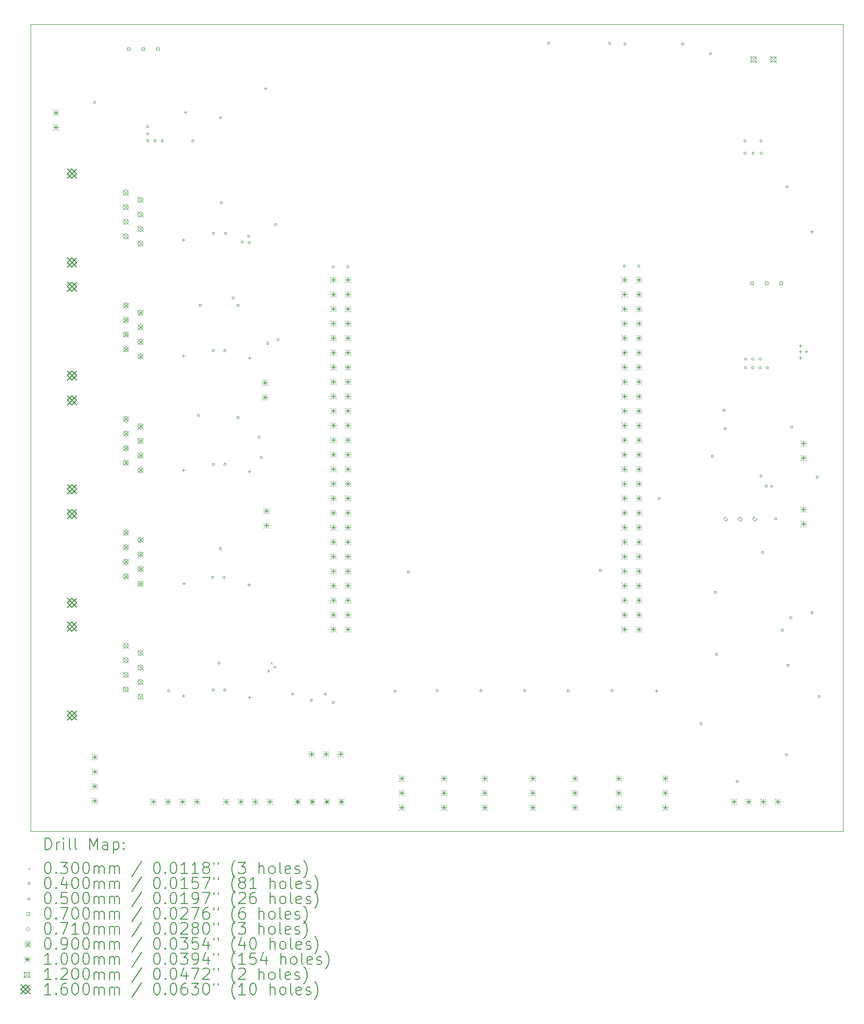
<source format=gbr>
%TF.GenerationSoftware,KiCad,Pcbnew,7.0.8*%
%TF.CreationDate,2023-12-10T21:55:35+01:00*%
%TF.ProjectId,stm_bob,73746d5f-626f-4622-9e6b-696361645f70,rev?*%
%TF.SameCoordinates,Original*%
%TF.FileFunction,Drillmap*%
%TF.FilePolarity,Positive*%
%FSLAX45Y45*%
G04 Gerber Fmt 4.5, Leading zero omitted, Abs format (unit mm)*
G04 Created by KiCad (PCBNEW 7.0.8) date 2023-12-10 21:55:35*
%MOMM*%
%LPD*%
G01*
G04 APERTURE LIST*
%ADD10C,0.100000*%
%ADD11C,0.200000*%
%ADD12C,0.030000*%
%ADD13C,0.040000*%
%ADD14C,0.050000*%
%ADD15C,0.070000*%
%ADD16C,0.071000*%
%ADD17C,0.090000*%
%ADD18C,0.120000*%
%ADD19C,0.160000*%
G04 APERTURE END LIST*
D10*
X1993900Y-3035300D02*
X16179800Y-3035300D01*
X16179800Y-17106900D01*
X1993900Y-17106900D01*
X1993900Y-3035300D01*
D11*
D12*
X6133299Y-14298941D02*
X6163299Y-14328941D01*
X6163299Y-14298941D02*
X6133299Y-14328941D01*
X6182600Y-14158200D02*
X6212600Y-14188200D01*
X6212600Y-14158200D02*
X6182600Y-14188200D01*
X6238480Y-14224240D02*
X6268480Y-14254240D01*
X6268480Y-14224240D02*
X6238480Y-14254240D01*
D13*
X3131500Y-4394200D02*
G75*
G03*
X3131500Y-4394200I-20000J0D01*
G01*
X4058600Y-4816950D02*
G75*
G03*
X4058600Y-4816950I-20000J0D01*
G01*
X4058600Y-4943950D02*
G75*
G03*
X4058600Y-4943950I-20000J0D01*
G01*
X4058600Y-5067300D02*
G75*
G03*
X4058600Y-5067300I-20000J0D01*
G01*
X4185600Y-5067300D02*
G75*
G03*
X4185600Y-5067300I-20000J0D01*
G01*
X4312600Y-5067300D02*
G75*
G03*
X4312600Y-5067300I-20000J0D01*
G01*
X4426900Y-14655800D02*
G75*
G03*
X4426900Y-14655800I-20000J0D01*
G01*
X4846000Y-5067300D02*
G75*
G03*
X4846000Y-5067300I-20000J0D01*
G01*
X4947600Y-9855200D02*
G75*
G03*
X4947600Y-9855200I-20000J0D01*
G01*
X4973000Y-7937500D02*
G75*
G03*
X4973000Y-7937500I-20000J0D01*
G01*
X5194050Y-12682200D02*
G75*
G03*
X5194050Y-12682200I-20000J0D01*
G01*
X5201600Y-8724900D02*
G75*
G03*
X5201600Y-8724900I-20000J0D01*
G01*
X5201600Y-14643100D02*
G75*
G03*
X5201600Y-14643100I-20000J0D01*
G01*
X5204775Y-6680200D02*
G75*
G03*
X5204775Y-6680200I-20000J0D01*
G01*
X5204775Y-10708640D02*
G75*
G03*
X5204775Y-10708640I-20000J0D01*
G01*
X5303200Y-14173200D02*
G75*
G03*
X5303200Y-14173200I-20000J0D01*
G01*
X5328600Y-12179300D02*
G75*
G03*
X5328600Y-12179300I-20000J0D01*
G01*
X5341300Y-6146800D02*
G75*
G03*
X5341300Y-6146800I-20000J0D01*
G01*
X5392100Y-12682200D02*
G75*
G03*
X5392100Y-12682200I-20000J0D01*
G01*
X5404800Y-8724900D02*
G75*
G03*
X5404800Y-8724900I-20000J0D01*
G01*
X5404800Y-14643100D02*
G75*
G03*
X5404800Y-14643100I-20000J0D01*
G01*
X5407975Y-10706100D02*
G75*
G03*
X5407975Y-10706100I-20000J0D01*
G01*
X5417500Y-6680200D02*
G75*
G03*
X5417500Y-6680200I-20000J0D01*
G01*
X5552120Y-7807960D02*
G75*
G03*
X5552120Y-7807960I-20000J0D01*
G01*
X5633400Y-7937500D02*
G75*
G03*
X5633400Y-7937500I-20000J0D01*
G01*
X5633400Y-9893300D02*
G75*
G03*
X5633400Y-9893300I-20000J0D01*
G01*
X5709600Y-6832600D02*
G75*
G03*
X5709600Y-6832600I-20000J0D01*
G01*
X5823900Y-6731000D02*
G75*
G03*
X5823900Y-6731000I-20000J0D01*
G01*
X6001700Y-10236200D02*
G75*
G03*
X6001700Y-10236200I-20000J0D01*
G01*
X6039800Y-10591800D02*
G75*
G03*
X6039800Y-10591800I-20000J0D01*
G01*
X6154100Y-8597900D02*
G75*
G03*
X6154100Y-8597900I-20000J0D01*
G01*
X6293800Y-6527800D02*
G75*
G03*
X6293800Y-6527800I-20000J0D01*
G01*
X6331900Y-8534400D02*
G75*
G03*
X6331900Y-8534400I-20000J0D01*
G01*
X6916100Y-14820900D02*
G75*
G03*
X6916100Y-14820900I-20000J0D01*
G01*
X7297100Y-7264400D02*
G75*
G03*
X7297100Y-7264400I-20000J0D01*
G01*
X7297100Y-14859000D02*
G75*
G03*
X7297100Y-14859000I-20000J0D01*
G01*
X7551100Y-7264400D02*
G75*
G03*
X7551100Y-7264400I-20000J0D01*
G01*
X8605200Y-12585700D02*
G75*
G03*
X8605200Y-12585700I-20000J0D01*
G01*
X9113200Y-14655800D02*
G75*
G03*
X9113200Y-14655800I-20000J0D01*
G01*
X9875200Y-14655800D02*
G75*
G03*
X9875200Y-14655800I-20000J0D01*
G01*
X10637200Y-14655800D02*
G75*
G03*
X10637200Y-14655800I-20000J0D01*
G01*
X11056300Y-3365500D02*
G75*
G03*
X11056300Y-3365500I-20000J0D01*
G01*
X11399200Y-14655800D02*
G75*
G03*
X11399200Y-14655800I-20000J0D01*
G01*
X11958000Y-12560300D02*
G75*
G03*
X11958000Y-12560300I-20000J0D01*
G01*
X12123100Y-3365500D02*
G75*
G03*
X12123100Y-3365500I-20000J0D01*
G01*
X12161200Y-14655800D02*
G75*
G03*
X12161200Y-14655800I-20000J0D01*
G01*
X12377100Y-7251700D02*
G75*
G03*
X12377100Y-7251700I-20000J0D01*
G01*
X12389800Y-3378200D02*
G75*
G03*
X12389800Y-3378200I-20000J0D01*
G01*
X12631100Y-7251700D02*
G75*
G03*
X12631100Y-7251700I-20000J0D01*
G01*
X12986700Y-11303000D02*
G75*
G03*
X12986700Y-11303000I-20000J0D01*
G01*
X13393100Y-3378200D02*
G75*
G03*
X13393100Y-3378200I-20000J0D01*
G01*
X13714735Y-15230516D02*
G75*
G03*
X13714735Y-15230516I-20000J0D01*
G01*
X13913800Y-10566400D02*
G75*
G03*
X13913800Y-10566400I-20000J0D01*
G01*
X13964600Y-12941300D02*
G75*
G03*
X13964600Y-12941300I-20000J0D01*
G01*
X13990000Y-14020800D02*
G75*
G03*
X13990000Y-14020800I-20000J0D01*
G01*
X14117000Y-9766300D02*
G75*
G03*
X14117000Y-9766300I-20000J0D01*
G01*
X14138395Y-10083663D02*
G75*
G03*
X14138395Y-10083663I-20000J0D01*
G01*
X14485300Y-5067300D02*
G75*
G03*
X14485300Y-5067300I-20000J0D01*
G01*
X14485300Y-5283200D02*
G75*
G03*
X14485300Y-5283200I-20000J0D01*
G01*
X14492920Y-8872220D02*
G75*
G03*
X14492920Y-8872220I-20000J0D01*
G01*
X14492920Y-9024620D02*
G75*
G03*
X14492920Y-9024620I-20000J0D01*
G01*
X14619920Y-8872220D02*
G75*
G03*
X14619920Y-8872220I-20000J0D01*
G01*
X14619920Y-9024620D02*
G75*
G03*
X14619920Y-9024620I-20000J0D01*
G01*
X14625000Y-5283200D02*
G75*
G03*
X14625000Y-5283200I-20000J0D01*
G01*
X14746920Y-8872220D02*
G75*
G03*
X14746920Y-8872220I-20000J0D01*
G01*
X14746920Y-9024620D02*
G75*
G03*
X14746920Y-9024620I-20000J0D01*
G01*
X14764700Y-5067300D02*
G75*
G03*
X14764700Y-5067300I-20000J0D01*
G01*
X14764700Y-5283200D02*
G75*
G03*
X14764700Y-5283200I-20000J0D01*
G01*
X14764700Y-10909300D02*
G75*
G03*
X14764700Y-10909300I-20000J0D01*
G01*
X14790100Y-12242800D02*
G75*
G03*
X14790100Y-12242800I-20000J0D01*
G01*
X14853600Y-11087100D02*
G75*
G03*
X14853600Y-11087100I-20000J0D01*
G01*
X14873920Y-9024620D02*
G75*
G03*
X14873920Y-9024620I-20000J0D01*
G01*
X15018700Y-11658600D02*
G75*
G03*
X15018700Y-11658600I-20000J0D01*
G01*
X15133000Y-13601700D02*
G75*
G03*
X15133000Y-13601700I-20000J0D01*
G01*
X15205200Y-15773400D02*
G75*
G03*
X15205200Y-15773400I-20000J0D01*
G01*
X15234600Y-14211300D02*
G75*
G03*
X15234600Y-14211300I-20000J0D01*
G01*
X15285400Y-13385800D02*
G75*
G03*
X15285400Y-13385800I-20000J0D01*
G01*
X15298100Y-10058400D02*
G75*
G03*
X15298100Y-10058400I-20000J0D01*
G01*
X15653700Y-13296900D02*
G75*
G03*
X15653700Y-13296900I-20000J0D01*
G01*
X15742600Y-10934700D02*
G75*
G03*
X15742600Y-10934700I-20000J0D01*
G01*
X15776111Y-14757678D02*
G75*
G03*
X15776111Y-14757678I-20000J0D01*
G01*
D14*
X4658360Y-14719700D02*
X4658360Y-14769700D01*
X4633360Y-14744700D02*
X4683360Y-14744700D01*
X4660900Y-10782700D02*
X4660900Y-10832700D01*
X4635900Y-10807700D02*
X4685900Y-10807700D01*
X4661535Y-6769500D02*
X4661535Y-6819500D01*
X4636535Y-6794500D02*
X4686535Y-6794500D01*
X4661535Y-8788800D02*
X4661535Y-8838800D01*
X4636535Y-8813800D02*
X4686535Y-8813800D01*
X4673600Y-12758800D02*
X4673600Y-12808800D01*
X4648600Y-12783800D02*
X4698600Y-12783800D01*
X4699000Y-4537950D02*
X4699000Y-4587950D01*
X4674000Y-4562950D02*
X4724000Y-4562950D01*
X5308600Y-4635900D02*
X5308600Y-4685900D01*
X5283600Y-4660900D02*
X5333600Y-4660900D01*
X5803900Y-6807600D02*
X5803900Y-6857600D01*
X5778900Y-6832600D02*
X5828900Y-6832600D01*
X5803900Y-12781660D02*
X5803900Y-12831660D01*
X5778900Y-12806660D02*
X5828900Y-12806660D01*
X5816600Y-8824360D02*
X5816600Y-8874360D01*
X5791600Y-8849360D02*
X5841600Y-8849360D01*
X5816600Y-10808100D02*
X5816600Y-10858100D01*
X5791600Y-10833100D02*
X5841600Y-10833100D01*
X5816600Y-14745100D02*
X5816600Y-14795100D01*
X5791600Y-14770100D02*
X5841600Y-14770100D01*
X6096000Y-4127900D02*
X6096000Y-4177900D01*
X6071000Y-4152900D02*
X6121000Y-4152900D01*
X6565900Y-14681600D02*
X6565900Y-14731600D01*
X6540900Y-14706600D02*
X6590900Y-14706600D01*
X7137400Y-14681600D02*
X7137400Y-14731600D01*
X7112400Y-14706600D02*
X7162400Y-14706600D01*
X8356600Y-14630800D02*
X8356600Y-14680800D01*
X8331600Y-14655800D02*
X8381600Y-14655800D01*
X12916073Y-14635091D02*
X12916073Y-14685091D01*
X12891073Y-14660091D02*
X12941073Y-14660091D01*
X13855700Y-3518300D02*
X13855700Y-3568300D01*
X13830700Y-3543300D02*
X13880700Y-3543300D01*
X14325600Y-16205600D02*
X14325600Y-16255600D01*
X14300600Y-16230600D02*
X14350600Y-16230600D01*
X14922500Y-11062100D02*
X14922500Y-11112100D01*
X14897500Y-11087100D02*
X14947500Y-11087100D01*
X15194369Y-5835903D02*
X15194369Y-5885903D01*
X15169369Y-5860903D02*
X15219369Y-5860903D01*
X15430500Y-8611000D02*
X15430500Y-8661000D01*
X15405500Y-8636000D02*
X15455500Y-8636000D01*
X15430500Y-8712600D02*
X15430500Y-8762600D01*
X15405500Y-8737600D02*
X15455500Y-8737600D01*
X15430500Y-8826900D02*
X15430500Y-8876900D01*
X15405500Y-8851900D02*
X15455500Y-8851900D01*
X15532100Y-8712600D02*
X15532100Y-8762600D01*
X15507100Y-8737600D02*
X15557100Y-8737600D01*
X15627497Y-6628127D02*
X15627497Y-6678127D01*
X15602497Y-6653127D02*
X15652497Y-6653127D01*
D15*
X3733149Y-3486399D02*
X3733149Y-3436901D01*
X3683651Y-3436901D01*
X3683651Y-3486399D01*
X3733149Y-3486399D01*
X3987149Y-3486399D02*
X3987149Y-3436901D01*
X3937651Y-3436901D01*
X3937651Y-3486399D01*
X3987149Y-3486399D01*
X4241149Y-3486399D02*
X4241149Y-3436901D01*
X4191651Y-3436901D01*
X4191651Y-3486399D01*
X4241149Y-3486399D01*
X14608989Y-7574803D02*
X14608989Y-7525305D01*
X14559491Y-7525305D01*
X14559491Y-7574803D01*
X14608989Y-7574803D01*
X14862989Y-7574803D02*
X14862989Y-7525305D01*
X14813491Y-7525305D01*
X14813491Y-7574803D01*
X14862989Y-7574803D01*
X15116989Y-7574803D02*
X15116989Y-7525305D01*
X15067491Y-7525305D01*
X15067491Y-7574803D01*
X15116989Y-7574803D01*
D16*
X14122258Y-11693088D02*
X14157758Y-11657588D01*
X14122258Y-11622088D01*
X14086758Y-11657588D01*
X14122258Y-11693088D01*
X14376258Y-11693088D02*
X14411758Y-11657588D01*
X14376258Y-11622088D01*
X14340758Y-11657588D01*
X14376258Y-11693088D01*
X14630258Y-11693088D02*
X14665758Y-11657588D01*
X14630258Y-11622088D01*
X14594758Y-11657588D01*
X14630258Y-11693088D01*
D17*
X3612600Y-5924000D02*
X3702600Y-6014000D01*
X3702600Y-5924000D02*
X3612600Y-6014000D01*
X3702600Y-5969000D02*
G75*
G03*
X3702600Y-5969000I-45000J0D01*
G01*
X3612600Y-6178000D02*
X3702600Y-6268000D01*
X3702600Y-6178000D02*
X3612600Y-6268000D01*
X3702600Y-6223000D02*
G75*
G03*
X3702600Y-6223000I-45000J0D01*
G01*
X3612600Y-6432000D02*
X3702600Y-6522000D01*
X3702600Y-6432000D02*
X3612600Y-6522000D01*
X3702600Y-6477000D02*
G75*
G03*
X3702600Y-6477000I-45000J0D01*
G01*
X3612600Y-6686000D02*
X3702600Y-6776000D01*
X3702600Y-6686000D02*
X3612600Y-6776000D01*
X3702600Y-6731000D02*
G75*
G03*
X3702600Y-6731000I-45000J0D01*
G01*
X3612600Y-7892500D02*
X3702600Y-7982500D01*
X3702600Y-7892500D02*
X3612600Y-7982500D01*
X3702600Y-7937500D02*
G75*
G03*
X3702600Y-7937500I-45000J0D01*
G01*
X3612600Y-8146500D02*
X3702600Y-8236500D01*
X3702600Y-8146500D02*
X3612600Y-8236500D01*
X3702600Y-8191500D02*
G75*
G03*
X3702600Y-8191500I-45000J0D01*
G01*
X3612600Y-8400500D02*
X3702600Y-8490500D01*
X3702600Y-8400500D02*
X3612600Y-8490500D01*
X3702600Y-8445500D02*
G75*
G03*
X3702600Y-8445500I-45000J0D01*
G01*
X3612600Y-8654500D02*
X3702600Y-8744500D01*
X3702600Y-8654500D02*
X3612600Y-8744500D01*
X3702600Y-8699500D02*
G75*
G03*
X3702600Y-8699500I-45000J0D01*
G01*
X3612600Y-9873700D02*
X3702600Y-9963700D01*
X3702600Y-9873700D02*
X3612600Y-9963700D01*
X3702600Y-9918700D02*
G75*
G03*
X3702600Y-9918700I-45000J0D01*
G01*
X3612600Y-10127700D02*
X3702600Y-10217700D01*
X3702600Y-10127700D02*
X3612600Y-10217700D01*
X3702600Y-10172700D02*
G75*
G03*
X3702600Y-10172700I-45000J0D01*
G01*
X3612600Y-10381700D02*
X3702600Y-10471700D01*
X3702600Y-10381700D02*
X3612600Y-10471700D01*
X3702600Y-10426700D02*
G75*
G03*
X3702600Y-10426700I-45000J0D01*
G01*
X3612600Y-10635700D02*
X3702600Y-10725700D01*
X3702600Y-10635700D02*
X3612600Y-10725700D01*
X3702600Y-10680700D02*
G75*
G03*
X3702600Y-10680700I-45000J0D01*
G01*
X3612600Y-11854900D02*
X3702600Y-11944900D01*
X3702600Y-11854900D02*
X3612600Y-11944900D01*
X3702600Y-11899900D02*
G75*
G03*
X3702600Y-11899900I-45000J0D01*
G01*
X3612600Y-12108900D02*
X3702600Y-12198900D01*
X3702600Y-12108900D02*
X3612600Y-12198900D01*
X3702600Y-12153900D02*
G75*
G03*
X3702600Y-12153900I-45000J0D01*
G01*
X3612600Y-12362900D02*
X3702600Y-12452900D01*
X3702600Y-12362900D02*
X3612600Y-12452900D01*
X3702600Y-12407900D02*
G75*
G03*
X3702600Y-12407900I-45000J0D01*
G01*
X3612600Y-12616900D02*
X3702600Y-12706900D01*
X3702600Y-12616900D02*
X3612600Y-12706900D01*
X3702600Y-12661900D02*
G75*
G03*
X3702600Y-12661900I-45000J0D01*
G01*
X3612600Y-13823400D02*
X3702600Y-13913400D01*
X3702600Y-13823400D02*
X3612600Y-13913400D01*
X3702600Y-13868400D02*
G75*
G03*
X3702600Y-13868400I-45000J0D01*
G01*
X3612600Y-14077400D02*
X3702600Y-14167400D01*
X3702600Y-14077400D02*
X3612600Y-14167400D01*
X3702600Y-14122400D02*
G75*
G03*
X3702600Y-14122400I-45000J0D01*
G01*
X3612600Y-14331400D02*
X3702600Y-14421400D01*
X3702600Y-14331400D02*
X3612600Y-14421400D01*
X3702600Y-14376400D02*
G75*
G03*
X3702600Y-14376400I-45000J0D01*
G01*
X3612600Y-14585400D02*
X3702600Y-14675400D01*
X3702600Y-14585400D02*
X3612600Y-14675400D01*
X3702600Y-14630400D02*
G75*
G03*
X3702600Y-14630400I-45000J0D01*
G01*
X3866600Y-6051000D02*
X3956600Y-6141000D01*
X3956600Y-6051000D02*
X3866600Y-6141000D01*
X3956600Y-6096000D02*
G75*
G03*
X3956600Y-6096000I-45000J0D01*
G01*
X3866600Y-6305000D02*
X3956600Y-6395000D01*
X3956600Y-6305000D02*
X3866600Y-6395000D01*
X3956600Y-6350000D02*
G75*
G03*
X3956600Y-6350000I-45000J0D01*
G01*
X3866600Y-6559000D02*
X3956600Y-6649000D01*
X3956600Y-6559000D02*
X3866600Y-6649000D01*
X3956600Y-6604000D02*
G75*
G03*
X3956600Y-6604000I-45000J0D01*
G01*
X3866600Y-6813000D02*
X3956600Y-6903000D01*
X3956600Y-6813000D02*
X3866600Y-6903000D01*
X3956600Y-6858000D02*
G75*
G03*
X3956600Y-6858000I-45000J0D01*
G01*
X3866600Y-8019500D02*
X3956600Y-8109500D01*
X3956600Y-8019500D02*
X3866600Y-8109500D01*
X3956600Y-8064500D02*
G75*
G03*
X3956600Y-8064500I-45000J0D01*
G01*
X3866600Y-8273500D02*
X3956600Y-8363500D01*
X3956600Y-8273500D02*
X3866600Y-8363500D01*
X3956600Y-8318500D02*
G75*
G03*
X3956600Y-8318500I-45000J0D01*
G01*
X3866600Y-8527500D02*
X3956600Y-8617500D01*
X3956600Y-8527500D02*
X3866600Y-8617500D01*
X3956600Y-8572500D02*
G75*
G03*
X3956600Y-8572500I-45000J0D01*
G01*
X3866600Y-8781500D02*
X3956600Y-8871500D01*
X3956600Y-8781500D02*
X3866600Y-8871500D01*
X3956600Y-8826500D02*
G75*
G03*
X3956600Y-8826500I-45000J0D01*
G01*
X3866600Y-10000700D02*
X3956600Y-10090700D01*
X3956600Y-10000700D02*
X3866600Y-10090700D01*
X3956600Y-10045700D02*
G75*
G03*
X3956600Y-10045700I-45000J0D01*
G01*
X3866600Y-10254700D02*
X3956600Y-10344700D01*
X3956600Y-10254700D02*
X3866600Y-10344700D01*
X3956600Y-10299700D02*
G75*
G03*
X3956600Y-10299700I-45000J0D01*
G01*
X3866600Y-10508700D02*
X3956600Y-10598700D01*
X3956600Y-10508700D02*
X3866600Y-10598700D01*
X3956600Y-10553700D02*
G75*
G03*
X3956600Y-10553700I-45000J0D01*
G01*
X3866600Y-10762700D02*
X3956600Y-10852700D01*
X3956600Y-10762700D02*
X3866600Y-10852700D01*
X3956600Y-10807700D02*
G75*
G03*
X3956600Y-10807700I-45000J0D01*
G01*
X3866600Y-11981900D02*
X3956600Y-12071900D01*
X3956600Y-11981900D02*
X3866600Y-12071900D01*
X3956600Y-12026900D02*
G75*
G03*
X3956600Y-12026900I-45000J0D01*
G01*
X3866600Y-12235900D02*
X3956600Y-12325900D01*
X3956600Y-12235900D02*
X3866600Y-12325900D01*
X3956600Y-12280900D02*
G75*
G03*
X3956600Y-12280900I-45000J0D01*
G01*
X3866600Y-12489900D02*
X3956600Y-12579900D01*
X3956600Y-12489900D02*
X3866600Y-12579900D01*
X3956600Y-12534900D02*
G75*
G03*
X3956600Y-12534900I-45000J0D01*
G01*
X3866600Y-12743900D02*
X3956600Y-12833900D01*
X3956600Y-12743900D02*
X3866600Y-12833900D01*
X3956600Y-12788900D02*
G75*
G03*
X3956600Y-12788900I-45000J0D01*
G01*
X3866600Y-13950400D02*
X3956600Y-14040400D01*
X3956600Y-13950400D02*
X3866600Y-14040400D01*
X3956600Y-13995400D02*
G75*
G03*
X3956600Y-13995400I-45000J0D01*
G01*
X3866600Y-14204400D02*
X3956600Y-14294400D01*
X3956600Y-14204400D02*
X3866600Y-14294400D01*
X3956600Y-14249400D02*
G75*
G03*
X3956600Y-14249400I-45000J0D01*
G01*
X3866600Y-14458400D02*
X3956600Y-14548400D01*
X3956600Y-14458400D02*
X3866600Y-14548400D01*
X3956600Y-14503400D02*
G75*
G03*
X3956600Y-14503400I-45000J0D01*
G01*
X3866600Y-14712400D02*
X3956600Y-14802400D01*
X3956600Y-14712400D02*
X3866600Y-14802400D01*
X3956600Y-14757400D02*
G75*
G03*
X3956600Y-14757400I-45000J0D01*
G01*
D10*
X2388400Y-4522000D02*
X2488400Y-4622000D01*
X2488400Y-4522000D02*
X2388400Y-4622000D01*
X2438400Y-4522000D02*
X2438400Y-4622000D01*
X2388400Y-4572000D02*
X2488400Y-4572000D01*
X2388400Y-4776000D02*
X2488400Y-4876000D01*
X2488400Y-4776000D02*
X2388400Y-4876000D01*
X2438400Y-4776000D02*
X2438400Y-4876000D01*
X2388400Y-4826000D02*
X2488400Y-4826000D01*
X3061500Y-15761500D02*
X3161500Y-15861500D01*
X3161500Y-15761500D02*
X3061500Y-15861500D01*
X3111500Y-15761500D02*
X3111500Y-15861500D01*
X3061500Y-15811500D02*
X3161500Y-15811500D01*
X3061500Y-16015500D02*
X3161500Y-16115500D01*
X3161500Y-16015500D02*
X3061500Y-16115500D01*
X3111500Y-16015500D02*
X3111500Y-16115500D01*
X3061500Y-16065500D02*
X3161500Y-16065500D01*
X3061500Y-16269500D02*
X3161500Y-16369500D01*
X3161500Y-16269500D02*
X3061500Y-16369500D01*
X3111500Y-16269500D02*
X3111500Y-16369500D01*
X3061500Y-16319500D02*
X3161500Y-16319500D01*
X3061500Y-16523500D02*
X3161500Y-16623500D01*
X3161500Y-16523500D02*
X3061500Y-16623500D01*
X3111500Y-16523500D02*
X3111500Y-16623500D01*
X3061500Y-16573500D02*
X3161500Y-16573500D01*
X4090200Y-16536200D02*
X4190200Y-16636200D01*
X4190200Y-16536200D02*
X4090200Y-16636200D01*
X4140200Y-16536200D02*
X4140200Y-16636200D01*
X4090200Y-16586200D02*
X4190200Y-16586200D01*
X4344200Y-16536200D02*
X4444200Y-16636200D01*
X4444200Y-16536200D02*
X4344200Y-16636200D01*
X4394200Y-16536200D02*
X4394200Y-16636200D01*
X4344200Y-16586200D02*
X4444200Y-16586200D01*
X4598200Y-16536200D02*
X4698200Y-16636200D01*
X4698200Y-16536200D02*
X4598200Y-16636200D01*
X4648200Y-16536200D02*
X4648200Y-16636200D01*
X4598200Y-16586200D02*
X4698200Y-16586200D01*
X4852200Y-16536200D02*
X4952200Y-16636200D01*
X4952200Y-16536200D02*
X4852200Y-16636200D01*
X4902200Y-16536200D02*
X4902200Y-16636200D01*
X4852200Y-16586200D02*
X4952200Y-16586200D01*
X5360200Y-16536200D02*
X5460200Y-16636200D01*
X5460200Y-16536200D02*
X5360200Y-16636200D01*
X5410200Y-16536200D02*
X5410200Y-16636200D01*
X5360200Y-16586200D02*
X5460200Y-16586200D01*
X5614200Y-16536200D02*
X5714200Y-16636200D01*
X5714200Y-16536200D02*
X5614200Y-16636200D01*
X5664200Y-16536200D02*
X5664200Y-16636200D01*
X5614200Y-16586200D02*
X5714200Y-16586200D01*
X5868200Y-16536200D02*
X5968200Y-16636200D01*
X5968200Y-16536200D02*
X5868200Y-16636200D01*
X5918200Y-16536200D02*
X5918200Y-16636200D01*
X5868200Y-16586200D02*
X5968200Y-16586200D01*
X6033300Y-9234200D02*
X6133300Y-9334200D01*
X6133300Y-9234200D02*
X6033300Y-9334200D01*
X6083300Y-9234200D02*
X6083300Y-9334200D01*
X6033300Y-9284200D02*
X6133300Y-9284200D01*
X6033300Y-9488200D02*
X6133300Y-9588200D01*
X6133300Y-9488200D02*
X6033300Y-9588200D01*
X6083300Y-9488200D02*
X6083300Y-9588200D01*
X6033300Y-9538200D02*
X6133300Y-9538200D01*
X6058700Y-11468900D02*
X6158700Y-11568900D01*
X6158700Y-11468900D02*
X6058700Y-11568900D01*
X6108700Y-11468900D02*
X6108700Y-11568900D01*
X6058700Y-11518900D02*
X6158700Y-11518900D01*
X6058700Y-11722900D02*
X6158700Y-11822900D01*
X6158700Y-11722900D02*
X6058700Y-11822900D01*
X6108700Y-11722900D02*
X6108700Y-11822900D01*
X6058700Y-11772900D02*
X6158700Y-11772900D01*
X6122200Y-16536200D02*
X6222200Y-16636200D01*
X6222200Y-16536200D02*
X6122200Y-16636200D01*
X6172200Y-16536200D02*
X6172200Y-16636200D01*
X6122200Y-16586200D02*
X6222200Y-16586200D01*
X6605800Y-16536200D02*
X6705800Y-16636200D01*
X6705800Y-16536200D02*
X6605800Y-16636200D01*
X6655800Y-16536200D02*
X6655800Y-16636200D01*
X6605800Y-16586200D02*
X6705800Y-16586200D01*
X6846100Y-15710700D02*
X6946100Y-15810700D01*
X6946100Y-15710700D02*
X6846100Y-15810700D01*
X6896100Y-15710700D02*
X6896100Y-15810700D01*
X6846100Y-15760700D02*
X6946100Y-15760700D01*
X6859800Y-16536200D02*
X6959800Y-16636200D01*
X6959800Y-16536200D02*
X6859800Y-16636200D01*
X6909800Y-16536200D02*
X6909800Y-16636200D01*
X6859800Y-16586200D02*
X6959800Y-16586200D01*
X7100100Y-15710700D02*
X7200100Y-15810700D01*
X7200100Y-15710700D02*
X7100100Y-15810700D01*
X7150100Y-15710700D02*
X7150100Y-15810700D01*
X7100100Y-15760700D02*
X7200100Y-15760700D01*
X7113800Y-16536200D02*
X7213800Y-16636200D01*
X7213800Y-16536200D02*
X7113800Y-16636200D01*
X7163800Y-16536200D02*
X7163800Y-16636200D01*
X7113800Y-16586200D02*
X7213800Y-16586200D01*
X7227100Y-7435500D02*
X7327100Y-7535500D01*
X7327100Y-7435500D02*
X7227100Y-7535500D01*
X7277100Y-7435500D02*
X7277100Y-7535500D01*
X7227100Y-7485500D02*
X7327100Y-7485500D01*
X7227100Y-7689500D02*
X7327100Y-7789500D01*
X7327100Y-7689500D02*
X7227100Y-7789500D01*
X7277100Y-7689500D02*
X7277100Y-7789500D01*
X7227100Y-7739500D02*
X7327100Y-7739500D01*
X7227100Y-7943500D02*
X7327100Y-8043500D01*
X7327100Y-7943500D02*
X7227100Y-8043500D01*
X7277100Y-7943500D02*
X7277100Y-8043500D01*
X7227100Y-7993500D02*
X7327100Y-7993500D01*
X7227100Y-8197500D02*
X7327100Y-8297500D01*
X7327100Y-8197500D02*
X7227100Y-8297500D01*
X7277100Y-8197500D02*
X7277100Y-8297500D01*
X7227100Y-8247500D02*
X7327100Y-8247500D01*
X7227100Y-8451500D02*
X7327100Y-8551500D01*
X7327100Y-8451500D02*
X7227100Y-8551500D01*
X7277100Y-8451500D02*
X7277100Y-8551500D01*
X7227100Y-8501500D02*
X7327100Y-8501500D01*
X7227100Y-8705500D02*
X7327100Y-8805500D01*
X7327100Y-8705500D02*
X7227100Y-8805500D01*
X7277100Y-8705500D02*
X7277100Y-8805500D01*
X7227100Y-8755500D02*
X7327100Y-8755500D01*
X7227100Y-8959500D02*
X7327100Y-9059500D01*
X7327100Y-8959500D02*
X7227100Y-9059500D01*
X7277100Y-8959500D02*
X7277100Y-9059500D01*
X7227100Y-9009500D02*
X7327100Y-9009500D01*
X7227100Y-9213500D02*
X7327100Y-9313500D01*
X7327100Y-9213500D02*
X7227100Y-9313500D01*
X7277100Y-9213500D02*
X7277100Y-9313500D01*
X7227100Y-9263500D02*
X7327100Y-9263500D01*
X7227100Y-9467500D02*
X7327100Y-9567500D01*
X7327100Y-9467500D02*
X7227100Y-9567500D01*
X7277100Y-9467500D02*
X7277100Y-9567500D01*
X7227100Y-9517500D02*
X7327100Y-9517500D01*
X7227100Y-9721500D02*
X7327100Y-9821500D01*
X7327100Y-9721500D02*
X7227100Y-9821500D01*
X7277100Y-9721500D02*
X7277100Y-9821500D01*
X7227100Y-9771500D02*
X7327100Y-9771500D01*
X7227100Y-9975500D02*
X7327100Y-10075500D01*
X7327100Y-9975500D02*
X7227100Y-10075500D01*
X7277100Y-9975500D02*
X7277100Y-10075500D01*
X7227100Y-10025500D02*
X7327100Y-10025500D01*
X7227100Y-10229500D02*
X7327100Y-10329500D01*
X7327100Y-10229500D02*
X7227100Y-10329500D01*
X7277100Y-10229500D02*
X7277100Y-10329500D01*
X7227100Y-10279500D02*
X7327100Y-10279500D01*
X7227100Y-10483500D02*
X7327100Y-10583500D01*
X7327100Y-10483500D02*
X7227100Y-10583500D01*
X7277100Y-10483500D02*
X7277100Y-10583500D01*
X7227100Y-10533500D02*
X7327100Y-10533500D01*
X7227100Y-10737500D02*
X7327100Y-10837500D01*
X7327100Y-10737500D02*
X7227100Y-10837500D01*
X7277100Y-10737500D02*
X7277100Y-10837500D01*
X7227100Y-10787500D02*
X7327100Y-10787500D01*
X7227100Y-10991500D02*
X7327100Y-11091500D01*
X7327100Y-10991500D02*
X7227100Y-11091500D01*
X7277100Y-10991500D02*
X7277100Y-11091500D01*
X7227100Y-11041500D02*
X7327100Y-11041500D01*
X7227100Y-11245500D02*
X7327100Y-11345500D01*
X7327100Y-11245500D02*
X7227100Y-11345500D01*
X7277100Y-11245500D02*
X7277100Y-11345500D01*
X7227100Y-11295500D02*
X7327100Y-11295500D01*
X7227100Y-11499500D02*
X7327100Y-11599500D01*
X7327100Y-11499500D02*
X7227100Y-11599500D01*
X7277100Y-11499500D02*
X7277100Y-11599500D01*
X7227100Y-11549500D02*
X7327100Y-11549500D01*
X7227100Y-11753500D02*
X7327100Y-11853500D01*
X7327100Y-11753500D02*
X7227100Y-11853500D01*
X7277100Y-11753500D02*
X7277100Y-11853500D01*
X7227100Y-11803500D02*
X7327100Y-11803500D01*
X7227100Y-12007500D02*
X7327100Y-12107500D01*
X7327100Y-12007500D02*
X7227100Y-12107500D01*
X7277100Y-12007500D02*
X7277100Y-12107500D01*
X7227100Y-12057500D02*
X7327100Y-12057500D01*
X7227100Y-12261500D02*
X7327100Y-12361500D01*
X7327100Y-12261500D02*
X7227100Y-12361500D01*
X7277100Y-12261500D02*
X7277100Y-12361500D01*
X7227100Y-12311500D02*
X7327100Y-12311500D01*
X7227100Y-12515500D02*
X7327100Y-12615500D01*
X7327100Y-12515500D02*
X7227100Y-12615500D01*
X7277100Y-12515500D02*
X7277100Y-12615500D01*
X7227100Y-12565500D02*
X7327100Y-12565500D01*
X7227100Y-12769500D02*
X7327100Y-12869500D01*
X7327100Y-12769500D02*
X7227100Y-12869500D01*
X7277100Y-12769500D02*
X7277100Y-12869500D01*
X7227100Y-12819500D02*
X7327100Y-12819500D01*
X7227100Y-13023500D02*
X7327100Y-13123500D01*
X7327100Y-13023500D02*
X7227100Y-13123500D01*
X7277100Y-13023500D02*
X7277100Y-13123500D01*
X7227100Y-13073500D02*
X7327100Y-13073500D01*
X7227100Y-13277500D02*
X7327100Y-13377500D01*
X7327100Y-13277500D02*
X7227100Y-13377500D01*
X7277100Y-13277500D02*
X7277100Y-13377500D01*
X7227100Y-13327500D02*
X7327100Y-13327500D01*
X7227100Y-13531500D02*
X7327100Y-13631500D01*
X7327100Y-13531500D02*
X7227100Y-13631500D01*
X7277100Y-13531500D02*
X7277100Y-13631500D01*
X7227100Y-13581500D02*
X7327100Y-13581500D01*
X7354100Y-15710700D02*
X7454100Y-15810700D01*
X7454100Y-15710700D02*
X7354100Y-15810700D01*
X7404100Y-15710700D02*
X7404100Y-15810700D01*
X7354100Y-15760700D02*
X7454100Y-15760700D01*
X7367800Y-16536200D02*
X7467800Y-16636200D01*
X7467800Y-16536200D02*
X7367800Y-16636200D01*
X7417800Y-16536200D02*
X7417800Y-16636200D01*
X7367800Y-16586200D02*
X7467800Y-16586200D01*
X7481100Y-7435500D02*
X7581100Y-7535500D01*
X7581100Y-7435500D02*
X7481100Y-7535500D01*
X7531100Y-7435500D02*
X7531100Y-7535500D01*
X7481100Y-7485500D02*
X7581100Y-7485500D01*
X7481100Y-7689500D02*
X7581100Y-7789500D01*
X7581100Y-7689500D02*
X7481100Y-7789500D01*
X7531100Y-7689500D02*
X7531100Y-7789500D01*
X7481100Y-7739500D02*
X7581100Y-7739500D01*
X7481100Y-7943500D02*
X7581100Y-8043500D01*
X7581100Y-7943500D02*
X7481100Y-8043500D01*
X7531100Y-7943500D02*
X7531100Y-8043500D01*
X7481100Y-7993500D02*
X7581100Y-7993500D01*
X7481100Y-8197500D02*
X7581100Y-8297500D01*
X7581100Y-8197500D02*
X7481100Y-8297500D01*
X7531100Y-8197500D02*
X7531100Y-8297500D01*
X7481100Y-8247500D02*
X7581100Y-8247500D01*
X7481100Y-8451500D02*
X7581100Y-8551500D01*
X7581100Y-8451500D02*
X7481100Y-8551500D01*
X7531100Y-8451500D02*
X7531100Y-8551500D01*
X7481100Y-8501500D02*
X7581100Y-8501500D01*
X7481100Y-8705500D02*
X7581100Y-8805500D01*
X7581100Y-8705500D02*
X7481100Y-8805500D01*
X7531100Y-8705500D02*
X7531100Y-8805500D01*
X7481100Y-8755500D02*
X7581100Y-8755500D01*
X7481100Y-8959500D02*
X7581100Y-9059500D01*
X7581100Y-8959500D02*
X7481100Y-9059500D01*
X7531100Y-8959500D02*
X7531100Y-9059500D01*
X7481100Y-9009500D02*
X7581100Y-9009500D01*
X7481100Y-9213500D02*
X7581100Y-9313500D01*
X7581100Y-9213500D02*
X7481100Y-9313500D01*
X7531100Y-9213500D02*
X7531100Y-9313500D01*
X7481100Y-9263500D02*
X7581100Y-9263500D01*
X7481100Y-9467500D02*
X7581100Y-9567500D01*
X7581100Y-9467500D02*
X7481100Y-9567500D01*
X7531100Y-9467500D02*
X7531100Y-9567500D01*
X7481100Y-9517500D02*
X7581100Y-9517500D01*
X7481100Y-9721500D02*
X7581100Y-9821500D01*
X7581100Y-9721500D02*
X7481100Y-9821500D01*
X7531100Y-9721500D02*
X7531100Y-9821500D01*
X7481100Y-9771500D02*
X7581100Y-9771500D01*
X7481100Y-9975500D02*
X7581100Y-10075500D01*
X7581100Y-9975500D02*
X7481100Y-10075500D01*
X7531100Y-9975500D02*
X7531100Y-10075500D01*
X7481100Y-10025500D02*
X7581100Y-10025500D01*
X7481100Y-10229500D02*
X7581100Y-10329500D01*
X7581100Y-10229500D02*
X7481100Y-10329500D01*
X7531100Y-10229500D02*
X7531100Y-10329500D01*
X7481100Y-10279500D02*
X7581100Y-10279500D01*
X7481100Y-10483500D02*
X7581100Y-10583500D01*
X7581100Y-10483500D02*
X7481100Y-10583500D01*
X7531100Y-10483500D02*
X7531100Y-10583500D01*
X7481100Y-10533500D02*
X7581100Y-10533500D01*
X7481100Y-10737500D02*
X7581100Y-10837500D01*
X7581100Y-10737500D02*
X7481100Y-10837500D01*
X7531100Y-10737500D02*
X7531100Y-10837500D01*
X7481100Y-10787500D02*
X7581100Y-10787500D01*
X7481100Y-10991500D02*
X7581100Y-11091500D01*
X7581100Y-10991500D02*
X7481100Y-11091500D01*
X7531100Y-10991500D02*
X7531100Y-11091500D01*
X7481100Y-11041500D02*
X7581100Y-11041500D01*
X7481100Y-11245500D02*
X7581100Y-11345500D01*
X7581100Y-11245500D02*
X7481100Y-11345500D01*
X7531100Y-11245500D02*
X7531100Y-11345500D01*
X7481100Y-11295500D02*
X7581100Y-11295500D01*
X7481100Y-11499500D02*
X7581100Y-11599500D01*
X7581100Y-11499500D02*
X7481100Y-11599500D01*
X7531100Y-11499500D02*
X7531100Y-11599500D01*
X7481100Y-11549500D02*
X7581100Y-11549500D01*
X7481100Y-11753500D02*
X7581100Y-11853500D01*
X7581100Y-11753500D02*
X7481100Y-11853500D01*
X7531100Y-11753500D02*
X7531100Y-11853500D01*
X7481100Y-11803500D02*
X7581100Y-11803500D01*
X7481100Y-12007500D02*
X7581100Y-12107500D01*
X7581100Y-12007500D02*
X7481100Y-12107500D01*
X7531100Y-12007500D02*
X7531100Y-12107500D01*
X7481100Y-12057500D02*
X7581100Y-12057500D01*
X7481100Y-12261500D02*
X7581100Y-12361500D01*
X7581100Y-12261500D02*
X7481100Y-12361500D01*
X7531100Y-12261500D02*
X7531100Y-12361500D01*
X7481100Y-12311500D02*
X7581100Y-12311500D01*
X7481100Y-12515500D02*
X7581100Y-12615500D01*
X7581100Y-12515500D02*
X7481100Y-12615500D01*
X7531100Y-12515500D02*
X7531100Y-12615500D01*
X7481100Y-12565500D02*
X7581100Y-12565500D01*
X7481100Y-12769500D02*
X7581100Y-12869500D01*
X7581100Y-12769500D02*
X7481100Y-12869500D01*
X7531100Y-12769500D02*
X7531100Y-12869500D01*
X7481100Y-12819500D02*
X7581100Y-12819500D01*
X7481100Y-13023500D02*
X7581100Y-13123500D01*
X7581100Y-13023500D02*
X7481100Y-13123500D01*
X7531100Y-13023500D02*
X7531100Y-13123500D01*
X7481100Y-13073500D02*
X7581100Y-13073500D01*
X7481100Y-13277500D02*
X7581100Y-13377500D01*
X7581100Y-13277500D02*
X7481100Y-13377500D01*
X7531100Y-13277500D02*
X7531100Y-13377500D01*
X7481100Y-13327500D02*
X7581100Y-13327500D01*
X7481100Y-13531500D02*
X7581100Y-13631500D01*
X7581100Y-13531500D02*
X7481100Y-13631500D01*
X7531100Y-13531500D02*
X7531100Y-13631500D01*
X7481100Y-13581500D02*
X7581100Y-13581500D01*
X8420900Y-16129800D02*
X8520900Y-16229800D01*
X8520900Y-16129800D02*
X8420900Y-16229800D01*
X8470900Y-16129800D02*
X8470900Y-16229800D01*
X8420900Y-16179800D02*
X8520900Y-16179800D01*
X8420900Y-16383800D02*
X8520900Y-16483800D01*
X8520900Y-16383800D02*
X8420900Y-16483800D01*
X8470900Y-16383800D02*
X8470900Y-16483800D01*
X8420900Y-16433800D02*
X8520900Y-16433800D01*
X8420900Y-16637800D02*
X8520900Y-16737800D01*
X8520900Y-16637800D02*
X8420900Y-16737800D01*
X8470900Y-16637800D02*
X8470900Y-16737800D01*
X8420900Y-16687800D02*
X8520900Y-16687800D01*
X9157500Y-16129800D02*
X9257500Y-16229800D01*
X9257500Y-16129800D02*
X9157500Y-16229800D01*
X9207500Y-16129800D02*
X9207500Y-16229800D01*
X9157500Y-16179800D02*
X9257500Y-16179800D01*
X9157500Y-16383800D02*
X9257500Y-16483800D01*
X9257500Y-16383800D02*
X9157500Y-16483800D01*
X9207500Y-16383800D02*
X9207500Y-16483800D01*
X9157500Y-16433800D02*
X9257500Y-16433800D01*
X9157500Y-16637800D02*
X9257500Y-16737800D01*
X9257500Y-16637800D02*
X9157500Y-16737800D01*
X9207500Y-16637800D02*
X9207500Y-16737800D01*
X9157500Y-16687800D02*
X9257500Y-16687800D01*
X9868700Y-16129800D02*
X9968700Y-16229800D01*
X9968700Y-16129800D02*
X9868700Y-16229800D01*
X9918700Y-16129800D02*
X9918700Y-16229800D01*
X9868700Y-16179800D02*
X9968700Y-16179800D01*
X9868700Y-16383800D02*
X9968700Y-16483800D01*
X9968700Y-16383800D02*
X9868700Y-16483800D01*
X9918700Y-16383800D02*
X9918700Y-16483800D01*
X9868700Y-16433800D02*
X9968700Y-16433800D01*
X9868700Y-16637800D02*
X9968700Y-16737800D01*
X9968700Y-16637800D02*
X9868700Y-16737800D01*
X9918700Y-16637800D02*
X9918700Y-16737800D01*
X9868700Y-16687800D02*
X9968700Y-16687800D01*
X10706900Y-16129800D02*
X10806900Y-16229800D01*
X10806900Y-16129800D02*
X10706900Y-16229800D01*
X10756900Y-16129800D02*
X10756900Y-16229800D01*
X10706900Y-16179800D02*
X10806900Y-16179800D01*
X10706900Y-16383800D02*
X10806900Y-16483800D01*
X10806900Y-16383800D02*
X10706900Y-16483800D01*
X10756900Y-16383800D02*
X10756900Y-16483800D01*
X10706900Y-16433800D02*
X10806900Y-16433800D01*
X10706900Y-16637800D02*
X10806900Y-16737800D01*
X10806900Y-16637800D02*
X10706900Y-16737800D01*
X10756900Y-16637800D02*
X10756900Y-16737800D01*
X10706900Y-16687800D02*
X10806900Y-16687800D01*
X11443500Y-16129800D02*
X11543500Y-16229800D01*
X11543500Y-16129800D02*
X11443500Y-16229800D01*
X11493500Y-16129800D02*
X11493500Y-16229800D01*
X11443500Y-16179800D02*
X11543500Y-16179800D01*
X11443500Y-16383800D02*
X11543500Y-16483800D01*
X11543500Y-16383800D02*
X11443500Y-16483800D01*
X11493500Y-16383800D02*
X11493500Y-16483800D01*
X11443500Y-16433800D02*
X11543500Y-16433800D01*
X11443500Y-16637800D02*
X11543500Y-16737800D01*
X11543500Y-16637800D02*
X11443500Y-16737800D01*
X11493500Y-16637800D02*
X11493500Y-16737800D01*
X11443500Y-16687800D02*
X11543500Y-16687800D01*
X12205500Y-16129800D02*
X12305500Y-16229800D01*
X12305500Y-16129800D02*
X12205500Y-16229800D01*
X12255500Y-16129800D02*
X12255500Y-16229800D01*
X12205500Y-16179800D02*
X12305500Y-16179800D01*
X12205500Y-16383800D02*
X12305500Y-16483800D01*
X12305500Y-16383800D02*
X12205500Y-16483800D01*
X12255500Y-16383800D02*
X12255500Y-16483800D01*
X12205500Y-16433800D02*
X12305500Y-16433800D01*
X12205500Y-16637800D02*
X12305500Y-16737800D01*
X12305500Y-16637800D02*
X12205500Y-16737800D01*
X12255500Y-16637800D02*
X12255500Y-16737800D01*
X12205500Y-16687800D02*
X12305500Y-16687800D01*
X12307100Y-7435500D02*
X12407100Y-7535500D01*
X12407100Y-7435500D02*
X12307100Y-7535500D01*
X12357100Y-7435500D02*
X12357100Y-7535500D01*
X12307100Y-7485500D02*
X12407100Y-7485500D01*
X12307100Y-7689500D02*
X12407100Y-7789500D01*
X12407100Y-7689500D02*
X12307100Y-7789500D01*
X12357100Y-7689500D02*
X12357100Y-7789500D01*
X12307100Y-7739500D02*
X12407100Y-7739500D01*
X12307100Y-7943500D02*
X12407100Y-8043500D01*
X12407100Y-7943500D02*
X12307100Y-8043500D01*
X12357100Y-7943500D02*
X12357100Y-8043500D01*
X12307100Y-7993500D02*
X12407100Y-7993500D01*
X12307100Y-8197500D02*
X12407100Y-8297500D01*
X12407100Y-8197500D02*
X12307100Y-8297500D01*
X12357100Y-8197500D02*
X12357100Y-8297500D01*
X12307100Y-8247500D02*
X12407100Y-8247500D01*
X12307100Y-8451500D02*
X12407100Y-8551500D01*
X12407100Y-8451500D02*
X12307100Y-8551500D01*
X12357100Y-8451500D02*
X12357100Y-8551500D01*
X12307100Y-8501500D02*
X12407100Y-8501500D01*
X12307100Y-8705500D02*
X12407100Y-8805500D01*
X12407100Y-8705500D02*
X12307100Y-8805500D01*
X12357100Y-8705500D02*
X12357100Y-8805500D01*
X12307100Y-8755500D02*
X12407100Y-8755500D01*
X12307100Y-8959500D02*
X12407100Y-9059500D01*
X12407100Y-8959500D02*
X12307100Y-9059500D01*
X12357100Y-8959500D02*
X12357100Y-9059500D01*
X12307100Y-9009500D02*
X12407100Y-9009500D01*
X12307100Y-9213500D02*
X12407100Y-9313500D01*
X12407100Y-9213500D02*
X12307100Y-9313500D01*
X12357100Y-9213500D02*
X12357100Y-9313500D01*
X12307100Y-9263500D02*
X12407100Y-9263500D01*
X12307100Y-9467500D02*
X12407100Y-9567500D01*
X12407100Y-9467500D02*
X12307100Y-9567500D01*
X12357100Y-9467500D02*
X12357100Y-9567500D01*
X12307100Y-9517500D02*
X12407100Y-9517500D01*
X12307100Y-9721500D02*
X12407100Y-9821500D01*
X12407100Y-9721500D02*
X12307100Y-9821500D01*
X12357100Y-9721500D02*
X12357100Y-9821500D01*
X12307100Y-9771500D02*
X12407100Y-9771500D01*
X12307100Y-9975500D02*
X12407100Y-10075500D01*
X12407100Y-9975500D02*
X12307100Y-10075500D01*
X12357100Y-9975500D02*
X12357100Y-10075500D01*
X12307100Y-10025500D02*
X12407100Y-10025500D01*
X12307100Y-10229500D02*
X12407100Y-10329500D01*
X12407100Y-10229500D02*
X12307100Y-10329500D01*
X12357100Y-10229500D02*
X12357100Y-10329500D01*
X12307100Y-10279500D02*
X12407100Y-10279500D01*
X12307100Y-10483500D02*
X12407100Y-10583500D01*
X12407100Y-10483500D02*
X12307100Y-10583500D01*
X12357100Y-10483500D02*
X12357100Y-10583500D01*
X12307100Y-10533500D02*
X12407100Y-10533500D01*
X12307100Y-10737500D02*
X12407100Y-10837500D01*
X12407100Y-10737500D02*
X12307100Y-10837500D01*
X12357100Y-10737500D02*
X12357100Y-10837500D01*
X12307100Y-10787500D02*
X12407100Y-10787500D01*
X12307100Y-10991500D02*
X12407100Y-11091500D01*
X12407100Y-10991500D02*
X12307100Y-11091500D01*
X12357100Y-10991500D02*
X12357100Y-11091500D01*
X12307100Y-11041500D02*
X12407100Y-11041500D01*
X12307100Y-11245500D02*
X12407100Y-11345500D01*
X12407100Y-11245500D02*
X12307100Y-11345500D01*
X12357100Y-11245500D02*
X12357100Y-11345500D01*
X12307100Y-11295500D02*
X12407100Y-11295500D01*
X12307100Y-11499500D02*
X12407100Y-11599500D01*
X12407100Y-11499500D02*
X12307100Y-11599500D01*
X12357100Y-11499500D02*
X12357100Y-11599500D01*
X12307100Y-11549500D02*
X12407100Y-11549500D01*
X12307100Y-11753500D02*
X12407100Y-11853500D01*
X12407100Y-11753500D02*
X12307100Y-11853500D01*
X12357100Y-11753500D02*
X12357100Y-11853500D01*
X12307100Y-11803500D02*
X12407100Y-11803500D01*
X12307100Y-12007500D02*
X12407100Y-12107500D01*
X12407100Y-12007500D02*
X12307100Y-12107500D01*
X12357100Y-12007500D02*
X12357100Y-12107500D01*
X12307100Y-12057500D02*
X12407100Y-12057500D01*
X12307100Y-12261500D02*
X12407100Y-12361500D01*
X12407100Y-12261500D02*
X12307100Y-12361500D01*
X12357100Y-12261500D02*
X12357100Y-12361500D01*
X12307100Y-12311500D02*
X12407100Y-12311500D01*
X12307100Y-12515500D02*
X12407100Y-12615500D01*
X12407100Y-12515500D02*
X12307100Y-12615500D01*
X12357100Y-12515500D02*
X12357100Y-12615500D01*
X12307100Y-12565500D02*
X12407100Y-12565500D01*
X12307100Y-12769500D02*
X12407100Y-12869500D01*
X12407100Y-12769500D02*
X12307100Y-12869500D01*
X12357100Y-12769500D02*
X12357100Y-12869500D01*
X12307100Y-12819500D02*
X12407100Y-12819500D01*
X12307100Y-13023500D02*
X12407100Y-13123500D01*
X12407100Y-13023500D02*
X12307100Y-13123500D01*
X12357100Y-13023500D02*
X12357100Y-13123500D01*
X12307100Y-13073500D02*
X12407100Y-13073500D01*
X12307100Y-13277500D02*
X12407100Y-13377500D01*
X12407100Y-13277500D02*
X12307100Y-13377500D01*
X12357100Y-13277500D02*
X12357100Y-13377500D01*
X12307100Y-13327500D02*
X12407100Y-13327500D01*
X12307100Y-13531500D02*
X12407100Y-13631500D01*
X12407100Y-13531500D02*
X12307100Y-13631500D01*
X12357100Y-13531500D02*
X12357100Y-13631500D01*
X12307100Y-13581500D02*
X12407100Y-13581500D01*
X12561100Y-7435500D02*
X12661100Y-7535500D01*
X12661100Y-7435500D02*
X12561100Y-7535500D01*
X12611100Y-7435500D02*
X12611100Y-7535500D01*
X12561100Y-7485500D02*
X12661100Y-7485500D01*
X12561100Y-7689500D02*
X12661100Y-7789500D01*
X12661100Y-7689500D02*
X12561100Y-7789500D01*
X12611100Y-7689500D02*
X12611100Y-7789500D01*
X12561100Y-7739500D02*
X12661100Y-7739500D01*
X12561100Y-7943500D02*
X12661100Y-8043500D01*
X12661100Y-7943500D02*
X12561100Y-8043500D01*
X12611100Y-7943500D02*
X12611100Y-8043500D01*
X12561100Y-7993500D02*
X12661100Y-7993500D01*
X12561100Y-8197500D02*
X12661100Y-8297500D01*
X12661100Y-8197500D02*
X12561100Y-8297500D01*
X12611100Y-8197500D02*
X12611100Y-8297500D01*
X12561100Y-8247500D02*
X12661100Y-8247500D01*
X12561100Y-8451500D02*
X12661100Y-8551500D01*
X12661100Y-8451500D02*
X12561100Y-8551500D01*
X12611100Y-8451500D02*
X12611100Y-8551500D01*
X12561100Y-8501500D02*
X12661100Y-8501500D01*
X12561100Y-8705500D02*
X12661100Y-8805500D01*
X12661100Y-8705500D02*
X12561100Y-8805500D01*
X12611100Y-8705500D02*
X12611100Y-8805500D01*
X12561100Y-8755500D02*
X12661100Y-8755500D01*
X12561100Y-8959500D02*
X12661100Y-9059500D01*
X12661100Y-8959500D02*
X12561100Y-9059500D01*
X12611100Y-8959500D02*
X12611100Y-9059500D01*
X12561100Y-9009500D02*
X12661100Y-9009500D01*
X12561100Y-9213500D02*
X12661100Y-9313500D01*
X12661100Y-9213500D02*
X12561100Y-9313500D01*
X12611100Y-9213500D02*
X12611100Y-9313500D01*
X12561100Y-9263500D02*
X12661100Y-9263500D01*
X12561100Y-9467500D02*
X12661100Y-9567500D01*
X12661100Y-9467500D02*
X12561100Y-9567500D01*
X12611100Y-9467500D02*
X12611100Y-9567500D01*
X12561100Y-9517500D02*
X12661100Y-9517500D01*
X12561100Y-9721500D02*
X12661100Y-9821500D01*
X12661100Y-9721500D02*
X12561100Y-9821500D01*
X12611100Y-9721500D02*
X12611100Y-9821500D01*
X12561100Y-9771500D02*
X12661100Y-9771500D01*
X12561100Y-9975500D02*
X12661100Y-10075500D01*
X12661100Y-9975500D02*
X12561100Y-10075500D01*
X12611100Y-9975500D02*
X12611100Y-10075500D01*
X12561100Y-10025500D02*
X12661100Y-10025500D01*
X12561100Y-10229500D02*
X12661100Y-10329500D01*
X12661100Y-10229500D02*
X12561100Y-10329500D01*
X12611100Y-10229500D02*
X12611100Y-10329500D01*
X12561100Y-10279500D02*
X12661100Y-10279500D01*
X12561100Y-10483500D02*
X12661100Y-10583500D01*
X12661100Y-10483500D02*
X12561100Y-10583500D01*
X12611100Y-10483500D02*
X12611100Y-10583500D01*
X12561100Y-10533500D02*
X12661100Y-10533500D01*
X12561100Y-10737500D02*
X12661100Y-10837500D01*
X12661100Y-10737500D02*
X12561100Y-10837500D01*
X12611100Y-10737500D02*
X12611100Y-10837500D01*
X12561100Y-10787500D02*
X12661100Y-10787500D01*
X12561100Y-10991500D02*
X12661100Y-11091500D01*
X12661100Y-10991500D02*
X12561100Y-11091500D01*
X12611100Y-10991500D02*
X12611100Y-11091500D01*
X12561100Y-11041500D02*
X12661100Y-11041500D01*
X12561100Y-11245500D02*
X12661100Y-11345500D01*
X12661100Y-11245500D02*
X12561100Y-11345500D01*
X12611100Y-11245500D02*
X12611100Y-11345500D01*
X12561100Y-11295500D02*
X12661100Y-11295500D01*
X12561100Y-11499500D02*
X12661100Y-11599500D01*
X12661100Y-11499500D02*
X12561100Y-11599500D01*
X12611100Y-11499500D02*
X12611100Y-11599500D01*
X12561100Y-11549500D02*
X12661100Y-11549500D01*
X12561100Y-11753500D02*
X12661100Y-11853500D01*
X12661100Y-11753500D02*
X12561100Y-11853500D01*
X12611100Y-11753500D02*
X12611100Y-11853500D01*
X12561100Y-11803500D02*
X12661100Y-11803500D01*
X12561100Y-12007500D02*
X12661100Y-12107500D01*
X12661100Y-12007500D02*
X12561100Y-12107500D01*
X12611100Y-12007500D02*
X12611100Y-12107500D01*
X12561100Y-12057500D02*
X12661100Y-12057500D01*
X12561100Y-12261500D02*
X12661100Y-12361500D01*
X12661100Y-12261500D02*
X12561100Y-12361500D01*
X12611100Y-12261500D02*
X12611100Y-12361500D01*
X12561100Y-12311500D02*
X12661100Y-12311500D01*
X12561100Y-12515500D02*
X12661100Y-12615500D01*
X12661100Y-12515500D02*
X12561100Y-12615500D01*
X12611100Y-12515500D02*
X12611100Y-12615500D01*
X12561100Y-12565500D02*
X12661100Y-12565500D01*
X12561100Y-12769500D02*
X12661100Y-12869500D01*
X12661100Y-12769500D02*
X12561100Y-12869500D01*
X12611100Y-12769500D02*
X12611100Y-12869500D01*
X12561100Y-12819500D02*
X12661100Y-12819500D01*
X12561100Y-13023500D02*
X12661100Y-13123500D01*
X12661100Y-13023500D02*
X12561100Y-13123500D01*
X12611100Y-13023500D02*
X12611100Y-13123500D01*
X12561100Y-13073500D02*
X12661100Y-13073500D01*
X12561100Y-13277500D02*
X12661100Y-13377500D01*
X12661100Y-13277500D02*
X12561100Y-13377500D01*
X12611100Y-13277500D02*
X12611100Y-13377500D01*
X12561100Y-13327500D02*
X12661100Y-13327500D01*
X12561100Y-13531500D02*
X12661100Y-13631500D01*
X12661100Y-13531500D02*
X12561100Y-13631500D01*
X12611100Y-13531500D02*
X12611100Y-13631500D01*
X12561100Y-13581500D02*
X12661100Y-13581500D01*
X13018300Y-16129800D02*
X13118300Y-16229800D01*
X13118300Y-16129800D02*
X13018300Y-16229800D01*
X13068300Y-16129800D02*
X13068300Y-16229800D01*
X13018300Y-16179800D02*
X13118300Y-16179800D01*
X13018300Y-16383800D02*
X13118300Y-16483800D01*
X13118300Y-16383800D02*
X13018300Y-16483800D01*
X13068300Y-16383800D02*
X13068300Y-16483800D01*
X13018300Y-16433800D02*
X13118300Y-16433800D01*
X13018300Y-16637800D02*
X13118300Y-16737800D01*
X13118300Y-16637800D02*
X13018300Y-16737800D01*
X13068300Y-16637800D02*
X13068300Y-16737800D01*
X13018300Y-16687800D02*
X13118300Y-16687800D01*
X14224800Y-16536200D02*
X14324800Y-16636200D01*
X14324800Y-16536200D02*
X14224800Y-16636200D01*
X14274800Y-16536200D02*
X14274800Y-16636200D01*
X14224800Y-16586200D02*
X14324800Y-16586200D01*
X14478800Y-16536200D02*
X14578800Y-16636200D01*
X14578800Y-16536200D02*
X14478800Y-16636200D01*
X14528800Y-16536200D02*
X14528800Y-16636200D01*
X14478800Y-16586200D02*
X14578800Y-16586200D01*
X14732800Y-16536200D02*
X14832800Y-16636200D01*
X14832800Y-16536200D02*
X14732800Y-16636200D01*
X14782800Y-16536200D02*
X14782800Y-16636200D01*
X14732800Y-16586200D02*
X14832800Y-16586200D01*
X14986800Y-16536200D02*
X15086800Y-16636200D01*
X15086800Y-16536200D02*
X14986800Y-16636200D01*
X15036800Y-16536200D02*
X15036800Y-16636200D01*
X14986800Y-16586200D02*
X15086800Y-16586200D01*
X15431300Y-10287800D02*
X15531300Y-10387800D01*
X15531300Y-10287800D02*
X15431300Y-10387800D01*
X15481300Y-10287800D02*
X15481300Y-10387800D01*
X15431300Y-10337800D02*
X15531300Y-10337800D01*
X15431300Y-10541800D02*
X15531300Y-10641800D01*
X15531300Y-10541800D02*
X15431300Y-10641800D01*
X15481300Y-10541800D02*
X15481300Y-10641800D01*
X15431300Y-10591800D02*
X15531300Y-10591800D01*
X15431300Y-11443500D02*
X15531300Y-11543500D01*
X15531300Y-11443500D02*
X15431300Y-11543500D01*
X15481300Y-11443500D02*
X15481300Y-11543500D01*
X15431300Y-11493500D02*
X15531300Y-11493500D01*
X15431300Y-11697500D02*
X15531300Y-11797500D01*
X15531300Y-11697500D02*
X15431300Y-11797500D01*
X15481300Y-11697500D02*
X15481300Y-11797500D01*
X15431300Y-11747500D02*
X15531300Y-11747500D01*
D18*
X14547800Y-3582200D02*
X14667800Y-3702200D01*
X14667800Y-3582200D02*
X14547800Y-3702200D01*
X14650227Y-3684627D02*
X14650227Y-3599773D01*
X14565373Y-3599773D01*
X14565373Y-3684627D01*
X14650227Y-3684627D01*
X14897800Y-3582200D02*
X15017800Y-3702200D01*
X15017800Y-3582200D02*
X14897800Y-3702200D01*
X15000227Y-3684627D02*
X15000227Y-3599773D01*
X14915373Y-3599773D01*
X14915373Y-3684627D01*
X15000227Y-3684627D01*
D19*
X2637600Y-5558500D02*
X2797600Y-5718500D01*
X2797600Y-5558500D02*
X2637600Y-5718500D01*
X2717600Y-5718500D02*
X2797600Y-5638500D01*
X2717600Y-5558500D01*
X2637600Y-5638500D01*
X2717600Y-5718500D01*
X2637600Y-7108500D02*
X2797600Y-7268500D01*
X2797600Y-7108500D02*
X2637600Y-7268500D01*
X2717600Y-7268500D02*
X2797600Y-7188500D01*
X2717600Y-7108500D01*
X2637600Y-7188500D01*
X2717600Y-7268500D01*
X2637600Y-7527000D02*
X2797600Y-7687000D01*
X2797600Y-7527000D02*
X2637600Y-7687000D01*
X2717600Y-7687000D02*
X2797600Y-7607000D01*
X2717600Y-7527000D01*
X2637600Y-7607000D01*
X2717600Y-7687000D01*
X2637600Y-9077000D02*
X2797600Y-9237000D01*
X2797600Y-9077000D02*
X2637600Y-9237000D01*
X2717600Y-9237000D02*
X2797600Y-9157000D01*
X2717600Y-9077000D01*
X2637600Y-9157000D01*
X2717600Y-9237000D01*
X2637600Y-9508200D02*
X2797600Y-9668200D01*
X2797600Y-9508200D02*
X2637600Y-9668200D01*
X2717600Y-9668200D02*
X2797600Y-9588200D01*
X2717600Y-9508200D01*
X2637600Y-9588200D01*
X2717600Y-9668200D01*
X2637600Y-11058200D02*
X2797600Y-11218200D01*
X2797600Y-11058200D02*
X2637600Y-11218200D01*
X2717600Y-11218200D02*
X2797600Y-11138200D01*
X2717600Y-11058200D01*
X2637600Y-11138200D01*
X2717600Y-11218200D01*
X2637600Y-11489400D02*
X2797600Y-11649400D01*
X2797600Y-11489400D02*
X2637600Y-11649400D01*
X2717600Y-11649400D02*
X2797600Y-11569400D01*
X2717600Y-11489400D01*
X2637600Y-11569400D01*
X2717600Y-11649400D01*
X2637600Y-13039400D02*
X2797600Y-13199400D01*
X2797600Y-13039400D02*
X2637600Y-13199400D01*
X2717600Y-13199400D02*
X2797600Y-13119400D01*
X2717600Y-13039400D01*
X2637600Y-13119400D01*
X2717600Y-13199400D01*
X2637600Y-13457900D02*
X2797600Y-13617900D01*
X2797600Y-13457900D02*
X2637600Y-13617900D01*
X2717600Y-13617900D02*
X2797600Y-13537900D01*
X2717600Y-13457900D01*
X2637600Y-13537900D01*
X2717600Y-13617900D01*
X2637600Y-15007900D02*
X2797600Y-15167900D01*
X2797600Y-15007900D02*
X2637600Y-15167900D01*
X2717600Y-15167900D02*
X2797600Y-15087900D01*
X2717600Y-15007900D01*
X2637600Y-15087900D01*
X2717600Y-15167900D01*
D11*
X2249677Y-17423384D02*
X2249677Y-17223384D01*
X2249677Y-17223384D02*
X2297296Y-17223384D01*
X2297296Y-17223384D02*
X2325867Y-17232908D01*
X2325867Y-17232908D02*
X2344915Y-17251955D01*
X2344915Y-17251955D02*
X2354439Y-17271003D01*
X2354439Y-17271003D02*
X2363963Y-17309098D01*
X2363963Y-17309098D02*
X2363963Y-17337670D01*
X2363963Y-17337670D02*
X2354439Y-17375765D01*
X2354439Y-17375765D02*
X2344915Y-17394812D01*
X2344915Y-17394812D02*
X2325867Y-17413860D01*
X2325867Y-17413860D02*
X2297296Y-17423384D01*
X2297296Y-17423384D02*
X2249677Y-17423384D01*
X2449677Y-17423384D02*
X2449677Y-17290050D01*
X2449677Y-17328146D02*
X2459201Y-17309098D01*
X2459201Y-17309098D02*
X2468724Y-17299574D01*
X2468724Y-17299574D02*
X2487772Y-17290050D01*
X2487772Y-17290050D02*
X2506820Y-17290050D01*
X2573486Y-17423384D02*
X2573486Y-17290050D01*
X2573486Y-17223384D02*
X2563963Y-17232908D01*
X2563963Y-17232908D02*
X2573486Y-17242431D01*
X2573486Y-17242431D02*
X2583010Y-17232908D01*
X2583010Y-17232908D02*
X2573486Y-17223384D01*
X2573486Y-17223384D02*
X2573486Y-17242431D01*
X2697296Y-17423384D02*
X2678248Y-17413860D01*
X2678248Y-17413860D02*
X2668724Y-17394812D01*
X2668724Y-17394812D02*
X2668724Y-17223384D01*
X2802058Y-17423384D02*
X2783010Y-17413860D01*
X2783010Y-17413860D02*
X2773486Y-17394812D01*
X2773486Y-17394812D02*
X2773486Y-17223384D01*
X3030629Y-17423384D02*
X3030629Y-17223384D01*
X3030629Y-17223384D02*
X3097296Y-17366241D01*
X3097296Y-17366241D02*
X3163962Y-17223384D01*
X3163962Y-17223384D02*
X3163962Y-17423384D01*
X3344915Y-17423384D02*
X3344915Y-17318622D01*
X3344915Y-17318622D02*
X3335391Y-17299574D01*
X3335391Y-17299574D02*
X3316343Y-17290050D01*
X3316343Y-17290050D02*
X3278248Y-17290050D01*
X3278248Y-17290050D02*
X3259201Y-17299574D01*
X3344915Y-17413860D02*
X3325867Y-17423384D01*
X3325867Y-17423384D02*
X3278248Y-17423384D01*
X3278248Y-17423384D02*
X3259201Y-17413860D01*
X3259201Y-17413860D02*
X3249677Y-17394812D01*
X3249677Y-17394812D02*
X3249677Y-17375765D01*
X3249677Y-17375765D02*
X3259201Y-17356717D01*
X3259201Y-17356717D02*
X3278248Y-17347193D01*
X3278248Y-17347193D02*
X3325867Y-17347193D01*
X3325867Y-17347193D02*
X3344915Y-17337670D01*
X3440153Y-17290050D02*
X3440153Y-17490050D01*
X3440153Y-17299574D02*
X3459201Y-17290050D01*
X3459201Y-17290050D02*
X3497296Y-17290050D01*
X3497296Y-17290050D02*
X3516343Y-17299574D01*
X3516343Y-17299574D02*
X3525867Y-17309098D01*
X3525867Y-17309098D02*
X3535391Y-17328146D01*
X3535391Y-17328146D02*
X3535391Y-17385289D01*
X3535391Y-17385289D02*
X3525867Y-17404336D01*
X3525867Y-17404336D02*
X3516343Y-17413860D01*
X3516343Y-17413860D02*
X3497296Y-17423384D01*
X3497296Y-17423384D02*
X3459201Y-17423384D01*
X3459201Y-17423384D02*
X3440153Y-17413860D01*
X3621105Y-17404336D02*
X3630629Y-17413860D01*
X3630629Y-17413860D02*
X3621105Y-17423384D01*
X3621105Y-17423384D02*
X3611582Y-17413860D01*
X3611582Y-17413860D02*
X3621105Y-17404336D01*
X3621105Y-17404336D02*
X3621105Y-17423384D01*
X3621105Y-17299574D02*
X3630629Y-17309098D01*
X3630629Y-17309098D02*
X3621105Y-17318622D01*
X3621105Y-17318622D02*
X3611582Y-17309098D01*
X3611582Y-17309098D02*
X3621105Y-17299574D01*
X3621105Y-17299574D02*
X3621105Y-17318622D01*
D12*
X1958900Y-17736900D02*
X1988900Y-17766900D01*
X1988900Y-17736900D02*
X1958900Y-17766900D01*
D11*
X2287772Y-17643384D02*
X2306820Y-17643384D01*
X2306820Y-17643384D02*
X2325867Y-17652908D01*
X2325867Y-17652908D02*
X2335391Y-17662431D01*
X2335391Y-17662431D02*
X2344915Y-17681479D01*
X2344915Y-17681479D02*
X2354439Y-17719574D01*
X2354439Y-17719574D02*
X2354439Y-17767193D01*
X2354439Y-17767193D02*
X2344915Y-17805289D01*
X2344915Y-17805289D02*
X2335391Y-17824336D01*
X2335391Y-17824336D02*
X2325867Y-17833860D01*
X2325867Y-17833860D02*
X2306820Y-17843384D01*
X2306820Y-17843384D02*
X2287772Y-17843384D01*
X2287772Y-17843384D02*
X2268724Y-17833860D01*
X2268724Y-17833860D02*
X2259201Y-17824336D01*
X2259201Y-17824336D02*
X2249677Y-17805289D01*
X2249677Y-17805289D02*
X2240153Y-17767193D01*
X2240153Y-17767193D02*
X2240153Y-17719574D01*
X2240153Y-17719574D02*
X2249677Y-17681479D01*
X2249677Y-17681479D02*
X2259201Y-17662431D01*
X2259201Y-17662431D02*
X2268724Y-17652908D01*
X2268724Y-17652908D02*
X2287772Y-17643384D01*
X2440153Y-17824336D02*
X2449677Y-17833860D01*
X2449677Y-17833860D02*
X2440153Y-17843384D01*
X2440153Y-17843384D02*
X2430629Y-17833860D01*
X2430629Y-17833860D02*
X2440153Y-17824336D01*
X2440153Y-17824336D02*
X2440153Y-17843384D01*
X2516344Y-17643384D02*
X2640153Y-17643384D01*
X2640153Y-17643384D02*
X2573486Y-17719574D01*
X2573486Y-17719574D02*
X2602058Y-17719574D01*
X2602058Y-17719574D02*
X2621105Y-17729098D01*
X2621105Y-17729098D02*
X2630629Y-17738622D01*
X2630629Y-17738622D02*
X2640153Y-17757670D01*
X2640153Y-17757670D02*
X2640153Y-17805289D01*
X2640153Y-17805289D02*
X2630629Y-17824336D01*
X2630629Y-17824336D02*
X2621105Y-17833860D01*
X2621105Y-17833860D02*
X2602058Y-17843384D01*
X2602058Y-17843384D02*
X2544915Y-17843384D01*
X2544915Y-17843384D02*
X2525867Y-17833860D01*
X2525867Y-17833860D02*
X2516344Y-17824336D01*
X2763963Y-17643384D02*
X2783010Y-17643384D01*
X2783010Y-17643384D02*
X2802058Y-17652908D01*
X2802058Y-17652908D02*
X2811582Y-17662431D01*
X2811582Y-17662431D02*
X2821105Y-17681479D01*
X2821105Y-17681479D02*
X2830629Y-17719574D01*
X2830629Y-17719574D02*
X2830629Y-17767193D01*
X2830629Y-17767193D02*
X2821105Y-17805289D01*
X2821105Y-17805289D02*
X2811582Y-17824336D01*
X2811582Y-17824336D02*
X2802058Y-17833860D01*
X2802058Y-17833860D02*
X2783010Y-17843384D01*
X2783010Y-17843384D02*
X2763963Y-17843384D01*
X2763963Y-17843384D02*
X2744915Y-17833860D01*
X2744915Y-17833860D02*
X2735391Y-17824336D01*
X2735391Y-17824336D02*
X2725867Y-17805289D01*
X2725867Y-17805289D02*
X2716344Y-17767193D01*
X2716344Y-17767193D02*
X2716344Y-17719574D01*
X2716344Y-17719574D02*
X2725867Y-17681479D01*
X2725867Y-17681479D02*
X2735391Y-17662431D01*
X2735391Y-17662431D02*
X2744915Y-17652908D01*
X2744915Y-17652908D02*
X2763963Y-17643384D01*
X2954439Y-17643384D02*
X2973486Y-17643384D01*
X2973486Y-17643384D02*
X2992534Y-17652908D01*
X2992534Y-17652908D02*
X3002058Y-17662431D01*
X3002058Y-17662431D02*
X3011582Y-17681479D01*
X3011582Y-17681479D02*
X3021105Y-17719574D01*
X3021105Y-17719574D02*
X3021105Y-17767193D01*
X3021105Y-17767193D02*
X3011582Y-17805289D01*
X3011582Y-17805289D02*
X3002058Y-17824336D01*
X3002058Y-17824336D02*
X2992534Y-17833860D01*
X2992534Y-17833860D02*
X2973486Y-17843384D01*
X2973486Y-17843384D02*
X2954439Y-17843384D01*
X2954439Y-17843384D02*
X2935391Y-17833860D01*
X2935391Y-17833860D02*
X2925867Y-17824336D01*
X2925867Y-17824336D02*
X2916343Y-17805289D01*
X2916343Y-17805289D02*
X2906820Y-17767193D01*
X2906820Y-17767193D02*
X2906820Y-17719574D01*
X2906820Y-17719574D02*
X2916343Y-17681479D01*
X2916343Y-17681479D02*
X2925867Y-17662431D01*
X2925867Y-17662431D02*
X2935391Y-17652908D01*
X2935391Y-17652908D02*
X2954439Y-17643384D01*
X3106820Y-17843384D02*
X3106820Y-17710050D01*
X3106820Y-17729098D02*
X3116343Y-17719574D01*
X3116343Y-17719574D02*
X3135391Y-17710050D01*
X3135391Y-17710050D02*
X3163963Y-17710050D01*
X3163963Y-17710050D02*
X3183010Y-17719574D01*
X3183010Y-17719574D02*
X3192534Y-17738622D01*
X3192534Y-17738622D02*
X3192534Y-17843384D01*
X3192534Y-17738622D02*
X3202058Y-17719574D01*
X3202058Y-17719574D02*
X3221105Y-17710050D01*
X3221105Y-17710050D02*
X3249677Y-17710050D01*
X3249677Y-17710050D02*
X3268724Y-17719574D01*
X3268724Y-17719574D02*
X3278248Y-17738622D01*
X3278248Y-17738622D02*
X3278248Y-17843384D01*
X3373486Y-17843384D02*
X3373486Y-17710050D01*
X3373486Y-17729098D02*
X3383010Y-17719574D01*
X3383010Y-17719574D02*
X3402058Y-17710050D01*
X3402058Y-17710050D02*
X3430629Y-17710050D01*
X3430629Y-17710050D02*
X3449677Y-17719574D01*
X3449677Y-17719574D02*
X3459201Y-17738622D01*
X3459201Y-17738622D02*
X3459201Y-17843384D01*
X3459201Y-17738622D02*
X3468724Y-17719574D01*
X3468724Y-17719574D02*
X3487772Y-17710050D01*
X3487772Y-17710050D02*
X3516343Y-17710050D01*
X3516343Y-17710050D02*
X3535391Y-17719574D01*
X3535391Y-17719574D02*
X3544915Y-17738622D01*
X3544915Y-17738622D02*
X3544915Y-17843384D01*
X3935391Y-17633860D02*
X3763963Y-17891003D01*
X4192534Y-17643384D02*
X4211582Y-17643384D01*
X4211582Y-17643384D02*
X4230629Y-17652908D01*
X4230629Y-17652908D02*
X4240153Y-17662431D01*
X4240153Y-17662431D02*
X4249677Y-17681479D01*
X4249677Y-17681479D02*
X4259201Y-17719574D01*
X4259201Y-17719574D02*
X4259201Y-17767193D01*
X4259201Y-17767193D02*
X4249677Y-17805289D01*
X4249677Y-17805289D02*
X4240153Y-17824336D01*
X4240153Y-17824336D02*
X4230629Y-17833860D01*
X4230629Y-17833860D02*
X4211582Y-17843384D01*
X4211582Y-17843384D02*
X4192534Y-17843384D01*
X4192534Y-17843384D02*
X4173486Y-17833860D01*
X4173486Y-17833860D02*
X4163963Y-17824336D01*
X4163963Y-17824336D02*
X4154439Y-17805289D01*
X4154439Y-17805289D02*
X4144915Y-17767193D01*
X4144915Y-17767193D02*
X4144915Y-17719574D01*
X4144915Y-17719574D02*
X4154439Y-17681479D01*
X4154439Y-17681479D02*
X4163963Y-17662431D01*
X4163963Y-17662431D02*
X4173486Y-17652908D01*
X4173486Y-17652908D02*
X4192534Y-17643384D01*
X4344915Y-17824336D02*
X4354439Y-17833860D01*
X4354439Y-17833860D02*
X4344915Y-17843384D01*
X4344915Y-17843384D02*
X4335391Y-17833860D01*
X4335391Y-17833860D02*
X4344915Y-17824336D01*
X4344915Y-17824336D02*
X4344915Y-17843384D01*
X4478248Y-17643384D02*
X4497296Y-17643384D01*
X4497296Y-17643384D02*
X4516344Y-17652908D01*
X4516344Y-17652908D02*
X4525868Y-17662431D01*
X4525868Y-17662431D02*
X4535391Y-17681479D01*
X4535391Y-17681479D02*
X4544915Y-17719574D01*
X4544915Y-17719574D02*
X4544915Y-17767193D01*
X4544915Y-17767193D02*
X4535391Y-17805289D01*
X4535391Y-17805289D02*
X4525868Y-17824336D01*
X4525868Y-17824336D02*
X4516344Y-17833860D01*
X4516344Y-17833860D02*
X4497296Y-17843384D01*
X4497296Y-17843384D02*
X4478248Y-17843384D01*
X4478248Y-17843384D02*
X4459201Y-17833860D01*
X4459201Y-17833860D02*
X4449677Y-17824336D01*
X4449677Y-17824336D02*
X4440153Y-17805289D01*
X4440153Y-17805289D02*
X4430629Y-17767193D01*
X4430629Y-17767193D02*
X4430629Y-17719574D01*
X4430629Y-17719574D02*
X4440153Y-17681479D01*
X4440153Y-17681479D02*
X4449677Y-17662431D01*
X4449677Y-17662431D02*
X4459201Y-17652908D01*
X4459201Y-17652908D02*
X4478248Y-17643384D01*
X4735391Y-17843384D02*
X4621106Y-17843384D01*
X4678248Y-17843384D02*
X4678248Y-17643384D01*
X4678248Y-17643384D02*
X4659201Y-17671955D01*
X4659201Y-17671955D02*
X4640153Y-17691003D01*
X4640153Y-17691003D02*
X4621106Y-17700527D01*
X4925868Y-17843384D02*
X4811582Y-17843384D01*
X4868725Y-17843384D02*
X4868725Y-17643384D01*
X4868725Y-17643384D02*
X4849677Y-17671955D01*
X4849677Y-17671955D02*
X4830629Y-17691003D01*
X4830629Y-17691003D02*
X4811582Y-17700527D01*
X5040153Y-17729098D02*
X5021106Y-17719574D01*
X5021106Y-17719574D02*
X5011582Y-17710050D01*
X5011582Y-17710050D02*
X5002058Y-17691003D01*
X5002058Y-17691003D02*
X5002058Y-17681479D01*
X5002058Y-17681479D02*
X5011582Y-17662431D01*
X5011582Y-17662431D02*
X5021106Y-17652908D01*
X5021106Y-17652908D02*
X5040153Y-17643384D01*
X5040153Y-17643384D02*
X5078249Y-17643384D01*
X5078249Y-17643384D02*
X5097296Y-17652908D01*
X5097296Y-17652908D02*
X5106820Y-17662431D01*
X5106820Y-17662431D02*
X5116344Y-17681479D01*
X5116344Y-17681479D02*
X5116344Y-17691003D01*
X5116344Y-17691003D02*
X5106820Y-17710050D01*
X5106820Y-17710050D02*
X5097296Y-17719574D01*
X5097296Y-17719574D02*
X5078249Y-17729098D01*
X5078249Y-17729098D02*
X5040153Y-17729098D01*
X5040153Y-17729098D02*
X5021106Y-17738622D01*
X5021106Y-17738622D02*
X5011582Y-17748146D01*
X5011582Y-17748146D02*
X5002058Y-17767193D01*
X5002058Y-17767193D02*
X5002058Y-17805289D01*
X5002058Y-17805289D02*
X5011582Y-17824336D01*
X5011582Y-17824336D02*
X5021106Y-17833860D01*
X5021106Y-17833860D02*
X5040153Y-17843384D01*
X5040153Y-17843384D02*
X5078249Y-17843384D01*
X5078249Y-17843384D02*
X5097296Y-17833860D01*
X5097296Y-17833860D02*
X5106820Y-17824336D01*
X5106820Y-17824336D02*
X5116344Y-17805289D01*
X5116344Y-17805289D02*
X5116344Y-17767193D01*
X5116344Y-17767193D02*
X5106820Y-17748146D01*
X5106820Y-17748146D02*
X5097296Y-17738622D01*
X5097296Y-17738622D02*
X5078249Y-17729098D01*
X5192534Y-17643384D02*
X5192534Y-17681479D01*
X5268725Y-17643384D02*
X5268725Y-17681479D01*
X5563963Y-17919574D02*
X5554439Y-17910050D01*
X5554439Y-17910050D02*
X5535391Y-17881479D01*
X5535391Y-17881479D02*
X5525868Y-17862431D01*
X5525868Y-17862431D02*
X5516344Y-17833860D01*
X5516344Y-17833860D02*
X5506820Y-17786241D01*
X5506820Y-17786241D02*
X5506820Y-17748146D01*
X5506820Y-17748146D02*
X5516344Y-17700527D01*
X5516344Y-17700527D02*
X5525868Y-17671955D01*
X5525868Y-17671955D02*
X5535391Y-17652908D01*
X5535391Y-17652908D02*
X5554439Y-17624336D01*
X5554439Y-17624336D02*
X5563963Y-17614812D01*
X5621106Y-17643384D02*
X5744915Y-17643384D01*
X5744915Y-17643384D02*
X5678248Y-17719574D01*
X5678248Y-17719574D02*
X5706820Y-17719574D01*
X5706820Y-17719574D02*
X5725868Y-17729098D01*
X5725868Y-17729098D02*
X5735391Y-17738622D01*
X5735391Y-17738622D02*
X5744915Y-17757670D01*
X5744915Y-17757670D02*
X5744915Y-17805289D01*
X5744915Y-17805289D02*
X5735391Y-17824336D01*
X5735391Y-17824336D02*
X5725868Y-17833860D01*
X5725868Y-17833860D02*
X5706820Y-17843384D01*
X5706820Y-17843384D02*
X5649677Y-17843384D01*
X5649677Y-17843384D02*
X5630629Y-17833860D01*
X5630629Y-17833860D02*
X5621106Y-17824336D01*
X5983010Y-17843384D02*
X5983010Y-17643384D01*
X6068725Y-17843384D02*
X6068725Y-17738622D01*
X6068725Y-17738622D02*
X6059201Y-17719574D01*
X6059201Y-17719574D02*
X6040153Y-17710050D01*
X6040153Y-17710050D02*
X6011582Y-17710050D01*
X6011582Y-17710050D02*
X5992534Y-17719574D01*
X5992534Y-17719574D02*
X5983010Y-17729098D01*
X6192534Y-17843384D02*
X6173487Y-17833860D01*
X6173487Y-17833860D02*
X6163963Y-17824336D01*
X6163963Y-17824336D02*
X6154439Y-17805289D01*
X6154439Y-17805289D02*
X6154439Y-17748146D01*
X6154439Y-17748146D02*
X6163963Y-17729098D01*
X6163963Y-17729098D02*
X6173487Y-17719574D01*
X6173487Y-17719574D02*
X6192534Y-17710050D01*
X6192534Y-17710050D02*
X6221106Y-17710050D01*
X6221106Y-17710050D02*
X6240153Y-17719574D01*
X6240153Y-17719574D02*
X6249677Y-17729098D01*
X6249677Y-17729098D02*
X6259201Y-17748146D01*
X6259201Y-17748146D02*
X6259201Y-17805289D01*
X6259201Y-17805289D02*
X6249677Y-17824336D01*
X6249677Y-17824336D02*
X6240153Y-17833860D01*
X6240153Y-17833860D02*
X6221106Y-17843384D01*
X6221106Y-17843384D02*
X6192534Y-17843384D01*
X6373487Y-17843384D02*
X6354439Y-17833860D01*
X6354439Y-17833860D02*
X6344915Y-17814812D01*
X6344915Y-17814812D02*
X6344915Y-17643384D01*
X6525868Y-17833860D02*
X6506820Y-17843384D01*
X6506820Y-17843384D02*
X6468725Y-17843384D01*
X6468725Y-17843384D02*
X6449677Y-17833860D01*
X6449677Y-17833860D02*
X6440153Y-17814812D01*
X6440153Y-17814812D02*
X6440153Y-17738622D01*
X6440153Y-17738622D02*
X6449677Y-17719574D01*
X6449677Y-17719574D02*
X6468725Y-17710050D01*
X6468725Y-17710050D02*
X6506820Y-17710050D01*
X6506820Y-17710050D02*
X6525868Y-17719574D01*
X6525868Y-17719574D02*
X6535391Y-17738622D01*
X6535391Y-17738622D02*
X6535391Y-17757670D01*
X6535391Y-17757670D02*
X6440153Y-17776717D01*
X6611582Y-17833860D02*
X6630630Y-17843384D01*
X6630630Y-17843384D02*
X6668725Y-17843384D01*
X6668725Y-17843384D02*
X6687772Y-17833860D01*
X6687772Y-17833860D02*
X6697296Y-17814812D01*
X6697296Y-17814812D02*
X6697296Y-17805289D01*
X6697296Y-17805289D02*
X6687772Y-17786241D01*
X6687772Y-17786241D02*
X6668725Y-17776717D01*
X6668725Y-17776717D02*
X6640153Y-17776717D01*
X6640153Y-17776717D02*
X6621106Y-17767193D01*
X6621106Y-17767193D02*
X6611582Y-17748146D01*
X6611582Y-17748146D02*
X6611582Y-17738622D01*
X6611582Y-17738622D02*
X6621106Y-17719574D01*
X6621106Y-17719574D02*
X6640153Y-17710050D01*
X6640153Y-17710050D02*
X6668725Y-17710050D01*
X6668725Y-17710050D02*
X6687772Y-17719574D01*
X6763963Y-17919574D02*
X6773487Y-17910050D01*
X6773487Y-17910050D02*
X6792534Y-17881479D01*
X6792534Y-17881479D02*
X6802058Y-17862431D01*
X6802058Y-17862431D02*
X6811582Y-17833860D01*
X6811582Y-17833860D02*
X6821106Y-17786241D01*
X6821106Y-17786241D02*
X6821106Y-17748146D01*
X6821106Y-17748146D02*
X6811582Y-17700527D01*
X6811582Y-17700527D02*
X6802058Y-17671955D01*
X6802058Y-17671955D02*
X6792534Y-17652908D01*
X6792534Y-17652908D02*
X6773487Y-17624336D01*
X6773487Y-17624336D02*
X6763963Y-17614812D01*
D13*
X1988900Y-18015900D02*
G75*
G03*
X1988900Y-18015900I-20000J0D01*
G01*
D11*
X2287772Y-17907384D02*
X2306820Y-17907384D01*
X2306820Y-17907384D02*
X2325867Y-17916908D01*
X2325867Y-17916908D02*
X2335391Y-17926431D01*
X2335391Y-17926431D02*
X2344915Y-17945479D01*
X2344915Y-17945479D02*
X2354439Y-17983574D01*
X2354439Y-17983574D02*
X2354439Y-18031193D01*
X2354439Y-18031193D02*
X2344915Y-18069289D01*
X2344915Y-18069289D02*
X2335391Y-18088336D01*
X2335391Y-18088336D02*
X2325867Y-18097860D01*
X2325867Y-18097860D02*
X2306820Y-18107384D01*
X2306820Y-18107384D02*
X2287772Y-18107384D01*
X2287772Y-18107384D02*
X2268724Y-18097860D01*
X2268724Y-18097860D02*
X2259201Y-18088336D01*
X2259201Y-18088336D02*
X2249677Y-18069289D01*
X2249677Y-18069289D02*
X2240153Y-18031193D01*
X2240153Y-18031193D02*
X2240153Y-17983574D01*
X2240153Y-17983574D02*
X2249677Y-17945479D01*
X2249677Y-17945479D02*
X2259201Y-17926431D01*
X2259201Y-17926431D02*
X2268724Y-17916908D01*
X2268724Y-17916908D02*
X2287772Y-17907384D01*
X2440153Y-18088336D02*
X2449677Y-18097860D01*
X2449677Y-18097860D02*
X2440153Y-18107384D01*
X2440153Y-18107384D02*
X2430629Y-18097860D01*
X2430629Y-18097860D02*
X2440153Y-18088336D01*
X2440153Y-18088336D02*
X2440153Y-18107384D01*
X2621105Y-17974050D02*
X2621105Y-18107384D01*
X2573486Y-17897860D02*
X2525867Y-18040717D01*
X2525867Y-18040717D02*
X2649677Y-18040717D01*
X2763963Y-17907384D02*
X2783010Y-17907384D01*
X2783010Y-17907384D02*
X2802058Y-17916908D01*
X2802058Y-17916908D02*
X2811582Y-17926431D01*
X2811582Y-17926431D02*
X2821105Y-17945479D01*
X2821105Y-17945479D02*
X2830629Y-17983574D01*
X2830629Y-17983574D02*
X2830629Y-18031193D01*
X2830629Y-18031193D02*
X2821105Y-18069289D01*
X2821105Y-18069289D02*
X2811582Y-18088336D01*
X2811582Y-18088336D02*
X2802058Y-18097860D01*
X2802058Y-18097860D02*
X2783010Y-18107384D01*
X2783010Y-18107384D02*
X2763963Y-18107384D01*
X2763963Y-18107384D02*
X2744915Y-18097860D01*
X2744915Y-18097860D02*
X2735391Y-18088336D01*
X2735391Y-18088336D02*
X2725867Y-18069289D01*
X2725867Y-18069289D02*
X2716344Y-18031193D01*
X2716344Y-18031193D02*
X2716344Y-17983574D01*
X2716344Y-17983574D02*
X2725867Y-17945479D01*
X2725867Y-17945479D02*
X2735391Y-17926431D01*
X2735391Y-17926431D02*
X2744915Y-17916908D01*
X2744915Y-17916908D02*
X2763963Y-17907384D01*
X2954439Y-17907384D02*
X2973486Y-17907384D01*
X2973486Y-17907384D02*
X2992534Y-17916908D01*
X2992534Y-17916908D02*
X3002058Y-17926431D01*
X3002058Y-17926431D02*
X3011582Y-17945479D01*
X3011582Y-17945479D02*
X3021105Y-17983574D01*
X3021105Y-17983574D02*
X3021105Y-18031193D01*
X3021105Y-18031193D02*
X3011582Y-18069289D01*
X3011582Y-18069289D02*
X3002058Y-18088336D01*
X3002058Y-18088336D02*
X2992534Y-18097860D01*
X2992534Y-18097860D02*
X2973486Y-18107384D01*
X2973486Y-18107384D02*
X2954439Y-18107384D01*
X2954439Y-18107384D02*
X2935391Y-18097860D01*
X2935391Y-18097860D02*
X2925867Y-18088336D01*
X2925867Y-18088336D02*
X2916343Y-18069289D01*
X2916343Y-18069289D02*
X2906820Y-18031193D01*
X2906820Y-18031193D02*
X2906820Y-17983574D01*
X2906820Y-17983574D02*
X2916343Y-17945479D01*
X2916343Y-17945479D02*
X2925867Y-17926431D01*
X2925867Y-17926431D02*
X2935391Y-17916908D01*
X2935391Y-17916908D02*
X2954439Y-17907384D01*
X3106820Y-18107384D02*
X3106820Y-17974050D01*
X3106820Y-17993098D02*
X3116343Y-17983574D01*
X3116343Y-17983574D02*
X3135391Y-17974050D01*
X3135391Y-17974050D02*
X3163963Y-17974050D01*
X3163963Y-17974050D02*
X3183010Y-17983574D01*
X3183010Y-17983574D02*
X3192534Y-18002622D01*
X3192534Y-18002622D02*
X3192534Y-18107384D01*
X3192534Y-18002622D02*
X3202058Y-17983574D01*
X3202058Y-17983574D02*
X3221105Y-17974050D01*
X3221105Y-17974050D02*
X3249677Y-17974050D01*
X3249677Y-17974050D02*
X3268724Y-17983574D01*
X3268724Y-17983574D02*
X3278248Y-18002622D01*
X3278248Y-18002622D02*
X3278248Y-18107384D01*
X3373486Y-18107384D02*
X3373486Y-17974050D01*
X3373486Y-17993098D02*
X3383010Y-17983574D01*
X3383010Y-17983574D02*
X3402058Y-17974050D01*
X3402058Y-17974050D02*
X3430629Y-17974050D01*
X3430629Y-17974050D02*
X3449677Y-17983574D01*
X3449677Y-17983574D02*
X3459201Y-18002622D01*
X3459201Y-18002622D02*
X3459201Y-18107384D01*
X3459201Y-18002622D02*
X3468724Y-17983574D01*
X3468724Y-17983574D02*
X3487772Y-17974050D01*
X3487772Y-17974050D02*
X3516343Y-17974050D01*
X3516343Y-17974050D02*
X3535391Y-17983574D01*
X3535391Y-17983574D02*
X3544915Y-18002622D01*
X3544915Y-18002622D02*
X3544915Y-18107384D01*
X3935391Y-17897860D02*
X3763963Y-18155003D01*
X4192534Y-17907384D02*
X4211582Y-17907384D01*
X4211582Y-17907384D02*
X4230629Y-17916908D01*
X4230629Y-17916908D02*
X4240153Y-17926431D01*
X4240153Y-17926431D02*
X4249677Y-17945479D01*
X4249677Y-17945479D02*
X4259201Y-17983574D01*
X4259201Y-17983574D02*
X4259201Y-18031193D01*
X4259201Y-18031193D02*
X4249677Y-18069289D01*
X4249677Y-18069289D02*
X4240153Y-18088336D01*
X4240153Y-18088336D02*
X4230629Y-18097860D01*
X4230629Y-18097860D02*
X4211582Y-18107384D01*
X4211582Y-18107384D02*
X4192534Y-18107384D01*
X4192534Y-18107384D02*
X4173486Y-18097860D01*
X4173486Y-18097860D02*
X4163963Y-18088336D01*
X4163963Y-18088336D02*
X4154439Y-18069289D01*
X4154439Y-18069289D02*
X4144915Y-18031193D01*
X4144915Y-18031193D02*
X4144915Y-17983574D01*
X4144915Y-17983574D02*
X4154439Y-17945479D01*
X4154439Y-17945479D02*
X4163963Y-17926431D01*
X4163963Y-17926431D02*
X4173486Y-17916908D01*
X4173486Y-17916908D02*
X4192534Y-17907384D01*
X4344915Y-18088336D02*
X4354439Y-18097860D01*
X4354439Y-18097860D02*
X4344915Y-18107384D01*
X4344915Y-18107384D02*
X4335391Y-18097860D01*
X4335391Y-18097860D02*
X4344915Y-18088336D01*
X4344915Y-18088336D02*
X4344915Y-18107384D01*
X4478248Y-17907384D02*
X4497296Y-17907384D01*
X4497296Y-17907384D02*
X4516344Y-17916908D01*
X4516344Y-17916908D02*
X4525868Y-17926431D01*
X4525868Y-17926431D02*
X4535391Y-17945479D01*
X4535391Y-17945479D02*
X4544915Y-17983574D01*
X4544915Y-17983574D02*
X4544915Y-18031193D01*
X4544915Y-18031193D02*
X4535391Y-18069289D01*
X4535391Y-18069289D02*
X4525868Y-18088336D01*
X4525868Y-18088336D02*
X4516344Y-18097860D01*
X4516344Y-18097860D02*
X4497296Y-18107384D01*
X4497296Y-18107384D02*
X4478248Y-18107384D01*
X4478248Y-18107384D02*
X4459201Y-18097860D01*
X4459201Y-18097860D02*
X4449677Y-18088336D01*
X4449677Y-18088336D02*
X4440153Y-18069289D01*
X4440153Y-18069289D02*
X4430629Y-18031193D01*
X4430629Y-18031193D02*
X4430629Y-17983574D01*
X4430629Y-17983574D02*
X4440153Y-17945479D01*
X4440153Y-17945479D02*
X4449677Y-17926431D01*
X4449677Y-17926431D02*
X4459201Y-17916908D01*
X4459201Y-17916908D02*
X4478248Y-17907384D01*
X4735391Y-18107384D02*
X4621106Y-18107384D01*
X4678248Y-18107384D02*
X4678248Y-17907384D01*
X4678248Y-17907384D02*
X4659201Y-17935955D01*
X4659201Y-17935955D02*
X4640153Y-17955003D01*
X4640153Y-17955003D02*
X4621106Y-17964527D01*
X4916344Y-17907384D02*
X4821106Y-17907384D01*
X4821106Y-17907384D02*
X4811582Y-18002622D01*
X4811582Y-18002622D02*
X4821106Y-17993098D01*
X4821106Y-17993098D02*
X4840153Y-17983574D01*
X4840153Y-17983574D02*
X4887772Y-17983574D01*
X4887772Y-17983574D02*
X4906820Y-17993098D01*
X4906820Y-17993098D02*
X4916344Y-18002622D01*
X4916344Y-18002622D02*
X4925868Y-18021670D01*
X4925868Y-18021670D02*
X4925868Y-18069289D01*
X4925868Y-18069289D02*
X4916344Y-18088336D01*
X4916344Y-18088336D02*
X4906820Y-18097860D01*
X4906820Y-18097860D02*
X4887772Y-18107384D01*
X4887772Y-18107384D02*
X4840153Y-18107384D01*
X4840153Y-18107384D02*
X4821106Y-18097860D01*
X4821106Y-18097860D02*
X4811582Y-18088336D01*
X4992534Y-17907384D02*
X5125868Y-17907384D01*
X5125868Y-17907384D02*
X5040153Y-18107384D01*
X5192534Y-17907384D02*
X5192534Y-17945479D01*
X5268725Y-17907384D02*
X5268725Y-17945479D01*
X5563963Y-18183574D02*
X5554439Y-18174050D01*
X5554439Y-18174050D02*
X5535391Y-18145479D01*
X5535391Y-18145479D02*
X5525868Y-18126431D01*
X5525868Y-18126431D02*
X5516344Y-18097860D01*
X5516344Y-18097860D02*
X5506820Y-18050241D01*
X5506820Y-18050241D02*
X5506820Y-18012146D01*
X5506820Y-18012146D02*
X5516344Y-17964527D01*
X5516344Y-17964527D02*
X5525868Y-17935955D01*
X5525868Y-17935955D02*
X5535391Y-17916908D01*
X5535391Y-17916908D02*
X5554439Y-17888336D01*
X5554439Y-17888336D02*
X5563963Y-17878812D01*
X5668725Y-17993098D02*
X5649677Y-17983574D01*
X5649677Y-17983574D02*
X5640153Y-17974050D01*
X5640153Y-17974050D02*
X5630629Y-17955003D01*
X5630629Y-17955003D02*
X5630629Y-17945479D01*
X5630629Y-17945479D02*
X5640153Y-17926431D01*
X5640153Y-17926431D02*
X5649677Y-17916908D01*
X5649677Y-17916908D02*
X5668725Y-17907384D01*
X5668725Y-17907384D02*
X5706820Y-17907384D01*
X5706820Y-17907384D02*
X5725868Y-17916908D01*
X5725868Y-17916908D02*
X5735391Y-17926431D01*
X5735391Y-17926431D02*
X5744915Y-17945479D01*
X5744915Y-17945479D02*
X5744915Y-17955003D01*
X5744915Y-17955003D02*
X5735391Y-17974050D01*
X5735391Y-17974050D02*
X5725868Y-17983574D01*
X5725868Y-17983574D02*
X5706820Y-17993098D01*
X5706820Y-17993098D02*
X5668725Y-17993098D01*
X5668725Y-17993098D02*
X5649677Y-18002622D01*
X5649677Y-18002622D02*
X5640153Y-18012146D01*
X5640153Y-18012146D02*
X5630629Y-18031193D01*
X5630629Y-18031193D02*
X5630629Y-18069289D01*
X5630629Y-18069289D02*
X5640153Y-18088336D01*
X5640153Y-18088336D02*
X5649677Y-18097860D01*
X5649677Y-18097860D02*
X5668725Y-18107384D01*
X5668725Y-18107384D02*
X5706820Y-18107384D01*
X5706820Y-18107384D02*
X5725868Y-18097860D01*
X5725868Y-18097860D02*
X5735391Y-18088336D01*
X5735391Y-18088336D02*
X5744915Y-18069289D01*
X5744915Y-18069289D02*
X5744915Y-18031193D01*
X5744915Y-18031193D02*
X5735391Y-18012146D01*
X5735391Y-18012146D02*
X5725868Y-18002622D01*
X5725868Y-18002622D02*
X5706820Y-17993098D01*
X5935391Y-18107384D02*
X5821106Y-18107384D01*
X5878248Y-18107384D02*
X5878248Y-17907384D01*
X5878248Y-17907384D02*
X5859201Y-17935955D01*
X5859201Y-17935955D02*
X5840153Y-17955003D01*
X5840153Y-17955003D02*
X5821106Y-17964527D01*
X6173487Y-18107384D02*
X6173487Y-17907384D01*
X6259201Y-18107384D02*
X6259201Y-18002622D01*
X6259201Y-18002622D02*
X6249677Y-17983574D01*
X6249677Y-17983574D02*
X6230630Y-17974050D01*
X6230630Y-17974050D02*
X6202058Y-17974050D01*
X6202058Y-17974050D02*
X6183010Y-17983574D01*
X6183010Y-17983574D02*
X6173487Y-17993098D01*
X6383010Y-18107384D02*
X6363963Y-18097860D01*
X6363963Y-18097860D02*
X6354439Y-18088336D01*
X6354439Y-18088336D02*
X6344915Y-18069289D01*
X6344915Y-18069289D02*
X6344915Y-18012146D01*
X6344915Y-18012146D02*
X6354439Y-17993098D01*
X6354439Y-17993098D02*
X6363963Y-17983574D01*
X6363963Y-17983574D02*
X6383010Y-17974050D01*
X6383010Y-17974050D02*
X6411582Y-17974050D01*
X6411582Y-17974050D02*
X6430630Y-17983574D01*
X6430630Y-17983574D02*
X6440153Y-17993098D01*
X6440153Y-17993098D02*
X6449677Y-18012146D01*
X6449677Y-18012146D02*
X6449677Y-18069289D01*
X6449677Y-18069289D02*
X6440153Y-18088336D01*
X6440153Y-18088336D02*
X6430630Y-18097860D01*
X6430630Y-18097860D02*
X6411582Y-18107384D01*
X6411582Y-18107384D02*
X6383010Y-18107384D01*
X6563963Y-18107384D02*
X6544915Y-18097860D01*
X6544915Y-18097860D02*
X6535391Y-18078812D01*
X6535391Y-18078812D02*
X6535391Y-17907384D01*
X6716344Y-18097860D02*
X6697296Y-18107384D01*
X6697296Y-18107384D02*
X6659201Y-18107384D01*
X6659201Y-18107384D02*
X6640153Y-18097860D01*
X6640153Y-18097860D02*
X6630630Y-18078812D01*
X6630630Y-18078812D02*
X6630630Y-18002622D01*
X6630630Y-18002622D02*
X6640153Y-17983574D01*
X6640153Y-17983574D02*
X6659201Y-17974050D01*
X6659201Y-17974050D02*
X6697296Y-17974050D01*
X6697296Y-17974050D02*
X6716344Y-17983574D01*
X6716344Y-17983574D02*
X6725868Y-18002622D01*
X6725868Y-18002622D02*
X6725868Y-18021670D01*
X6725868Y-18021670D02*
X6630630Y-18040717D01*
X6802058Y-18097860D02*
X6821106Y-18107384D01*
X6821106Y-18107384D02*
X6859201Y-18107384D01*
X6859201Y-18107384D02*
X6878249Y-18097860D01*
X6878249Y-18097860D02*
X6887772Y-18078812D01*
X6887772Y-18078812D02*
X6887772Y-18069289D01*
X6887772Y-18069289D02*
X6878249Y-18050241D01*
X6878249Y-18050241D02*
X6859201Y-18040717D01*
X6859201Y-18040717D02*
X6830630Y-18040717D01*
X6830630Y-18040717D02*
X6811582Y-18031193D01*
X6811582Y-18031193D02*
X6802058Y-18012146D01*
X6802058Y-18012146D02*
X6802058Y-18002622D01*
X6802058Y-18002622D02*
X6811582Y-17983574D01*
X6811582Y-17983574D02*
X6830630Y-17974050D01*
X6830630Y-17974050D02*
X6859201Y-17974050D01*
X6859201Y-17974050D02*
X6878249Y-17983574D01*
X6954439Y-18183574D02*
X6963963Y-18174050D01*
X6963963Y-18174050D02*
X6983011Y-18145479D01*
X6983011Y-18145479D02*
X6992534Y-18126431D01*
X6992534Y-18126431D02*
X7002058Y-18097860D01*
X7002058Y-18097860D02*
X7011582Y-18050241D01*
X7011582Y-18050241D02*
X7011582Y-18012146D01*
X7011582Y-18012146D02*
X7002058Y-17964527D01*
X7002058Y-17964527D02*
X6992534Y-17935955D01*
X6992534Y-17935955D02*
X6983011Y-17916908D01*
X6983011Y-17916908D02*
X6963963Y-17888336D01*
X6963963Y-17888336D02*
X6954439Y-17878812D01*
D14*
X1963900Y-18254900D02*
X1963900Y-18304900D01*
X1938900Y-18279900D02*
X1988900Y-18279900D01*
D11*
X2287772Y-18171384D02*
X2306820Y-18171384D01*
X2306820Y-18171384D02*
X2325867Y-18180908D01*
X2325867Y-18180908D02*
X2335391Y-18190431D01*
X2335391Y-18190431D02*
X2344915Y-18209479D01*
X2344915Y-18209479D02*
X2354439Y-18247574D01*
X2354439Y-18247574D02*
X2354439Y-18295193D01*
X2354439Y-18295193D02*
X2344915Y-18333289D01*
X2344915Y-18333289D02*
X2335391Y-18352336D01*
X2335391Y-18352336D02*
X2325867Y-18361860D01*
X2325867Y-18361860D02*
X2306820Y-18371384D01*
X2306820Y-18371384D02*
X2287772Y-18371384D01*
X2287772Y-18371384D02*
X2268724Y-18361860D01*
X2268724Y-18361860D02*
X2259201Y-18352336D01*
X2259201Y-18352336D02*
X2249677Y-18333289D01*
X2249677Y-18333289D02*
X2240153Y-18295193D01*
X2240153Y-18295193D02*
X2240153Y-18247574D01*
X2240153Y-18247574D02*
X2249677Y-18209479D01*
X2249677Y-18209479D02*
X2259201Y-18190431D01*
X2259201Y-18190431D02*
X2268724Y-18180908D01*
X2268724Y-18180908D02*
X2287772Y-18171384D01*
X2440153Y-18352336D02*
X2449677Y-18361860D01*
X2449677Y-18361860D02*
X2440153Y-18371384D01*
X2440153Y-18371384D02*
X2430629Y-18361860D01*
X2430629Y-18361860D02*
X2440153Y-18352336D01*
X2440153Y-18352336D02*
X2440153Y-18371384D01*
X2630629Y-18171384D02*
X2535391Y-18171384D01*
X2535391Y-18171384D02*
X2525867Y-18266622D01*
X2525867Y-18266622D02*
X2535391Y-18257098D01*
X2535391Y-18257098D02*
X2554439Y-18247574D01*
X2554439Y-18247574D02*
X2602058Y-18247574D01*
X2602058Y-18247574D02*
X2621105Y-18257098D01*
X2621105Y-18257098D02*
X2630629Y-18266622D01*
X2630629Y-18266622D02*
X2640153Y-18285670D01*
X2640153Y-18285670D02*
X2640153Y-18333289D01*
X2640153Y-18333289D02*
X2630629Y-18352336D01*
X2630629Y-18352336D02*
X2621105Y-18361860D01*
X2621105Y-18361860D02*
X2602058Y-18371384D01*
X2602058Y-18371384D02*
X2554439Y-18371384D01*
X2554439Y-18371384D02*
X2535391Y-18361860D01*
X2535391Y-18361860D02*
X2525867Y-18352336D01*
X2763963Y-18171384D02*
X2783010Y-18171384D01*
X2783010Y-18171384D02*
X2802058Y-18180908D01*
X2802058Y-18180908D02*
X2811582Y-18190431D01*
X2811582Y-18190431D02*
X2821105Y-18209479D01*
X2821105Y-18209479D02*
X2830629Y-18247574D01*
X2830629Y-18247574D02*
X2830629Y-18295193D01*
X2830629Y-18295193D02*
X2821105Y-18333289D01*
X2821105Y-18333289D02*
X2811582Y-18352336D01*
X2811582Y-18352336D02*
X2802058Y-18361860D01*
X2802058Y-18361860D02*
X2783010Y-18371384D01*
X2783010Y-18371384D02*
X2763963Y-18371384D01*
X2763963Y-18371384D02*
X2744915Y-18361860D01*
X2744915Y-18361860D02*
X2735391Y-18352336D01*
X2735391Y-18352336D02*
X2725867Y-18333289D01*
X2725867Y-18333289D02*
X2716344Y-18295193D01*
X2716344Y-18295193D02*
X2716344Y-18247574D01*
X2716344Y-18247574D02*
X2725867Y-18209479D01*
X2725867Y-18209479D02*
X2735391Y-18190431D01*
X2735391Y-18190431D02*
X2744915Y-18180908D01*
X2744915Y-18180908D02*
X2763963Y-18171384D01*
X2954439Y-18171384D02*
X2973486Y-18171384D01*
X2973486Y-18171384D02*
X2992534Y-18180908D01*
X2992534Y-18180908D02*
X3002058Y-18190431D01*
X3002058Y-18190431D02*
X3011582Y-18209479D01*
X3011582Y-18209479D02*
X3021105Y-18247574D01*
X3021105Y-18247574D02*
X3021105Y-18295193D01*
X3021105Y-18295193D02*
X3011582Y-18333289D01*
X3011582Y-18333289D02*
X3002058Y-18352336D01*
X3002058Y-18352336D02*
X2992534Y-18361860D01*
X2992534Y-18361860D02*
X2973486Y-18371384D01*
X2973486Y-18371384D02*
X2954439Y-18371384D01*
X2954439Y-18371384D02*
X2935391Y-18361860D01*
X2935391Y-18361860D02*
X2925867Y-18352336D01*
X2925867Y-18352336D02*
X2916343Y-18333289D01*
X2916343Y-18333289D02*
X2906820Y-18295193D01*
X2906820Y-18295193D02*
X2906820Y-18247574D01*
X2906820Y-18247574D02*
X2916343Y-18209479D01*
X2916343Y-18209479D02*
X2925867Y-18190431D01*
X2925867Y-18190431D02*
X2935391Y-18180908D01*
X2935391Y-18180908D02*
X2954439Y-18171384D01*
X3106820Y-18371384D02*
X3106820Y-18238050D01*
X3106820Y-18257098D02*
X3116343Y-18247574D01*
X3116343Y-18247574D02*
X3135391Y-18238050D01*
X3135391Y-18238050D02*
X3163963Y-18238050D01*
X3163963Y-18238050D02*
X3183010Y-18247574D01*
X3183010Y-18247574D02*
X3192534Y-18266622D01*
X3192534Y-18266622D02*
X3192534Y-18371384D01*
X3192534Y-18266622D02*
X3202058Y-18247574D01*
X3202058Y-18247574D02*
X3221105Y-18238050D01*
X3221105Y-18238050D02*
X3249677Y-18238050D01*
X3249677Y-18238050D02*
X3268724Y-18247574D01*
X3268724Y-18247574D02*
X3278248Y-18266622D01*
X3278248Y-18266622D02*
X3278248Y-18371384D01*
X3373486Y-18371384D02*
X3373486Y-18238050D01*
X3373486Y-18257098D02*
X3383010Y-18247574D01*
X3383010Y-18247574D02*
X3402058Y-18238050D01*
X3402058Y-18238050D02*
X3430629Y-18238050D01*
X3430629Y-18238050D02*
X3449677Y-18247574D01*
X3449677Y-18247574D02*
X3459201Y-18266622D01*
X3459201Y-18266622D02*
X3459201Y-18371384D01*
X3459201Y-18266622D02*
X3468724Y-18247574D01*
X3468724Y-18247574D02*
X3487772Y-18238050D01*
X3487772Y-18238050D02*
X3516343Y-18238050D01*
X3516343Y-18238050D02*
X3535391Y-18247574D01*
X3535391Y-18247574D02*
X3544915Y-18266622D01*
X3544915Y-18266622D02*
X3544915Y-18371384D01*
X3935391Y-18161860D02*
X3763963Y-18419003D01*
X4192534Y-18171384D02*
X4211582Y-18171384D01*
X4211582Y-18171384D02*
X4230629Y-18180908D01*
X4230629Y-18180908D02*
X4240153Y-18190431D01*
X4240153Y-18190431D02*
X4249677Y-18209479D01*
X4249677Y-18209479D02*
X4259201Y-18247574D01*
X4259201Y-18247574D02*
X4259201Y-18295193D01*
X4259201Y-18295193D02*
X4249677Y-18333289D01*
X4249677Y-18333289D02*
X4240153Y-18352336D01*
X4240153Y-18352336D02*
X4230629Y-18361860D01*
X4230629Y-18361860D02*
X4211582Y-18371384D01*
X4211582Y-18371384D02*
X4192534Y-18371384D01*
X4192534Y-18371384D02*
X4173486Y-18361860D01*
X4173486Y-18361860D02*
X4163963Y-18352336D01*
X4163963Y-18352336D02*
X4154439Y-18333289D01*
X4154439Y-18333289D02*
X4144915Y-18295193D01*
X4144915Y-18295193D02*
X4144915Y-18247574D01*
X4144915Y-18247574D02*
X4154439Y-18209479D01*
X4154439Y-18209479D02*
X4163963Y-18190431D01*
X4163963Y-18190431D02*
X4173486Y-18180908D01*
X4173486Y-18180908D02*
X4192534Y-18171384D01*
X4344915Y-18352336D02*
X4354439Y-18361860D01*
X4354439Y-18361860D02*
X4344915Y-18371384D01*
X4344915Y-18371384D02*
X4335391Y-18361860D01*
X4335391Y-18361860D02*
X4344915Y-18352336D01*
X4344915Y-18352336D02*
X4344915Y-18371384D01*
X4478248Y-18171384D02*
X4497296Y-18171384D01*
X4497296Y-18171384D02*
X4516344Y-18180908D01*
X4516344Y-18180908D02*
X4525868Y-18190431D01*
X4525868Y-18190431D02*
X4535391Y-18209479D01*
X4535391Y-18209479D02*
X4544915Y-18247574D01*
X4544915Y-18247574D02*
X4544915Y-18295193D01*
X4544915Y-18295193D02*
X4535391Y-18333289D01*
X4535391Y-18333289D02*
X4525868Y-18352336D01*
X4525868Y-18352336D02*
X4516344Y-18361860D01*
X4516344Y-18361860D02*
X4497296Y-18371384D01*
X4497296Y-18371384D02*
X4478248Y-18371384D01*
X4478248Y-18371384D02*
X4459201Y-18361860D01*
X4459201Y-18361860D02*
X4449677Y-18352336D01*
X4449677Y-18352336D02*
X4440153Y-18333289D01*
X4440153Y-18333289D02*
X4430629Y-18295193D01*
X4430629Y-18295193D02*
X4430629Y-18247574D01*
X4430629Y-18247574D02*
X4440153Y-18209479D01*
X4440153Y-18209479D02*
X4449677Y-18190431D01*
X4449677Y-18190431D02*
X4459201Y-18180908D01*
X4459201Y-18180908D02*
X4478248Y-18171384D01*
X4735391Y-18371384D02*
X4621106Y-18371384D01*
X4678248Y-18371384D02*
X4678248Y-18171384D01*
X4678248Y-18171384D02*
X4659201Y-18199955D01*
X4659201Y-18199955D02*
X4640153Y-18219003D01*
X4640153Y-18219003D02*
X4621106Y-18228527D01*
X4830629Y-18371384D02*
X4868725Y-18371384D01*
X4868725Y-18371384D02*
X4887772Y-18361860D01*
X4887772Y-18361860D02*
X4897296Y-18352336D01*
X4897296Y-18352336D02*
X4916344Y-18323765D01*
X4916344Y-18323765D02*
X4925868Y-18285670D01*
X4925868Y-18285670D02*
X4925868Y-18209479D01*
X4925868Y-18209479D02*
X4916344Y-18190431D01*
X4916344Y-18190431D02*
X4906820Y-18180908D01*
X4906820Y-18180908D02*
X4887772Y-18171384D01*
X4887772Y-18171384D02*
X4849677Y-18171384D01*
X4849677Y-18171384D02*
X4830629Y-18180908D01*
X4830629Y-18180908D02*
X4821106Y-18190431D01*
X4821106Y-18190431D02*
X4811582Y-18209479D01*
X4811582Y-18209479D02*
X4811582Y-18257098D01*
X4811582Y-18257098D02*
X4821106Y-18276146D01*
X4821106Y-18276146D02*
X4830629Y-18285670D01*
X4830629Y-18285670D02*
X4849677Y-18295193D01*
X4849677Y-18295193D02*
X4887772Y-18295193D01*
X4887772Y-18295193D02*
X4906820Y-18285670D01*
X4906820Y-18285670D02*
X4916344Y-18276146D01*
X4916344Y-18276146D02*
X4925868Y-18257098D01*
X4992534Y-18171384D02*
X5125868Y-18171384D01*
X5125868Y-18171384D02*
X5040153Y-18371384D01*
X5192534Y-18171384D02*
X5192534Y-18209479D01*
X5268725Y-18171384D02*
X5268725Y-18209479D01*
X5563963Y-18447574D02*
X5554439Y-18438050D01*
X5554439Y-18438050D02*
X5535391Y-18409479D01*
X5535391Y-18409479D02*
X5525868Y-18390431D01*
X5525868Y-18390431D02*
X5516344Y-18361860D01*
X5516344Y-18361860D02*
X5506820Y-18314241D01*
X5506820Y-18314241D02*
X5506820Y-18276146D01*
X5506820Y-18276146D02*
X5516344Y-18228527D01*
X5516344Y-18228527D02*
X5525868Y-18199955D01*
X5525868Y-18199955D02*
X5535391Y-18180908D01*
X5535391Y-18180908D02*
X5554439Y-18152336D01*
X5554439Y-18152336D02*
X5563963Y-18142812D01*
X5630629Y-18190431D02*
X5640153Y-18180908D01*
X5640153Y-18180908D02*
X5659201Y-18171384D01*
X5659201Y-18171384D02*
X5706820Y-18171384D01*
X5706820Y-18171384D02*
X5725868Y-18180908D01*
X5725868Y-18180908D02*
X5735391Y-18190431D01*
X5735391Y-18190431D02*
X5744915Y-18209479D01*
X5744915Y-18209479D02*
X5744915Y-18228527D01*
X5744915Y-18228527D02*
X5735391Y-18257098D01*
X5735391Y-18257098D02*
X5621106Y-18371384D01*
X5621106Y-18371384D02*
X5744915Y-18371384D01*
X5916344Y-18171384D02*
X5878248Y-18171384D01*
X5878248Y-18171384D02*
X5859201Y-18180908D01*
X5859201Y-18180908D02*
X5849677Y-18190431D01*
X5849677Y-18190431D02*
X5830629Y-18219003D01*
X5830629Y-18219003D02*
X5821106Y-18257098D01*
X5821106Y-18257098D02*
X5821106Y-18333289D01*
X5821106Y-18333289D02*
X5830629Y-18352336D01*
X5830629Y-18352336D02*
X5840153Y-18361860D01*
X5840153Y-18361860D02*
X5859201Y-18371384D01*
X5859201Y-18371384D02*
X5897296Y-18371384D01*
X5897296Y-18371384D02*
X5916344Y-18361860D01*
X5916344Y-18361860D02*
X5925868Y-18352336D01*
X5925868Y-18352336D02*
X5935391Y-18333289D01*
X5935391Y-18333289D02*
X5935391Y-18285670D01*
X5935391Y-18285670D02*
X5925868Y-18266622D01*
X5925868Y-18266622D02*
X5916344Y-18257098D01*
X5916344Y-18257098D02*
X5897296Y-18247574D01*
X5897296Y-18247574D02*
X5859201Y-18247574D01*
X5859201Y-18247574D02*
X5840153Y-18257098D01*
X5840153Y-18257098D02*
X5830629Y-18266622D01*
X5830629Y-18266622D02*
X5821106Y-18285670D01*
X6173487Y-18371384D02*
X6173487Y-18171384D01*
X6259201Y-18371384D02*
X6259201Y-18266622D01*
X6259201Y-18266622D02*
X6249677Y-18247574D01*
X6249677Y-18247574D02*
X6230630Y-18238050D01*
X6230630Y-18238050D02*
X6202058Y-18238050D01*
X6202058Y-18238050D02*
X6183010Y-18247574D01*
X6183010Y-18247574D02*
X6173487Y-18257098D01*
X6383010Y-18371384D02*
X6363963Y-18361860D01*
X6363963Y-18361860D02*
X6354439Y-18352336D01*
X6354439Y-18352336D02*
X6344915Y-18333289D01*
X6344915Y-18333289D02*
X6344915Y-18276146D01*
X6344915Y-18276146D02*
X6354439Y-18257098D01*
X6354439Y-18257098D02*
X6363963Y-18247574D01*
X6363963Y-18247574D02*
X6383010Y-18238050D01*
X6383010Y-18238050D02*
X6411582Y-18238050D01*
X6411582Y-18238050D02*
X6430630Y-18247574D01*
X6430630Y-18247574D02*
X6440153Y-18257098D01*
X6440153Y-18257098D02*
X6449677Y-18276146D01*
X6449677Y-18276146D02*
X6449677Y-18333289D01*
X6449677Y-18333289D02*
X6440153Y-18352336D01*
X6440153Y-18352336D02*
X6430630Y-18361860D01*
X6430630Y-18361860D02*
X6411582Y-18371384D01*
X6411582Y-18371384D02*
X6383010Y-18371384D01*
X6563963Y-18371384D02*
X6544915Y-18361860D01*
X6544915Y-18361860D02*
X6535391Y-18342812D01*
X6535391Y-18342812D02*
X6535391Y-18171384D01*
X6716344Y-18361860D02*
X6697296Y-18371384D01*
X6697296Y-18371384D02*
X6659201Y-18371384D01*
X6659201Y-18371384D02*
X6640153Y-18361860D01*
X6640153Y-18361860D02*
X6630630Y-18342812D01*
X6630630Y-18342812D02*
X6630630Y-18266622D01*
X6630630Y-18266622D02*
X6640153Y-18247574D01*
X6640153Y-18247574D02*
X6659201Y-18238050D01*
X6659201Y-18238050D02*
X6697296Y-18238050D01*
X6697296Y-18238050D02*
X6716344Y-18247574D01*
X6716344Y-18247574D02*
X6725868Y-18266622D01*
X6725868Y-18266622D02*
X6725868Y-18285670D01*
X6725868Y-18285670D02*
X6630630Y-18304717D01*
X6802058Y-18361860D02*
X6821106Y-18371384D01*
X6821106Y-18371384D02*
X6859201Y-18371384D01*
X6859201Y-18371384D02*
X6878249Y-18361860D01*
X6878249Y-18361860D02*
X6887772Y-18342812D01*
X6887772Y-18342812D02*
X6887772Y-18333289D01*
X6887772Y-18333289D02*
X6878249Y-18314241D01*
X6878249Y-18314241D02*
X6859201Y-18304717D01*
X6859201Y-18304717D02*
X6830630Y-18304717D01*
X6830630Y-18304717D02*
X6811582Y-18295193D01*
X6811582Y-18295193D02*
X6802058Y-18276146D01*
X6802058Y-18276146D02*
X6802058Y-18266622D01*
X6802058Y-18266622D02*
X6811582Y-18247574D01*
X6811582Y-18247574D02*
X6830630Y-18238050D01*
X6830630Y-18238050D02*
X6859201Y-18238050D01*
X6859201Y-18238050D02*
X6878249Y-18247574D01*
X6954439Y-18447574D02*
X6963963Y-18438050D01*
X6963963Y-18438050D02*
X6983011Y-18409479D01*
X6983011Y-18409479D02*
X6992534Y-18390431D01*
X6992534Y-18390431D02*
X7002058Y-18361860D01*
X7002058Y-18361860D02*
X7011582Y-18314241D01*
X7011582Y-18314241D02*
X7011582Y-18276146D01*
X7011582Y-18276146D02*
X7002058Y-18228527D01*
X7002058Y-18228527D02*
X6992534Y-18199955D01*
X6992534Y-18199955D02*
X6983011Y-18180908D01*
X6983011Y-18180908D02*
X6963963Y-18152336D01*
X6963963Y-18152336D02*
X6954439Y-18142812D01*
D15*
X1978649Y-18568649D02*
X1978649Y-18519151D01*
X1929151Y-18519151D01*
X1929151Y-18568649D01*
X1978649Y-18568649D01*
D11*
X2287772Y-18435384D02*
X2306820Y-18435384D01*
X2306820Y-18435384D02*
X2325867Y-18444908D01*
X2325867Y-18444908D02*
X2335391Y-18454431D01*
X2335391Y-18454431D02*
X2344915Y-18473479D01*
X2344915Y-18473479D02*
X2354439Y-18511574D01*
X2354439Y-18511574D02*
X2354439Y-18559193D01*
X2354439Y-18559193D02*
X2344915Y-18597289D01*
X2344915Y-18597289D02*
X2335391Y-18616336D01*
X2335391Y-18616336D02*
X2325867Y-18625860D01*
X2325867Y-18625860D02*
X2306820Y-18635384D01*
X2306820Y-18635384D02*
X2287772Y-18635384D01*
X2287772Y-18635384D02*
X2268724Y-18625860D01*
X2268724Y-18625860D02*
X2259201Y-18616336D01*
X2259201Y-18616336D02*
X2249677Y-18597289D01*
X2249677Y-18597289D02*
X2240153Y-18559193D01*
X2240153Y-18559193D02*
X2240153Y-18511574D01*
X2240153Y-18511574D02*
X2249677Y-18473479D01*
X2249677Y-18473479D02*
X2259201Y-18454431D01*
X2259201Y-18454431D02*
X2268724Y-18444908D01*
X2268724Y-18444908D02*
X2287772Y-18435384D01*
X2440153Y-18616336D02*
X2449677Y-18625860D01*
X2449677Y-18625860D02*
X2440153Y-18635384D01*
X2440153Y-18635384D02*
X2430629Y-18625860D01*
X2430629Y-18625860D02*
X2440153Y-18616336D01*
X2440153Y-18616336D02*
X2440153Y-18635384D01*
X2516344Y-18435384D02*
X2649677Y-18435384D01*
X2649677Y-18435384D02*
X2563963Y-18635384D01*
X2763963Y-18435384D02*
X2783010Y-18435384D01*
X2783010Y-18435384D02*
X2802058Y-18444908D01*
X2802058Y-18444908D02*
X2811582Y-18454431D01*
X2811582Y-18454431D02*
X2821105Y-18473479D01*
X2821105Y-18473479D02*
X2830629Y-18511574D01*
X2830629Y-18511574D02*
X2830629Y-18559193D01*
X2830629Y-18559193D02*
X2821105Y-18597289D01*
X2821105Y-18597289D02*
X2811582Y-18616336D01*
X2811582Y-18616336D02*
X2802058Y-18625860D01*
X2802058Y-18625860D02*
X2783010Y-18635384D01*
X2783010Y-18635384D02*
X2763963Y-18635384D01*
X2763963Y-18635384D02*
X2744915Y-18625860D01*
X2744915Y-18625860D02*
X2735391Y-18616336D01*
X2735391Y-18616336D02*
X2725867Y-18597289D01*
X2725867Y-18597289D02*
X2716344Y-18559193D01*
X2716344Y-18559193D02*
X2716344Y-18511574D01*
X2716344Y-18511574D02*
X2725867Y-18473479D01*
X2725867Y-18473479D02*
X2735391Y-18454431D01*
X2735391Y-18454431D02*
X2744915Y-18444908D01*
X2744915Y-18444908D02*
X2763963Y-18435384D01*
X2954439Y-18435384D02*
X2973486Y-18435384D01*
X2973486Y-18435384D02*
X2992534Y-18444908D01*
X2992534Y-18444908D02*
X3002058Y-18454431D01*
X3002058Y-18454431D02*
X3011582Y-18473479D01*
X3011582Y-18473479D02*
X3021105Y-18511574D01*
X3021105Y-18511574D02*
X3021105Y-18559193D01*
X3021105Y-18559193D02*
X3011582Y-18597289D01*
X3011582Y-18597289D02*
X3002058Y-18616336D01*
X3002058Y-18616336D02*
X2992534Y-18625860D01*
X2992534Y-18625860D02*
X2973486Y-18635384D01*
X2973486Y-18635384D02*
X2954439Y-18635384D01*
X2954439Y-18635384D02*
X2935391Y-18625860D01*
X2935391Y-18625860D02*
X2925867Y-18616336D01*
X2925867Y-18616336D02*
X2916343Y-18597289D01*
X2916343Y-18597289D02*
X2906820Y-18559193D01*
X2906820Y-18559193D02*
X2906820Y-18511574D01*
X2906820Y-18511574D02*
X2916343Y-18473479D01*
X2916343Y-18473479D02*
X2925867Y-18454431D01*
X2925867Y-18454431D02*
X2935391Y-18444908D01*
X2935391Y-18444908D02*
X2954439Y-18435384D01*
X3106820Y-18635384D02*
X3106820Y-18502050D01*
X3106820Y-18521098D02*
X3116343Y-18511574D01*
X3116343Y-18511574D02*
X3135391Y-18502050D01*
X3135391Y-18502050D02*
X3163963Y-18502050D01*
X3163963Y-18502050D02*
X3183010Y-18511574D01*
X3183010Y-18511574D02*
X3192534Y-18530622D01*
X3192534Y-18530622D02*
X3192534Y-18635384D01*
X3192534Y-18530622D02*
X3202058Y-18511574D01*
X3202058Y-18511574D02*
X3221105Y-18502050D01*
X3221105Y-18502050D02*
X3249677Y-18502050D01*
X3249677Y-18502050D02*
X3268724Y-18511574D01*
X3268724Y-18511574D02*
X3278248Y-18530622D01*
X3278248Y-18530622D02*
X3278248Y-18635384D01*
X3373486Y-18635384D02*
X3373486Y-18502050D01*
X3373486Y-18521098D02*
X3383010Y-18511574D01*
X3383010Y-18511574D02*
X3402058Y-18502050D01*
X3402058Y-18502050D02*
X3430629Y-18502050D01*
X3430629Y-18502050D02*
X3449677Y-18511574D01*
X3449677Y-18511574D02*
X3459201Y-18530622D01*
X3459201Y-18530622D02*
X3459201Y-18635384D01*
X3459201Y-18530622D02*
X3468724Y-18511574D01*
X3468724Y-18511574D02*
X3487772Y-18502050D01*
X3487772Y-18502050D02*
X3516343Y-18502050D01*
X3516343Y-18502050D02*
X3535391Y-18511574D01*
X3535391Y-18511574D02*
X3544915Y-18530622D01*
X3544915Y-18530622D02*
X3544915Y-18635384D01*
X3935391Y-18425860D02*
X3763963Y-18683003D01*
X4192534Y-18435384D02*
X4211582Y-18435384D01*
X4211582Y-18435384D02*
X4230629Y-18444908D01*
X4230629Y-18444908D02*
X4240153Y-18454431D01*
X4240153Y-18454431D02*
X4249677Y-18473479D01*
X4249677Y-18473479D02*
X4259201Y-18511574D01*
X4259201Y-18511574D02*
X4259201Y-18559193D01*
X4259201Y-18559193D02*
X4249677Y-18597289D01*
X4249677Y-18597289D02*
X4240153Y-18616336D01*
X4240153Y-18616336D02*
X4230629Y-18625860D01*
X4230629Y-18625860D02*
X4211582Y-18635384D01*
X4211582Y-18635384D02*
X4192534Y-18635384D01*
X4192534Y-18635384D02*
X4173486Y-18625860D01*
X4173486Y-18625860D02*
X4163963Y-18616336D01*
X4163963Y-18616336D02*
X4154439Y-18597289D01*
X4154439Y-18597289D02*
X4144915Y-18559193D01*
X4144915Y-18559193D02*
X4144915Y-18511574D01*
X4144915Y-18511574D02*
X4154439Y-18473479D01*
X4154439Y-18473479D02*
X4163963Y-18454431D01*
X4163963Y-18454431D02*
X4173486Y-18444908D01*
X4173486Y-18444908D02*
X4192534Y-18435384D01*
X4344915Y-18616336D02*
X4354439Y-18625860D01*
X4354439Y-18625860D02*
X4344915Y-18635384D01*
X4344915Y-18635384D02*
X4335391Y-18625860D01*
X4335391Y-18625860D02*
X4344915Y-18616336D01*
X4344915Y-18616336D02*
X4344915Y-18635384D01*
X4478248Y-18435384D02*
X4497296Y-18435384D01*
X4497296Y-18435384D02*
X4516344Y-18444908D01*
X4516344Y-18444908D02*
X4525868Y-18454431D01*
X4525868Y-18454431D02*
X4535391Y-18473479D01*
X4535391Y-18473479D02*
X4544915Y-18511574D01*
X4544915Y-18511574D02*
X4544915Y-18559193D01*
X4544915Y-18559193D02*
X4535391Y-18597289D01*
X4535391Y-18597289D02*
X4525868Y-18616336D01*
X4525868Y-18616336D02*
X4516344Y-18625860D01*
X4516344Y-18625860D02*
X4497296Y-18635384D01*
X4497296Y-18635384D02*
X4478248Y-18635384D01*
X4478248Y-18635384D02*
X4459201Y-18625860D01*
X4459201Y-18625860D02*
X4449677Y-18616336D01*
X4449677Y-18616336D02*
X4440153Y-18597289D01*
X4440153Y-18597289D02*
X4430629Y-18559193D01*
X4430629Y-18559193D02*
X4430629Y-18511574D01*
X4430629Y-18511574D02*
X4440153Y-18473479D01*
X4440153Y-18473479D02*
X4449677Y-18454431D01*
X4449677Y-18454431D02*
X4459201Y-18444908D01*
X4459201Y-18444908D02*
X4478248Y-18435384D01*
X4621106Y-18454431D02*
X4630629Y-18444908D01*
X4630629Y-18444908D02*
X4649677Y-18435384D01*
X4649677Y-18435384D02*
X4697296Y-18435384D01*
X4697296Y-18435384D02*
X4716344Y-18444908D01*
X4716344Y-18444908D02*
X4725868Y-18454431D01*
X4725868Y-18454431D02*
X4735391Y-18473479D01*
X4735391Y-18473479D02*
X4735391Y-18492527D01*
X4735391Y-18492527D02*
X4725868Y-18521098D01*
X4725868Y-18521098D02*
X4611582Y-18635384D01*
X4611582Y-18635384D02*
X4735391Y-18635384D01*
X4802058Y-18435384D02*
X4935391Y-18435384D01*
X4935391Y-18435384D02*
X4849677Y-18635384D01*
X5097296Y-18435384D02*
X5059201Y-18435384D01*
X5059201Y-18435384D02*
X5040153Y-18444908D01*
X5040153Y-18444908D02*
X5030629Y-18454431D01*
X5030629Y-18454431D02*
X5011582Y-18483003D01*
X5011582Y-18483003D02*
X5002058Y-18521098D01*
X5002058Y-18521098D02*
X5002058Y-18597289D01*
X5002058Y-18597289D02*
X5011582Y-18616336D01*
X5011582Y-18616336D02*
X5021106Y-18625860D01*
X5021106Y-18625860D02*
X5040153Y-18635384D01*
X5040153Y-18635384D02*
X5078249Y-18635384D01*
X5078249Y-18635384D02*
X5097296Y-18625860D01*
X5097296Y-18625860D02*
X5106820Y-18616336D01*
X5106820Y-18616336D02*
X5116344Y-18597289D01*
X5116344Y-18597289D02*
X5116344Y-18549670D01*
X5116344Y-18549670D02*
X5106820Y-18530622D01*
X5106820Y-18530622D02*
X5097296Y-18521098D01*
X5097296Y-18521098D02*
X5078249Y-18511574D01*
X5078249Y-18511574D02*
X5040153Y-18511574D01*
X5040153Y-18511574D02*
X5021106Y-18521098D01*
X5021106Y-18521098D02*
X5011582Y-18530622D01*
X5011582Y-18530622D02*
X5002058Y-18549670D01*
X5192534Y-18435384D02*
X5192534Y-18473479D01*
X5268725Y-18435384D02*
X5268725Y-18473479D01*
X5563963Y-18711574D02*
X5554439Y-18702050D01*
X5554439Y-18702050D02*
X5535391Y-18673479D01*
X5535391Y-18673479D02*
X5525868Y-18654431D01*
X5525868Y-18654431D02*
X5516344Y-18625860D01*
X5516344Y-18625860D02*
X5506820Y-18578241D01*
X5506820Y-18578241D02*
X5506820Y-18540146D01*
X5506820Y-18540146D02*
X5516344Y-18492527D01*
X5516344Y-18492527D02*
X5525868Y-18463955D01*
X5525868Y-18463955D02*
X5535391Y-18444908D01*
X5535391Y-18444908D02*
X5554439Y-18416336D01*
X5554439Y-18416336D02*
X5563963Y-18406812D01*
X5725868Y-18435384D02*
X5687772Y-18435384D01*
X5687772Y-18435384D02*
X5668725Y-18444908D01*
X5668725Y-18444908D02*
X5659201Y-18454431D01*
X5659201Y-18454431D02*
X5640153Y-18483003D01*
X5640153Y-18483003D02*
X5630629Y-18521098D01*
X5630629Y-18521098D02*
X5630629Y-18597289D01*
X5630629Y-18597289D02*
X5640153Y-18616336D01*
X5640153Y-18616336D02*
X5649677Y-18625860D01*
X5649677Y-18625860D02*
X5668725Y-18635384D01*
X5668725Y-18635384D02*
X5706820Y-18635384D01*
X5706820Y-18635384D02*
X5725868Y-18625860D01*
X5725868Y-18625860D02*
X5735391Y-18616336D01*
X5735391Y-18616336D02*
X5744915Y-18597289D01*
X5744915Y-18597289D02*
X5744915Y-18549670D01*
X5744915Y-18549670D02*
X5735391Y-18530622D01*
X5735391Y-18530622D02*
X5725868Y-18521098D01*
X5725868Y-18521098D02*
X5706820Y-18511574D01*
X5706820Y-18511574D02*
X5668725Y-18511574D01*
X5668725Y-18511574D02*
X5649677Y-18521098D01*
X5649677Y-18521098D02*
X5640153Y-18530622D01*
X5640153Y-18530622D02*
X5630629Y-18549670D01*
X5983010Y-18635384D02*
X5983010Y-18435384D01*
X6068725Y-18635384D02*
X6068725Y-18530622D01*
X6068725Y-18530622D02*
X6059201Y-18511574D01*
X6059201Y-18511574D02*
X6040153Y-18502050D01*
X6040153Y-18502050D02*
X6011582Y-18502050D01*
X6011582Y-18502050D02*
X5992534Y-18511574D01*
X5992534Y-18511574D02*
X5983010Y-18521098D01*
X6192534Y-18635384D02*
X6173487Y-18625860D01*
X6173487Y-18625860D02*
X6163963Y-18616336D01*
X6163963Y-18616336D02*
X6154439Y-18597289D01*
X6154439Y-18597289D02*
X6154439Y-18540146D01*
X6154439Y-18540146D02*
X6163963Y-18521098D01*
X6163963Y-18521098D02*
X6173487Y-18511574D01*
X6173487Y-18511574D02*
X6192534Y-18502050D01*
X6192534Y-18502050D02*
X6221106Y-18502050D01*
X6221106Y-18502050D02*
X6240153Y-18511574D01*
X6240153Y-18511574D02*
X6249677Y-18521098D01*
X6249677Y-18521098D02*
X6259201Y-18540146D01*
X6259201Y-18540146D02*
X6259201Y-18597289D01*
X6259201Y-18597289D02*
X6249677Y-18616336D01*
X6249677Y-18616336D02*
X6240153Y-18625860D01*
X6240153Y-18625860D02*
X6221106Y-18635384D01*
X6221106Y-18635384D02*
X6192534Y-18635384D01*
X6373487Y-18635384D02*
X6354439Y-18625860D01*
X6354439Y-18625860D02*
X6344915Y-18606812D01*
X6344915Y-18606812D02*
X6344915Y-18435384D01*
X6525868Y-18625860D02*
X6506820Y-18635384D01*
X6506820Y-18635384D02*
X6468725Y-18635384D01*
X6468725Y-18635384D02*
X6449677Y-18625860D01*
X6449677Y-18625860D02*
X6440153Y-18606812D01*
X6440153Y-18606812D02*
X6440153Y-18530622D01*
X6440153Y-18530622D02*
X6449677Y-18511574D01*
X6449677Y-18511574D02*
X6468725Y-18502050D01*
X6468725Y-18502050D02*
X6506820Y-18502050D01*
X6506820Y-18502050D02*
X6525868Y-18511574D01*
X6525868Y-18511574D02*
X6535391Y-18530622D01*
X6535391Y-18530622D02*
X6535391Y-18549670D01*
X6535391Y-18549670D02*
X6440153Y-18568717D01*
X6611582Y-18625860D02*
X6630630Y-18635384D01*
X6630630Y-18635384D02*
X6668725Y-18635384D01*
X6668725Y-18635384D02*
X6687772Y-18625860D01*
X6687772Y-18625860D02*
X6697296Y-18606812D01*
X6697296Y-18606812D02*
X6697296Y-18597289D01*
X6697296Y-18597289D02*
X6687772Y-18578241D01*
X6687772Y-18578241D02*
X6668725Y-18568717D01*
X6668725Y-18568717D02*
X6640153Y-18568717D01*
X6640153Y-18568717D02*
X6621106Y-18559193D01*
X6621106Y-18559193D02*
X6611582Y-18540146D01*
X6611582Y-18540146D02*
X6611582Y-18530622D01*
X6611582Y-18530622D02*
X6621106Y-18511574D01*
X6621106Y-18511574D02*
X6640153Y-18502050D01*
X6640153Y-18502050D02*
X6668725Y-18502050D01*
X6668725Y-18502050D02*
X6687772Y-18511574D01*
X6763963Y-18711574D02*
X6773487Y-18702050D01*
X6773487Y-18702050D02*
X6792534Y-18673479D01*
X6792534Y-18673479D02*
X6802058Y-18654431D01*
X6802058Y-18654431D02*
X6811582Y-18625860D01*
X6811582Y-18625860D02*
X6821106Y-18578241D01*
X6821106Y-18578241D02*
X6821106Y-18540146D01*
X6821106Y-18540146D02*
X6811582Y-18492527D01*
X6811582Y-18492527D02*
X6802058Y-18463955D01*
X6802058Y-18463955D02*
X6792534Y-18444908D01*
X6792534Y-18444908D02*
X6773487Y-18416336D01*
X6773487Y-18416336D02*
X6763963Y-18406812D01*
D16*
X1953400Y-18843400D02*
X1988900Y-18807900D01*
X1953400Y-18772400D01*
X1917900Y-18807900D01*
X1953400Y-18843400D01*
D11*
X2287772Y-18699384D02*
X2306820Y-18699384D01*
X2306820Y-18699384D02*
X2325867Y-18708908D01*
X2325867Y-18708908D02*
X2335391Y-18718431D01*
X2335391Y-18718431D02*
X2344915Y-18737479D01*
X2344915Y-18737479D02*
X2354439Y-18775574D01*
X2354439Y-18775574D02*
X2354439Y-18823193D01*
X2354439Y-18823193D02*
X2344915Y-18861289D01*
X2344915Y-18861289D02*
X2335391Y-18880336D01*
X2335391Y-18880336D02*
X2325867Y-18889860D01*
X2325867Y-18889860D02*
X2306820Y-18899384D01*
X2306820Y-18899384D02*
X2287772Y-18899384D01*
X2287772Y-18899384D02*
X2268724Y-18889860D01*
X2268724Y-18889860D02*
X2259201Y-18880336D01*
X2259201Y-18880336D02*
X2249677Y-18861289D01*
X2249677Y-18861289D02*
X2240153Y-18823193D01*
X2240153Y-18823193D02*
X2240153Y-18775574D01*
X2240153Y-18775574D02*
X2249677Y-18737479D01*
X2249677Y-18737479D02*
X2259201Y-18718431D01*
X2259201Y-18718431D02*
X2268724Y-18708908D01*
X2268724Y-18708908D02*
X2287772Y-18699384D01*
X2440153Y-18880336D02*
X2449677Y-18889860D01*
X2449677Y-18889860D02*
X2440153Y-18899384D01*
X2440153Y-18899384D02*
X2430629Y-18889860D01*
X2430629Y-18889860D02*
X2440153Y-18880336D01*
X2440153Y-18880336D02*
X2440153Y-18899384D01*
X2516344Y-18699384D02*
X2649677Y-18699384D01*
X2649677Y-18699384D02*
X2563963Y-18899384D01*
X2830629Y-18899384D02*
X2716344Y-18899384D01*
X2773486Y-18899384D02*
X2773486Y-18699384D01*
X2773486Y-18699384D02*
X2754439Y-18727955D01*
X2754439Y-18727955D02*
X2735391Y-18747003D01*
X2735391Y-18747003D02*
X2716344Y-18756527D01*
X2954439Y-18699384D02*
X2973486Y-18699384D01*
X2973486Y-18699384D02*
X2992534Y-18708908D01*
X2992534Y-18708908D02*
X3002058Y-18718431D01*
X3002058Y-18718431D02*
X3011582Y-18737479D01*
X3011582Y-18737479D02*
X3021105Y-18775574D01*
X3021105Y-18775574D02*
X3021105Y-18823193D01*
X3021105Y-18823193D02*
X3011582Y-18861289D01*
X3011582Y-18861289D02*
X3002058Y-18880336D01*
X3002058Y-18880336D02*
X2992534Y-18889860D01*
X2992534Y-18889860D02*
X2973486Y-18899384D01*
X2973486Y-18899384D02*
X2954439Y-18899384D01*
X2954439Y-18899384D02*
X2935391Y-18889860D01*
X2935391Y-18889860D02*
X2925867Y-18880336D01*
X2925867Y-18880336D02*
X2916343Y-18861289D01*
X2916343Y-18861289D02*
X2906820Y-18823193D01*
X2906820Y-18823193D02*
X2906820Y-18775574D01*
X2906820Y-18775574D02*
X2916343Y-18737479D01*
X2916343Y-18737479D02*
X2925867Y-18718431D01*
X2925867Y-18718431D02*
X2935391Y-18708908D01*
X2935391Y-18708908D02*
X2954439Y-18699384D01*
X3106820Y-18899384D02*
X3106820Y-18766050D01*
X3106820Y-18785098D02*
X3116343Y-18775574D01*
X3116343Y-18775574D02*
X3135391Y-18766050D01*
X3135391Y-18766050D02*
X3163963Y-18766050D01*
X3163963Y-18766050D02*
X3183010Y-18775574D01*
X3183010Y-18775574D02*
X3192534Y-18794622D01*
X3192534Y-18794622D02*
X3192534Y-18899384D01*
X3192534Y-18794622D02*
X3202058Y-18775574D01*
X3202058Y-18775574D02*
X3221105Y-18766050D01*
X3221105Y-18766050D02*
X3249677Y-18766050D01*
X3249677Y-18766050D02*
X3268724Y-18775574D01*
X3268724Y-18775574D02*
X3278248Y-18794622D01*
X3278248Y-18794622D02*
X3278248Y-18899384D01*
X3373486Y-18899384D02*
X3373486Y-18766050D01*
X3373486Y-18785098D02*
X3383010Y-18775574D01*
X3383010Y-18775574D02*
X3402058Y-18766050D01*
X3402058Y-18766050D02*
X3430629Y-18766050D01*
X3430629Y-18766050D02*
X3449677Y-18775574D01*
X3449677Y-18775574D02*
X3459201Y-18794622D01*
X3459201Y-18794622D02*
X3459201Y-18899384D01*
X3459201Y-18794622D02*
X3468724Y-18775574D01*
X3468724Y-18775574D02*
X3487772Y-18766050D01*
X3487772Y-18766050D02*
X3516343Y-18766050D01*
X3516343Y-18766050D02*
X3535391Y-18775574D01*
X3535391Y-18775574D02*
X3544915Y-18794622D01*
X3544915Y-18794622D02*
X3544915Y-18899384D01*
X3935391Y-18689860D02*
X3763963Y-18947003D01*
X4192534Y-18699384D02*
X4211582Y-18699384D01*
X4211582Y-18699384D02*
X4230629Y-18708908D01*
X4230629Y-18708908D02*
X4240153Y-18718431D01*
X4240153Y-18718431D02*
X4249677Y-18737479D01*
X4249677Y-18737479D02*
X4259201Y-18775574D01*
X4259201Y-18775574D02*
X4259201Y-18823193D01*
X4259201Y-18823193D02*
X4249677Y-18861289D01*
X4249677Y-18861289D02*
X4240153Y-18880336D01*
X4240153Y-18880336D02*
X4230629Y-18889860D01*
X4230629Y-18889860D02*
X4211582Y-18899384D01*
X4211582Y-18899384D02*
X4192534Y-18899384D01*
X4192534Y-18899384D02*
X4173486Y-18889860D01*
X4173486Y-18889860D02*
X4163963Y-18880336D01*
X4163963Y-18880336D02*
X4154439Y-18861289D01*
X4154439Y-18861289D02*
X4144915Y-18823193D01*
X4144915Y-18823193D02*
X4144915Y-18775574D01*
X4144915Y-18775574D02*
X4154439Y-18737479D01*
X4154439Y-18737479D02*
X4163963Y-18718431D01*
X4163963Y-18718431D02*
X4173486Y-18708908D01*
X4173486Y-18708908D02*
X4192534Y-18699384D01*
X4344915Y-18880336D02*
X4354439Y-18889860D01*
X4354439Y-18889860D02*
X4344915Y-18899384D01*
X4344915Y-18899384D02*
X4335391Y-18889860D01*
X4335391Y-18889860D02*
X4344915Y-18880336D01*
X4344915Y-18880336D02*
X4344915Y-18899384D01*
X4478248Y-18699384D02*
X4497296Y-18699384D01*
X4497296Y-18699384D02*
X4516344Y-18708908D01*
X4516344Y-18708908D02*
X4525868Y-18718431D01*
X4525868Y-18718431D02*
X4535391Y-18737479D01*
X4535391Y-18737479D02*
X4544915Y-18775574D01*
X4544915Y-18775574D02*
X4544915Y-18823193D01*
X4544915Y-18823193D02*
X4535391Y-18861289D01*
X4535391Y-18861289D02*
X4525868Y-18880336D01*
X4525868Y-18880336D02*
X4516344Y-18889860D01*
X4516344Y-18889860D02*
X4497296Y-18899384D01*
X4497296Y-18899384D02*
X4478248Y-18899384D01*
X4478248Y-18899384D02*
X4459201Y-18889860D01*
X4459201Y-18889860D02*
X4449677Y-18880336D01*
X4449677Y-18880336D02*
X4440153Y-18861289D01*
X4440153Y-18861289D02*
X4430629Y-18823193D01*
X4430629Y-18823193D02*
X4430629Y-18775574D01*
X4430629Y-18775574D02*
X4440153Y-18737479D01*
X4440153Y-18737479D02*
X4449677Y-18718431D01*
X4449677Y-18718431D02*
X4459201Y-18708908D01*
X4459201Y-18708908D02*
X4478248Y-18699384D01*
X4621106Y-18718431D02*
X4630629Y-18708908D01*
X4630629Y-18708908D02*
X4649677Y-18699384D01*
X4649677Y-18699384D02*
X4697296Y-18699384D01*
X4697296Y-18699384D02*
X4716344Y-18708908D01*
X4716344Y-18708908D02*
X4725868Y-18718431D01*
X4725868Y-18718431D02*
X4735391Y-18737479D01*
X4735391Y-18737479D02*
X4735391Y-18756527D01*
X4735391Y-18756527D02*
X4725868Y-18785098D01*
X4725868Y-18785098D02*
X4611582Y-18899384D01*
X4611582Y-18899384D02*
X4735391Y-18899384D01*
X4849677Y-18785098D02*
X4830629Y-18775574D01*
X4830629Y-18775574D02*
X4821106Y-18766050D01*
X4821106Y-18766050D02*
X4811582Y-18747003D01*
X4811582Y-18747003D02*
X4811582Y-18737479D01*
X4811582Y-18737479D02*
X4821106Y-18718431D01*
X4821106Y-18718431D02*
X4830629Y-18708908D01*
X4830629Y-18708908D02*
X4849677Y-18699384D01*
X4849677Y-18699384D02*
X4887772Y-18699384D01*
X4887772Y-18699384D02*
X4906820Y-18708908D01*
X4906820Y-18708908D02*
X4916344Y-18718431D01*
X4916344Y-18718431D02*
X4925868Y-18737479D01*
X4925868Y-18737479D02*
X4925868Y-18747003D01*
X4925868Y-18747003D02*
X4916344Y-18766050D01*
X4916344Y-18766050D02*
X4906820Y-18775574D01*
X4906820Y-18775574D02*
X4887772Y-18785098D01*
X4887772Y-18785098D02*
X4849677Y-18785098D01*
X4849677Y-18785098D02*
X4830629Y-18794622D01*
X4830629Y-18794622D02*
X4821106Y-18804146D01*
X4821106Y-18804146D02*
X4811582Y-18823193D01*
X4811582Y-18823193D02*
X4811582Y-18861289D01*
X4811582Y-18861289D02*
X4821106Y-18880336D01*
X4821106Y-18880336D02*
X4830629Y-18889860D01*
X4830629Y-18889860D02*
X4849677Y-18899384D01*
X4849677Y-18899384D02*
X4887772Y-18899384D01*
X4887772Y-18899384D02*
X4906820Y-18889860D01*
X4906820Y-18889860D02*
X4916344Y-18880336D01*
X4916344Y-18880336D02*
X4925868Y-18861289D01*
X4925868Y-18861289D02*
X4925868Y-18823193D01*
X4925868Y-18823193D02*
X4916344Y-18804146D01*
X4916344Y-18804146D02*
X4906820Y-18794622D01*
X4906820Y-18794622D02*
X4887772Y-18785098D01*
X5049677Y-18699384D02*
X5068725Y-18699384D01*
X5068725Y-18699384D02*
X5087772Y-18708908D01*
X5087772Y-18708908D02*
X5097296Y-18718431D01*
X5097296Y-18718431D02*
X5106820Y-18737479D01*
X5106820Y-18737479D02*
X5116344Y-18775574D01*
X5116344Y-18775574D02*
X5116344Y-18823193D01*
X5116344Y-18823193D02*
X5106820Y-18861289D01*
X5106820Y-18861289D02*
X5097296Y-18880336D01*
X5097296Y-18880336D02*
X5087772Y-18889860D01*
X5087772Y-18889860D02*
X5068725Y-18899384D01*
X5068725Y-18899384D02*
X5049677Y-18899384D01*
X5049677Y-18899384D02*
X5030629Y-18889860D01*
X5030629Y-18889860D02*
X5021106Y-18880336D01*
X5021106Y-18880336D02*
X5011582Y-18861289D01*
X5011582Y-18861289D02*
X5002058Y-18823193D01*
X5002058Y-18823193D02*
X5002058Y-18775574D01*
X5002058Y-18775574D02*
X5011582Y-18737479D01*
X5011582Y-18737479D02*
X5021106Y-18718431D01*
X5021106Y-18718431D02*
X5030629Y-18708908D01*
X5030629Y-18708908D02*
X5049677Y-18699384D01*
X5192534Y-18699384D02*
X5192534Y-18737479D01*
X5268725Y-18699384D02*
X5268725Y-18737479D01*
X5563963Y-18975574D02*
X5554439Y-18966050D01*
X5554439Y-18966050D02*
X5535391Y-18937479D01*
X5535391Y-18937479D02*
X5525868Y-18918431D01*
X5525868Y-18918431D02*
X5516344Y-18889860D01*
X5516344Y-18889860D02*
X5506820Y-18842241D01*
X5506820Y-18842241D02*
X5506820Y-18804146D01*
X5506820Y-18804146D02*
X5516344Y-18756527D01*
X5516344Y-18756527D02*
X5525868Y-18727955D01*
X5525868Y-18727955D02*
X5535391Y-18708908D01*
X5535391Y-18708908D02*
X5554439Y-18680336D01*
X5554439Y-18680336D02*
X5563963Y-18670812D01*
X5621106Y-18699384D02*
X5744915Y-18699384D01*
X5744915Y-18699384D02*
X5678248Y-18775574D01*
X5678248Y-18775574D02*
X5706820Y-18775574D01*
X5706820Y-18775574D02*
X5725868Y-18785098D01*
X5725868Y-18785098D02*
X5735391Y-18794622D01*
X5735391Y-18794622D02*
X5744915Y-18813670D01*
X5744915Y-18813670D02*
X5744915Y-18861289D01*
X5744915Y-18861289D02*
X5735391Y-18880336D01*
X5735391Y-18880336D02*
X5725868Y-18889860D01*
X5725868Y-18889860D02*
X5706820Y-18899384D01*
X5706820Y-18899384D02*
X5649677Y-18899384D01*
X5649677Y-18899384D02*
X5630629Y-18889860D01*
X5630629Y-18889860D02*
X5621106Y-18880336D01*
X5983010Y-18899384D02*
X5983010Y-18699384D01*
X6068725Y-18899384D02*
X6068725Y-18794622D01*
X6068725Y-18794622D02*
X6059201Y-18775574D01*
X6059201Y-18775574D02*
X6040153Y-18766050D01*
X6040153Y-18766050D02*
X6011582Y-18766050D01*
X6011582Y-18766050D02*
X5992534Y-18775574D01*
X5992534Y-18775574D02*
X5983010Y-18785098D01*
X6192534Y-18899384D02*
X6173487Y-18889860D01*
X6173487Y-18889860D02*
X6163963Y-18880336D01*
X6163963Y-18880336D02*
X6154439Y-18861289D01*
X6154439Y-18861289D02*
X6154439Y-18804146D01*
X6154439Y-18804146D02*
X6163963Y-18785098D01*
X6163963Y-18785098D02*
X6173487Y-18775574D01*
X6173487Y-18775574D02*
X6192534Y-18766050D01*
X6192534Y-18766050D02*
X6221106Y-18766050D01*
X6221106Y-18766050D02*
X6240153Y-18775574D01*
X6240153Y-18775574D02*
X6249677Y-18785098D01*
X6249677Y-18785098D02*
X6259201Y-18804146D01*
X6259201Y-18804146D02*
X6259201Y-18861289D01*
X6259201Y-18861289D02*
X6249677Y-18880336D01*
X6249677Y-18880336D02*
X6240153Y-18889860D01*
X6240153Y-18889860D02*
X6221106Y-18899384D01*
X6221106Y-18899384D02*
X6192534Y-18899384D01*
X6373487Y-18899384D02*
X6354439Y-18889860D01*
X6354439Y-18889860D02*
X6344915Y-18870812D01*
X6344915Y-18870812D02*
X6344915Y-18699384D01*
X6525868Y-18889860D02*
X6506820Y-18899384D01*
X6506820Y-18899384D02*
X6468725Y-18899384D01*
X6468725Y-18899384D02*
X6449677Y-18889860D01*
X6449677Y-18889860D02*
X6440153Y-18870812D01*
X6440153Y-18870812D02*
X6440153Y-18794622D01*
X6440153Y-18794622D02*
X6449677Y-18775574D01*
X6449677Y-18775574D02*
X6468725Y-18766050D01*
X6468725Y-18766050D02*
X6506820Y-18766050D01*
X6506820Y-18766050D02*
X6525868Y-18775574D01*
X6525868Y-18775574D02*
X6535391Y-18794622D01*
X6535391Y-18794622D02*
X6535391Y-18813670D01*
X6535391Y-18813670D02*
X6440153Y-18832717D01*
X6611582Y-18889860D02*
X6630630Y-18899384D01*
X6630630Y-18899384D02*
X6668725Y-18899384D01*
X6668725Y-18899384D02*
X6687772Y-18889860D01*
X6687772Y-18889860D02*
X6697296Y-18870812D01*
X6697296Y-18870812D02*
X6697296Y-18861289D01*
X6697296Y-18861289D02*
X6687772Y-18842241D01*
X6687772Y-18842241D02*
X6668725Y-18832717D01*
X6668725Y-18832717D02*
X6640153Y-18832717D01*
X6640153Y-18832717D02*
X6621106Y-18823193D01*
X6621106Y-18823193D02*
X6611582Y-18804146D01*
X6611582Y-18804146D02*
X6611582Y-18794622D01*
X6611582Y-18794622D02*
X6621106Y-18775574D01*
X6621106Y-18775574D02*
X6640153Y-18766050D01*
X6640153Y-18766050D02*
X6668725Y-18766050D01*
X6668725Y-18766050D02*
X6687772Y-18775574D01*
X6763963Y-18975574D02*
X6773487Y-18966050D01*
X6773487Y-18966050D02*
X6792534Y-18937479D01*
X6792534Y-18937479D02*
X6802058Y-18918431D01*
X6802058Y-18918431D02*
X6811582Y-18889860D01*
X6811582Y-18889860D02*
X6821106Y-18842241D01*
X6821106Y-18842241D02*
X6821106Y-18804146D01*
X6821106Y-18804146D02*
X6811582Y-18756527D01*
X6811582Y-18756527D02*
X6802058Y-18727955D01*
X6802058Y-18727955D02*
X6792534Y-18708908D01*
X6792534Y-18708908D02*
X6773487Y-18680336D01*
X6773487Y-18680336D02*
X6763963Y-18670812D01*
D17*
X1898900Y-19026900D02*
X1988900Y-19116900D01*
X1988900Y-19026900D02*
X1898900Y-19116900D01*
X1988900Y-19071900D02*
G75*
G03*
X1988900Y-19071900I-45000J0D01*
G01*
D11*
X2287772Y-18963384D02*
X2306820Y-18963384D01*
X2306820Y-18963384D02*
X2325867Y-18972908D01*
X2325867Y-18972908D02*
X2335391Y-18982431D01*
X2335391Y-18982431D02*
X2344915Y-19001479D01*
X2344915Y-19001479D02*
X2354439Y-19039574D01*
X2354439Y-19039574D02*
X2354439Y-19087193D01*
X2354439Y-19087193D02*
X2344915Y-19125289D01*
X2344915Y-19125289D02*
X2335391Y-19144336D01*
X2335391Y-19144336D02*
X2325867Y-19153860D01*
X2325867Y-19153860D02*
X2306820Y-19163384D01*
X2306820Y-19163384D02*
X2287772Y-19163384D01*
X2287772Y-19163384D02*
X2268724Y-19153860D01*
X2268724Y-19153860D02*
X2259201Y-19144336D01*
X2259201Y-19144336D02*
X2249677Y-19125289D01*
X2249677Y-19125289D02*
X2240153Y-19087193D01*
X2240153Y-19087193D02*
X2240153Y-19039574D01*
X2240153Y-19039574D02*
X2249677Y-19001479D01*
X2249677Y-19001479D02*
X2259201Y-18982431D01*
X2259201Y-18982431D02*
X2268724Y-18972908D01*
X2268724Y-18972908D02*
X2287772Y-18963384D01*
X2440153Y-19144336D02*
X2449677Y-19153860D01*
X2449677Y-19153860D02*
X2440153Y-19163384D01*
X2440153Y-19163384D02*
X2430629Y-19153860D01*
X2430629Y-19153860D02*
X2440153Y-19144336D01*
X2440153Y-19144336D02*
X2440153Y-19163384D01*
X2544915Y-19163384D02*
X2583010Y-19163384D01*
X2583010Y-19163384D02*
X2602058Y-19153860D01*
X2602058Y-19153860D02*
X2611582Y-19144336D01*
X2611582Y-19144336D02*
X2630629Y-19115765D01*
X2630629Y-19115765D02*
X2640153Y-19077670D01*
X2640153Y-19077670D02*
X2640153Y-19001479D01*
X2640153Y-19001479D02*
X2630629Y-18982431D01*
X2630629Y-18982431D02*
X2621105Y-18972908D01*
X2621105Y-18972908D02*
X2602058Y-18963384D01*
X2602058Y-18963384D02*
X2563963Y-18963384D01*
X2563963Y-18963384D02*
X2544915Y-18972908D01*
X2544915Y-18972908D02*
X2535391Y-18982431D01*
X2535391Y-18982431D02*
X2525867Y-19001479D01*
X2525867Y-19001479D02*
X2525867Y-19049098D01*
X2525867Y-19049098D02*
X2535391Y-19068146D01*
X2535391Y-19068146D02*
X2544915Y-19077670D01*
X2544915Y-19077670D02*
X2563963Y-19087193D01*
X2563963Y-19087193D02*
X2602058Y-19087193D01*
X2602058Y-19087193D02*
X2621105Y-19077670D01*
X2621105Y-19077670D02*
X2630629Y-19068146D01*
X2630629Y-19068146D02*
X2640153Y-19049098D01*
X2763963Y-18963384D02*
X2783010Y-18963384D01*
X2783010Y-18963384D02*
X2802058Y-18972908D01*
X2802058Y-18972908D02*
X2811582Y-18982431D01*
X2811582Y-18982431D02*
X2821105Y-19001479D01*
X2821105Y-19001479D02*
X2830629Y-19039574D01*
X2830629Y-19039574D02*
X2830629Y-19087193D01*
X2830629Y-19087193D02*
X2821105Y-19125289D01*
X2821105Y-19125289D02*
X2811582Y-19144336D01*
X2811582Y-19144336D02*
X2802058Y-19153860D01*
X2802058Y-19153860D02*
X2783010Y-19163384D01*
X2783010Y-19163384D02*
X2763963Y-19163384D01*
X2763963Y-19163384D02*
X2744915Y-19153860D01*
X2744915Y-19153860D02*
X2735391Y-19144336D01*
X2735391Y-19144336D02*
X2725867Y-19125289D01*
X2725867Y-19125289D02*
X2716344Y-19087193D01*
X2716344Y-19087193D02*
X2716344Y-19039574D01*
X2716344Y-19039574D02*
X2725867Y-19001479D01*
X2725867Y-19001479D02*
X2735391Y-18982431D01*
X2735391Y-18982431D02*
X2744915Y-18972908D01*
X2744915Y-18972908D02*
X2763963Y-18963384D01*
X2954439Y-18963384D02*
X2973486Y-18963384D01*
X2973486Y-18963384D02*
X2992534Y-18972908D01*
X2992534Y-18972908D02*
X3002058Y-18982431D01*
X3002058Y-18982431D02*
X3011582Y-19001479D01*
X3011582Y-19001479D02*
X3021105Y-19039574D01*
X3021105Y-19039574D02*
X3021105Y-19087193D01*
X3021105Y-19087193D02*
X3011582Y-19125289D01*
X3011582Y-19125289D02*
X3002058Y-19144336D01*
X3002058Y-19144336D02*
X2992534Y-19153860D01*
X2992534Y-19153860D02*
X2973486Y-19163384D01*
X2973486Y-19163384D02*
X2954439Y-19163384D01*
X2954439Y-19163384D02*
X2935391Y-19153860D01*
X2935391Y-19153860D02*
X2925867Y-19144336D01*
X2925867Y-19144336D02*
X2916343Y-19125289D01*
X2916343Y-19125289D02*
X2906820Y-19087193D01*
X2906820Y-19087193D02*
X2906820Y-19039574D01*
X2906820Y-19039574D02*
X2916343Y-19001479D01*
X2916343Y-19001479D02*
X2925867Y-18982431D01*
X2925867Y-18982431D02*
X2935391Y-18972908D01*
X2935391Y-18972908D02*
X2954439Y-18963384D01*
X3106820Y-19163384D02*
X3106820Y-19030050D01*
X3106820Y-19049098D02*
X3116343Y-19039574D01*
X3116343Y-19039574D02*
X3135391Y-19030050D01*
X3135391Y-19030050D02*
X3163963Y-19030050D01*
X3163963Y-19030050D02*
X3183010Y-19039574D01*
X3183010Y-19039574D02*
X3192534Y-19058622D01*
X3192534Y-19058622D02*
X3192534Y-19163384D01*
X3192534Y-19058622D02*
X3202058Y-19039574D01*
X3202058Y-19039574D02*
X3221105Y-19030050D01*
X3221105Y-19030050D02*
X3249677Y-19030050D01*
X3249677Y-19030050D02*
X3268724Y-19039574D01*
X3268724Y-19039574D02*
X3278248Y-19058622D01*
X3278248Y-19058622D02*
X3278248Y-19163384D01*
X3373486Y-19163384D02*
X3373486Y-19030050D01*
X3373486Y-19049098D02*
X3383010Y-19039574D01*
X3383010Y-19039574D02*
X3402058Y-19030050D01*
X3402058Y-19030050D02*
X3430629Y-19030050D01*
X3430629Y-19030050D02*
X3449677Y-19039574D01*
X3449677Y-19039574D02*
X3459201Y-19058622D01*
X3459201Y-19058622D02*
X3459201Y-19163384D01*
X3459201Y-19058622D02*
X3468724Y-19039574D01*
X3468724Y-19039574D02*
X3487772Y-19030050D01*
X3487772Y-19030050D02*
X3516343Y-19030050D01*
X3516343Y-19030050D02*
X3535391Y-19039574D01*
X3535391Y-19039574D02*
X3544915Y-19058622D01*
X3544915Y-19058622D02*
X3544915Y-19163384D01*
X3935391Y-18953860D02*
X3763963Y-19211003D01*
X4192534Y-18963384D02*
X4211582Y-18963384D01*
X4211582Y-18963384D02*
X4230629Y-18972908D01*
X4230629Y-18972908D02*
X4240153Y-18982431D01*
X4240153Y-18982431D02*
X4249677Y-19001479D01*
X4249677Y-19001479D02*
X4259201Y-19039574D01*
X4259201Y-19039574D02*
X4259201Y-19087193D01*
X4259201Y-19087193D02*
X4249677Y-19125289D01*
X4249677Y-19125289D02*
X4240153Y-19144336D01*
X4240153Y-19144336D02*
X4230629Y-19153860D01*
X4230629Y-19153860D02*
X4211582Y-19163384D01*
X4211582Y-19163384D02*
X4192534Y-19163384D01*
X4192534Y-19163384D02*
X4173486Y-19153860D01*
X4173486Y-19153860D02*
X4163963Y-19144336D01*
X4163963Y-19144336D02*
X4154439Y-19125289D01*
X4154439Y-19125289D02*
X4144915Y-19087193D01*
X4144915Y-19087193D02*
X4144915Y-19039574D01*
X4144915Y-19039574D02*
X4154439Y-19001479D01*
X4154439Y-19001479D02*
X4163963Y-18982431D01*
X4163963Y-18982431D02*
X4173486Y-18972908D01*
X4173486Y-18972908D02*
X4192534Y-18963384D01*
X4344915Y-19144336D02*
X4354439Y-19153860D01*
X4354439Y-19153860D02*
X4344915Y-19163384D01*
X4344915Y-19163384D02*
X4335391Y-19153860D01*
X4335391Y-19153860D02*
X4344915Y-19144336D01*
X4344915Y-19144336D02*
X4344915Y-19163384D01*
X4478248Y-18963384D02*
X4497296Y-18963384D01*
X4497296Y-18963384D02*
X4516344Y-18972908D01*
X4516344Y-18972908D02*
X4525868Y-18982431D01*
X4525868Y-18982431D02*
X4535391Y-19001479D01*
X4535391Y-19001479D02*
X4544915Y-19039574D01*
X4544915Y-19039574D02*
X4544915Y-19087193D01*
X4544915Y-19087193D02*
X4535391Y-19125289D01*
X4535391Y-19125289D02*
X4525868Y-19144336D01*
X4525868Y-19144336D02*
X4516344Y-19153860D01*
X4516344Y-19153860D02*
X4497296Y-19163384D01*
X4497296Y-19163384D02*
X4478248Y-19163384D01*
X4478248Y-19163384D02*
X4459201Y-19153860D01*
X4459201Y-19153860D02*
X4449677Y-19144336D01*
X4449677Y-19144336D02*
X4440153Y-19125289D01*
X4440153Y-19125289D02*
X4430629Y-19087193D01*
X4430629Y-19087193D02*
X4430629Y-19039574D01*
X4430629Y-19039574D02*
X4440153Y-19001479D01*
X4440153Y-19001479D02*
X4449677Y-18982431D01*
X4449677Y-18982431D02*
X4459201Y-18972908D01*
X4459201Y-18972908D02*
X4478248Y-18963384D01*
X4611582Y-18963384D02*
X4735391Y-18963384D01*
X4735391Y-18963384D02*
X4668725Y-19039574D01*
X4668725Y-19039574D02*
X4697296Y-19039574D01*
X4697296Y-19039574D02*
X4716344Y-19049098D01*
X4716344Y-19049098D02*
X4725868Y-19058622D01*
X4725868Y-19058622D02*
X4735391Y-19077670D01*
X4735391Y-19077670D02*
X4735391Y-19125289D01*
X4735391Y-19125289D02*
X4725868Y-19144336D01*
X4725868Y-19144336D02*
X4716344Y-19153860D01*
X4716344Y-19153860D02*
X4697296Y-19163384D01*
X4697296Y-19163384D02*
X4640153Y-19163384D01*
X4640153Y-19163384D02*
X4621106Y-19153860D01*
X4621106Y-19153860D02*
X4611582Y-19144336D01*
X4916344Y-18963384D02*
X4821106Y-18963384D01*
X4821106Y-18963384D02*
X4811582Y-19058622D01*
X4811582Y-19058622D02*
X4821106Y-19049098D01*
X4821106Y-19049098D02*
X4840153Y-19039574D01*
X4840153Y-19039574D02*
X4887772Y-19039574D01*
X4887772Y-19039574D02*
X4906820Y-19049098D01*
X4906820Y-19049098D02*
X4916344Y-19058622D01*
X4916344Y-19058622D02*
X4925868Y-19077670D01*
X4925868Y-19077670D02*
X4925868Y-19125289D01*
X4925868Y-19125289D02*
X4916344Y-19144336D01*
X4916344Y-19144336D02*
X4906820Y-19153860D01*
X4906820Y-19153860D02*
X4887772Y-19163384D01*
X4887772Y-19163384D02*
X4840153Y-19163384D01*
X4840153Y-19163384D02*
X4821106Y-19153860D01*
X4821106Y-19153860D02*
X4811582Y-19144336D01*
X5097296Y-19030050D02*
X5097296Y-19163384D01*
X5049677Y-18953860D02*
X5002058Y-19096717D01*
X5002058Y-19096717D02*
X5125868Y-19096717D01*
X5192534Y-18963384D02*
X5192534Y-19001479D01*
X5268725Y-18963384D02*
X5268725Y-19001479D01*
X5563963Y-19239574D02*
X5554439Y-19230050D01*
X5554439Y-19230050D02*
X5535391Y-19201479D01*
X5535391Y-19201479D02*
X5525868Y-19182431D01*
X5525868Y-19182431D02*
X5516344Y-19153860D01*
X5516344Y-19153860D02*
X5506820Y-19106241D01*
X5506820Y-19106241D02*
X5506820Y-19068146D01*
X5506820Y-19068146D02*
X5516344Y-19020527D01*
X5516344Y-19020527D02*
X5525868Y-18991955D01*
X5525868Y-18991955D02*
X5535391Y-18972908D01*
X5535391Y-18972908D02*
X5554439Y-18944336D01*
X5554439Y-18944336D02*
X5563963Y-18934812D01*
X5725868Y-19030050D02*
X5725868Y-19163384D01*
X5678248Y-18953860D02*
X5630629Y-19096717D01*
X5630629Y-19096717D02*
X5754439Y-19096717D01*
X5868725Y-18963384D02*
X5887772Y-18963384D01*
X5887772Y-18963384D02*
X5906820Y-18972908D01*
X5906820Y-18972908D02*
X5916344Y-18982431D01*
X5916344Y-18982431D02*
X5925868Y-19001479D01*
X5925868Y-19001479D02*
X5935391Y-19039574D01*
X5935391Y-19039574D02*
X5935391Y-19087193D01*
X5935391Y-19087193D02*
X5925868Y-19125289D01*
X5925868Y-19125289D02*
X5916344Y-19144336D01*
X5916344Y-19144336D02*
X5906820Y-19153860D01*
X5906820Y-19153860D02*
X5887772Y-19163384D01*
X5887772Y-19163384D02*
X5868725Y-19163384D01*
X5868725Y-19163384D02*
X5849677Y-19153860D01*
X5849677Y-19153860D02*
X5840153Y-19144336D01*
X5840153Y-19144336D02*
X5830629Y-19125289D01*
X5830629Y-19125289D02*
X5821106Y-19087193D01*
X5821106Y-19087193D02*
X5821106Y-19039574D01*
X5821106Y-19039574D02*
X5830629Y-19001479D01*
X5830629Y-19001479D02*
X5840153Y-18982431D01*
X5840153Y-18982431D02*
X5849677Y-18972908D01*
X5849677Y-18972908D02*
X5868725Y-18963384D01*
X6173487Y-19163384D02*
X6173487Y-18963384D01*
X6259201Y-19163384D02*
X6259201Y-19058622D01*
X6259201Y-19058622D02*
X6249677Y-19039574D01*
X6249677Y-19039574D02*
X6230630Y-19030050D01*
X6230630Y-19030050D02*
X6202058Y-19030050D01*
X6202058Y-19030050D02*
X6183010Y-19039574D01*
X6183010Y-19039574D02*
X6173487Y-19049098D01*
X6383010Y-19163384D02*
X6363963Y-19153860D01*
X6363963Y-19153860D02*
X6354439Y-19144336D01*
X6354439Y-19144336D02*
X6344915Y-19125289D01*
X6344915Y-19125289D02*
X6344915Y-19068146D01*
X6344915Y-19068146D02*
X6354439Y-19049098D01*
X6354439Y-19049098D02*
X6363963Y-19039574D01*
X6363963Y-19039574D02*
X6383010Y-19030050D01*
X6383010Y-19030050D02*
X6411582Y-19030050D01*
X6411582Y-19030050D02*
X6430630Y-19039574D01*
X6430630Y-19039574D02*
X6440153Y-19049098D01*
X6440153Y-19049098D02*
X6449677Y-19068146D01*
X6449677Y-19068146D02*
X6449677Y-19125289D01*
X6449677Y-19125289D02*
X6440153Y-19144336D01*
X6440153Y-19144336D02*
X6430630Y-19153860D01*
X6430630Y-19153860D02*
X6411582Y-19163384D01*
X6411582Y-19163384D02*
X6383010Y-19163384D01*
X6563963Y-19163384D02*
X6544915Y-19153860D01*
X6544915Y-19153860D02*
X6535391Y-19134812D01*
X6535391Y-19134812D02*
X6535391Y-18963384D01*
X6716344Y-19153860D02*
X6697296Y-19163384D01*
X6697296Y-19163384D02*
X6659201Y-19163384D01*
X6659201Y-19163384D02*
X6640153Y-19153860D01*
X6640153Y-19153860D02*
X6630630Y-19134812D01*
X6630630Y-19134812D02*
X6630630Y-19058622D01*
X6630630Y-19058622D02*
X6640153Y-19039574D01*
X6640153Y-19039574D02*
X6659201Y-19030050D01*
X6659201Y-19030050D02*
X6697296Y-19030050D01*
X6697296Y-19030050D02*
X6716344Y-19039574D01*
X6716344Y-19039574D02*
X6725868Y-19058622D01*
X6725868Y-19058622D02*
X6725868Y-19077670D01*
X6725868Y-19077670D02*
X6630630Y-19096717D01*
X6802058Y-19153860D02*
X6821106Y-19163384D01*
X6821106Y-19163384D02*
X6859201Y-19163384D01*
X6859201Y-19163384D02*
X6878249Y-19153860D01*
X6878249Y-19153860D02*
X6887772Y-19134812D01*
X6887772Y-19134812D02*
X6887772Y-19125289D01*
X6887772Y-19125289D02*
X6878249Y-19106241D01*
X6878249Y-19106241D02*
X6859201Y-19096717D01*
X6859201Y-19096717D02*
X6830630Y-19096717D01*
X6830630Y-19096717D02*
X6811582Y-19087193D01*
X6811582Y-19087193D02*
X6802058Y-19068146D01*
X6802058Y-19068146D02*
X6802058Y-19058622D01*
X6802058Y-19058622D02*
X6811582Y-19039574D01*
X6811582Y-19039574D02*
X6830630Y-19030050D01*
X6830630Y-19030050D02*
X6859201Y-19030050D01*
X6859201Y-19030050D02*
X6878249Y-19039574D01*
X6954439Y-19239574D02*
X6963963Y-19230050D01*
X6963963Y-19230050D02*
X6983011Y-19201479D01*
X6983011Y-19201479D02*
X6992534Y-19182431D01*
X6992534Y-19182431D02*
X7002058Y-19153860D01*
X7002058Y-19153860D02*
X7011582Y-19106241D01*
X7011582Y-19106241D02*
X7011582Y-19068146D01*
X7011582Y-19068146D02*
X7002058Y-19020527D01*
X7002058Y-19020527D02*
X6992534Y-18991955D01*
X6992534Y-18991955D02*
X6983011Y-18972908D01*
X6983011Y-18972908D02*
X6963963Y-18944336D01*
X6963963Y-18944336D02*
X6954439Y-18934812D01*
D10*
X1888900Y-19285900D02*
X1988900Y-19385900D01*
X1988900Y-19285900D02*
X1888900Y-19385900D01*
X1938900Y-19285900D02*
X1938900Y-19385900D01*
X1888900Y-19335900D02*
X1988900Y-19335900D01*
D11*
X2354439Y-19427384D02*
X2240153Y-19427384D01*
X2297296Y-19427384D02*
X2297296Y-19227384D01*
X2297296Y-19227384D02*
X2278248Y-19255955D01*
X2278248Y-19255955D02*
X2259201Y-19275003D01*
X2259201Y-19275003D02*
X2240153Y-19284527D01*
X2440153Y-19408336D02*
X2449677Y-19417860D01*
X2449677Y-19417860D02*
X2440153Y-19427384D01*
X2440153Y-19427384D02*
X2430629Y-19417860D01*
X2430629Y-19417860D02*
X2440153Y-19408336D01*
X2440153Y-19408336D02*
X2440153Y-19427384D01*
X2573486Y-19227384D02*
X2592534Y-19227384D01*
X2592534Y-19227384D02*
X2611582Y-19236908D01*
X2611582Y-19236908D02*
X2621105Y-19246431D01*
X2621105Y-19246431D02*
X2630629Y-19265479D01*
X2630629Y-19265479D02*
X2640153Y-19303574D01*
X2640153Y-19303574D02*
X2640153Y-19351193D01*
X2640153Y-19351193D02*
X2630629Y-19389289D01*
X2630629Y-19389289D02*
X2621105Y-19408336D01*
X2621105Y-19408336D02*
X2611582Y-19417860D01*
X2611582Y-19417860D02*
X2592534Y-19427384D01*
X2592534Y-19427384D02*
X2573486Y-19427384D01*
X2573486Y-19427384D02*
X2554439Y-19417860D01*
X2554439Y-19417860D02*
X2544915Y-19408336D01*
X2544915Y-19408336D02*
X2535391Y-19389289D01*
X2535391Y-19389289D02*
X2525867Y-19351193D01*
X2525867Y-19351193D02*
X2525867Y-19303574D01*
X2525867Y-19303574D02*
X2535391Y-19265479D01*
X2535391Y-19265479D02*
X2544915Y-19246431D01*
X2544915Y-19246431D02*
X2554439Y-19236908D01*
X2554439Y-19236908D02*
X2573486Y-19227384D01*
X2763963Y-19227384D02*
X2783010Y-19227384D01*
X2783010Y-19227384D02*
X2802058Y-19236908D01*
X2802058Y-19236908D02*
X2811582Y-19246431D01*
X2811582Y-19246431D02*
X2821105Y-19265479D01*
X2821105Y-19265479D02*
X2830629Y-19303574D01*
X2830629Y-19303574D02*
X2830629Y-19351193D01*
X2830629Y-19351193D02*
X2821105Y-19389289D01*
X2821105Y-19389289D02*
X2811582Y-19408336D01*
X2811582Y-19408336D02*
X2802058Y-19417860D01*
X2802058Y-19417860D02*
X2783010Y-19427384D01*
X2783010Y-19427384D02*
X2763963Y-19427384D01*
X2763963Y-19427384D02*
X2744915Y-19417860D01*
X2744915Y-19417860D02*
X2735391Y-19408336D01*
X2735391Y-19408336D02*
X2725867Y-19389289D01*
X2725867Y-19389289D02*
X2716344Y-19351193D01*
X2716344Y-19351193D02*
X2716344Y-19303574D01*
X2716344Y-19303574D02*
X2725867Y-19265479D01*
X2725867Y-19265479D02*
X2735391Y-19246431D01*
X2735391Y-19246431D02*
X2744915Y-19236908D01*
X2744915Y-19236908D02*
X2763963Y-19227384D01*
X2954439Y-19227384D02*
X2973486Y-19227384D01*
X2973486Y-19227384D02*
X2992534Y-19236908D01*
X2992534Y-19236908D02*
X3002058Y-19246431D01*
X3002058Y-19246431D02*
X3011582Y-19265479D01*
X3011582Y-19265479D02*
X3021105Y-19303574D01*
X3021105Y-19303574D02*
X3021105Y-19351193D01*
X3021105Y-19351193D02*
X3011582Y-19389289D01*
X3011582Y-19389289D02*
X3002058Y-19408336D01*
X3002058Y-19408336D02*
X2992534Y-19417860D01*
X2992534Y-19417860D02*
X2973486Y-19427384D01*
X2973486Y-19427384D02*
X2954439Y-19427384D01*
X2954439Y-19427384D02*
X2935391Y-19417860D01*
X2935391Y-19417860D02*
X2925867Y-19408336D01*
X2925867Y-19408336D02*
X2916343Y-19389289D01*
X2916343Y-19389289D02*
X2906820Y-19351193D01*
X2906820Y-19351193D02*
X2906820Y-19303574D01*
X2906820Y-19303574D02*
X2916343Y-19265479D01*
X2916343Y-19265479D02*
X2925867Y-19246431D01*
X2925867Y-19246431D02*
X2935391Y-19236908D01*
X2935391Y-19236908D02*
X2954439Y-19227384D01*
X3106820Y-19427384D02*
X3106820Y-19294050D01*
X3106820Y-19313098D02*
X3116343Y-19303574D01*
X3116343Y-19303574D02*
X3135391Y-19294050D01*
X3135391Y-19294050D02*
X3163963Y-19294050D01*
X3163963Y-19294050D02*
X3183010Y-19303574D01*
X3183010Y-19303574D02*
X3192534Y-19322622D01*
X3192534Y-19322622D02*
X3192534Y-19427384D01*
X3192534Y-19322622D02*
X3202058Y-19303574D01*
X3202058Y-19303574D02*
X3221105Y-19294050D01*
X3221105Y-19294050D02*
X3249677Y-19294050D01*
X3249677Y-19294050D02*
X3268724Y-19303574D01*
X3268724Y-19303574D02*
X3278248Y-19322622D01*
X3278248Y-19322622D02*
X3278248Y-19427384D01*
X3373486Y-19427384D02*
X3373486Y-19294050D01*
X3373486Y-19313098D02*
X3383010Y-19303574D01*
X3383010Y-19303574D02*
X3402058Y-19294050D01*
X3402058Y-19294050D02*
X3430629Y-19294050D01*
X3430629Y-19294050D02*
X3449677Y-19303574D01*
X3449677Y-19303574D02*
X3459201Y-19322622D01*
X3459201Y-19322622D02*
X3459201Y-19427384D01*
X3459201Y-19322622D02*
X3468724Y-19303574D01*
X3468724Y-19303574D02*
X3487772Y-19294050D01*
X3487772Y-19294050D02*
X3516343Y-19294050D01*
X3516343Y-19294050D02*
X3535391Y-19303574D01*
X3535391Y-19303574D02*
X3544915Y-19322622D01*
X3544915Y-19322622D02*
X3544915Y-19427384D01*
X3935391Y-19217860D02*
X3763963Y-19475003D01*
X4192534Y-19227384D02*
X4211582Y-19227384D01*
X4211582Y-19227384D02*
X4230629Y-19236908D01*
X4230629Y-19236908D02*
X4240153Y-19246431D01*
X4240153Y-19246431D02*
X4249677Y-19265479D01*
X4249677Y-19265479D02*
X4259201Y-19303574D01*
X4259201Y-19303574D02*
X4259201Y-19351193D01*
X4259201Y-19351193D02*
X4249677Y-19389289D01*
X4249677Y-19389289D02*
X4240153Y-19408336D01*
X4240153Y-19408336D02*
X4230629Y-19417860D01*
X4230629Y-19417860D02*
X4211582Y-19427384D01*
X4211582Y-19427384D02*
X4192534Y-19427384D01*
X4192534Y-19427384D02*
X4173486Y-19417860D01*
X4173486Y-19417860D02*
X4163963Y-19408336D01*
X4163963Y-19408336D02*
X4154439Y-19389289D01*
X4154439Y-19389289D02*
X4144915Y-19351193D01*
X4144915Y-19351193D02*
X4144915Y-19303574D01*
X4144915Y-19303574D02*
X4154439Y-19265479D01*
X4154439Y-19265479D02*
X4163963Y-19246431D01*
X4163963Y-19246431D02*
X4173486Y-19236908D01*
X4173486Y-19236908D02*
X4192534Y-19227384D01*
X4344915Y-19408336D02*
X4354439Y-19417860D01*
X4354439Y-19417860D02*
X4344915Y-19427384D01*
X4344915Y-19427384D02*
X4335391Y-19417860D01*
X4335391Y-19417860D02*
X4344915Y-19408336D01*
X4344915Y-19408336D02*
X4344915Y-19427384D01*
X4478248Y-19227384D02*
X4497296Y-19227384D01*
X4497296Y-19227384D02*
X4516344Y-19236908D01*
X4516344Y-19236908D02*
X4525868Y-19246431D01*
X4525868Y-19246431D02*
X4535391Y-19265479D01*
X4535391Y-19265479D02*
X4544915Y-19303574D01*
X4544915Y-19303574D02*
X4544915Y-19351193D01*
X4544915Y-19351193D02*
X4535391Y-19389289D01*
X4535391Y-19389289D02*
X4525868Y-19408336D01*
X4525868Y-19408336D02*
X4516344Y-19417860D01*
X4516344Y-19417860D02*
X4497296Y-19427384D01*
X4497296Y-19427384D02*
X4478248Y-19427384D01*
X4478248Y-19427384D02*
X4459201Y-19417860D01*
X4459201Y-19417860D02*
X4449677Y-19408336D01*
X4449677Y-19408336D02*
X4440153Y-19389289D01*
X4440153Y-19389289D02*
X4430629Y-19351193D01*
X4430629Y-19351193D02*
X4430629Y-19303574D01*
X4430629Y-19303574D02*
X4440153Y-19265479D01*
X4440153Y-19265479D02*
X4449677Y-19246431D01*
X4449677Y-19246431D02*
X4459201Y-19236908D01*
X4459201Y-19236908D02*
X4478248Y-19227384D01*
X4611582Y-19227384D02*
X4735391Y-19227384D01*
X4735391Y-19227384D02*
X4668725Y-19303574D01*
X4668725Y-19303574D02*
X4697296Y-19303574D01*
X4697296Y-19303574D02*
X4716344Y-19313098D01*
X4716344Y-19313098D02*
X4725868Y-19322622D01*
X4725868Y-19322622D02*
X4735391Y-19341670D01*
X4735391Y-19341670D02*
X4735391Y-19389289D01*
X4735391Y-19389289D02*
X4725868Y-19408336D01*
X4725868Y-19408336D02*
X4716344Y-19417860D01*
X4716344Y-19417860D02*
X4697296Y-19427384D01*
X4697296Y-19427384D02*
X4640153Y-19427384D01*
X4640153Y-19427384D02*
X4621106Y-19417860D01*
X4621106Y-19417860D02*
X4611582Y-19408336D01*
X4830629Y-19427384D02*
X4868725Y-19427384D01*
X4868725Y-19427384D02*
X4887772Y-19417860D01*
X4887772Y-19417860D02*
X4897296Y-19408336D01*
X4897296Y-19408336D02*
X4916344Y-19379765D01*
X4916344Y-19379765D02*
X4925868Y-19341670D01*
X4925868Y-19341670D02*
X4925868Y-19265479D01*
X4925868Y-19265479D02*
X4916344Y-19246431D01*
X4916344Y-19246431D02*
X4906820Y-19236908D01*
X4906820Y-19236908D02*
X4887772Y-19227384D01*
X4887772Y-19227384D02*
X4849677Y-19227384D01*
X4849677Y-19227384D02*
X4830629Y-19236908D01*
X4830629Y-19236908D02*
X4821106Y-19246431D01*
X4821106Y-19246431D02*
X4811582Y-19265479D01*
X4811582Y-19265479D02*
X4811582Y-19313098D01*
X4811582Y-19313098D02*
X4821106Y-19332146D01*
X4821106Y-19332146D02*
X4830629Y-19341670D01*
X4830629Y-19341670D02*
X4849677Y-19351193D01*
X4849677Y-19351193D02*
X4887772Y-19351193D01*
X4887772Y-19351193D02*
X4906820Y-19341670D01*
X4906820Y-19341670D02*
X4916344Y-19332146D01*
X4916344Y-19332146D02*
X4925868Y-19313098D01*
X5097296Y-19294050D02*
X5097296Y-19427384D01*
X5049677Y-19217860D02*
X5002058Y-19360717D01*
X5002058Y-19360717D02*
X5125868Y-19360717D01*
X5192534Y-19227384D02*
X5192534Y-19265479D01*
X5268725Y-19227384D02*
X5268725Y-19265479D01*
X5563963Y-19503574D02*
X5554439Y-19494050D01*
X5554439Y-19494050D02*
X5535391Y-19465479D01*
X5535391Y-19465479D02*
X5525868Y-19446431D01*
X5525868Y-19446431D02*
X5516344Y-19417860D01*
X5516344Y-19417860D02*
X5506820Y-19370241D01*
X5506820Y-19370241D02*
X5506820Y-19332146D01*
X5506820Y-19332146D02*
X5516344Y-19284527D01*
X5516344Y-19284527D02*
X5525868Y-19255955D01*
X5525868Y-19255955D02*
X5535391Y-19236908D01*
X5535391Y-19236908D02*
X5554439Y-19208336D01*
X5554439Y-19208336D02*
X5563963Y-19198812D01*
X5744915Y-19427384D02*
X5630629Y-19427384D01*
X5687772Y-19427384D02*
X5687772Y-19227384D01*
X5687772Y-19227384D02*
X5668725Y-19255955D01*
X5668725Y-19255955D02*
X5649677Y-19275003D01*
X5649677Y-19275003D02*
X5630629Y-19284527D01*
X5925868Y-19227384D02*
X5830629Y-19227384D01*
X5830629Y-19227384D02*
X5821106Y-19322622D01*
X5821106Y-19322622D02*
X5830629Y-19313098D01*
X5830629Y-19313098D02*
X5849677Y-19303574D01*
X5849677Y-19303574D02*
X5897296Y-19303574D01*
X5897296Y-19303574D02*
X5916344Y-19313098D01*
X5916344Y-19313098D02*
X5925868Y-19322622D01*
X5925868Y-19322622D02*
X5935391Y-19341670D01*
X5935391Y-19341670D02*
X5935391Y-19389289D01*
X5935391Y-19389289D02*
X5925868Y-19408336D01*
X5925868Y-19408336D02*
X5916344Y-19417860D01*
X5916344Y-19417860D02*
X5897296Y-19427384D01*
X5897296Y-19427384D02*
X5849677Y-19427384D01*
X5849677Y-19427384D02*
X5830629Y-19417860D01*
X5830629Y-19417860D02*
X5821106Y-19408336D01*
X6106820Y-19294050D02*
X6106820Y-19427384D01*
X6059201Y-19217860D02*
X6011582Y-19360717D01*
X6011582Y-19360717D02*
X6135391Y-19360717D01*
X6363963Y-19427384D02*
X6363963Y-19227384D01*
X6449677Y-19427384D02*
X6449677Y-19322622D01*
X6449677Y-19322622D02*
X6440153Y-19303574D01*
X6440153Y-19303574D02*
X6421106Y-19294050D01*
X6421106Y-19294050D02*
X6392534Y-19294050D01*
X6392534Y-19294050D02*
X6373487Y-19303574D01*
X6373487Y-19303574D02*
X6363963Y-19313098D01*
X6573487Y-19427384D02*
X6554439Y-19417860D01*
X6554439Y-19417860D02*
X6544915Y-19408336D01*
X6544915Y-19408336D02*
X6535391Y-19389289D01*
X6535391Y-19389289D02*
X6535391Y-19332146D01*
X6535391Y-19332146D02*
X6544915Y-19313098D01*
X6544915Y-19313098D02*
X6554439Y-19303574D01*
X6554439Y-19303574D02*
X6573487Y-19294050D01*
X6573487Y-19294050D02*
X6602058Y-19294050D01*
X6602058Y-19294050D02*
X6621106Y-19303574D01*
X6621106Y-19303574D02*
X6630630Y-19313098D01*
X6630630Y-19313098D02*
X6640153Y-19332146D01*
X6640153Y-19332146D02*
X6640153Y-19389289D01*
X6640153Y-19389289D02*
X6630630Y-19408336D01*
X6630630Y-19408336D02*
X6621106Y-19417860D01*
X6621106Y-19417860D02*
X6602058Y-19427384D01*
X6602058Y-19427384D02*
X6573487Y-19427384D01*
X6754439Y-19427384D02*
X6735391Y-19417860D01*
X6735391Y-19417860D02*
X6725868Y-19398812D01*
X6725868Y-19398812D02*
X6725868Y-19227384D01*
X6906820Y-19417860D02*
X6887772Y-19427384D01*
X6887772Y-19427384D02*
X6849677Y-19427384D01*
X6849677Y-19427384D02*
X6830630Y-19417860D01*
X6830630Y-19417860D02*
X6821106Y-19398812D01*
X6821106Y-19398812D02*
X6821106Y-19322622D01*
X6821106Y-19322622D02*
X6830630Y-19303574D01*
X6830630Y-19303574D02*
X6849677Y-19294050D01*
X6849677Y-19294050D02*
X6887772Y-19294050D01*
X6887772Y-19294050D02*
X6906820Y-19303574D01*
X6906820Y-19303574D02*
X6916344Y-19322622D01*
X6916344Y-19322622D02*
X6916344Y-19341670D01*
X6916344Y-19341670D02*
X6821106Y-19360717D01*
X6992534Y-19417860D02*
X7011582Y-19427384D01*
X7011582Y-19427384D02*
X7049677Y-19427384D01*
X7049677Y-19427384D02*
X7068725Y-19417860D01*
X7068725Y-19417860D02*
X7078249Y-19398812D01*
X7078249Y-19398812D02*
X7078249Y-19389289D01*
X7078249Y-19389289D02*
X7068725Y-19370241D01*
X7068725Y-19370241D02*
X7049677Y-19360717D01*
X7049677Y-19360717D02*
X7021106Y-19360717D01*
X7021106Y-19360717D02*
X7002058Y-19351193D01*
X7002058Y-19351193D02*
X6992534Y-19332146D01*
X6992534Y-19332146D02*
X6992534Y-19322622D01*
X6992534Y-19322622D02*
X7002058Y-19303574D01*
X7002058Y-19303574D02*
X7021106Y-19294050D01*
X7021106Y-19294050D02*
X7049677Y-19294050D01*
X7049677Y-19294050D02*
X7068725Y-19303574D01*
X7144915Y-19503574D02*
X7154439Y-19494050D01*
X7154439Y-19494050D02*
X7173487Y-19465479D01*
X7173487Y-19465479D02*
X7183011Y-19446431D01*
X7183011Y-19446431D02*
X7192534Y-19417860D01*
X7192534Y-19417860D02*
X7202058Y-19370241D01*
X7202058Y-19370241D02*
X7202058Y-19332146D01*
X7202058Y-19332146D02*
X7192534Y-19284527D01*
X7192534Y-19284527D02*
X7183011Y-19255955D01*
X7183011Y-19255955D02*
X7173487Y-19236908D01*
X7173487Y-19236908D02*
X7154439Y-19208336D01*
X7154439Y-19208336D02*
X7144915Y-19198812D01*
D18*
X1868900Y-19539900D02*
X1988900Y-19659900D01*
X1988900Y-19539900D02*
X1868900Y-19659900D01*
X1971327Y-19642327D02*
X1971327Y-19557473D01*
X1886473Y-19557473D01*
X1886473Y-19642327D01*
X1971327Y-19642327D01*
D11*
X2354439Y-19691384D02*
X2240153Y-19691384D01*
X2297296Y-19691384D02*
X2297296Y-19491384D01*
X2297296Y-19491384D02*
X2278248Y-19519955D01*
X2278248Y-19519955D02*
X2259201Y-19539003D01*
X2259201Y-19539003D02*
X2240153Y-19548527D01*
X2440153Y-19672336D02*
X2449677Y-19681860D01*
X2449677Y-19681860D02*
X2440153Y-19691384D01*
X2440153Y-19691384D02*
X2430629Y-19681860D01*
X2430629Y-19681860D02*
X2440153Y-19672336D01*
X2440153Y-19672336D02*
X2440153Y-19691384D01*
X2525867Y-19510431D02*
X2535391Y-19500908D01*
X2535391Y-19500908D02*
X2554439Y-19491384D01*
X2554439Y-19491384D02*
X2602058Y-19491384D01*
X2602058Y-19491384D02*
X2621105Y-19500908D01*
X2621105Y-19500908D02*
X2630629Y-19510431D01*
X2630629Y-19510431D02*
X2640153Y-19529479D01*
X2640153Y-19529479D02*
X2640153Y-19548527D01*
X2640153Y-19548527D02*
X2630629Y-19577098D01*
X2630629Y-19577098D02*
X2516344Y-19691384D01*
X2516344Y-19691384D02*
X2640153Y-19691384D01*
X2763963Y-19491384D02*
X2783010Y-19491384D01*
X2783010Y-19491384D02*
X2802058Y-19500908D01*
X2802058Y-19500908D02*
X2811582Y-19510431D01*
X2811582Y-19510431D02*
X2821105Y-19529479D01*
X2821105Y-19529479D02*
X2830629Y-19567574D01*
X2830629Y-19567574D02*
X2830629Y-19615193D01*
X2830629Y-19615193D02*
X2821105Y-19653289D01*
X2821105Y-19653289D02*
X2811582Y-19672336D01*
X2811582Y-19672336D02*
X2802058Y-19681860D01*
X2802058Y-19681860D02*
X2783010Y-19691384D01*
X2783010Y-19691384D02*
X2763963Y-19691384D01*
X2763963Y-19691384D02*
X2744915Y-19681860D01*
X2744915Y-19681860D02*
X2735391Y-19672336D01*
X2735391Y-19672336D02*
X2725867Y-19653289D01*
X2725867Y-19653289D02*
X2716344Y-19615193D01*
X2716344Y-19615193D02*
X2716344Y-19567574D01*
X2716344Y-19567574D02*
X2725867Y-19529479D01*
X2725867Y-19529479D02*
X2735391Y-19510431D01*
X2735391Y-19510431D02*
X2744915Y-19500908D01*
X2744915Y-19500908D02*
X2763963Y-19491384D01*
X2954439Y-19491384D02*
X2973486Y-19491384D01*
X2973486Y-19491384D02*
X2992534Y-19500908D01*
X2992534Y-19500908D02*
X3002058Y-19510431D01*
X3002058Y-19510431D02*
X3011582Y-19529479D01*
X3011582Y-19529479D02*
X3021105Y-19567574D01*
X3021105Y-19567574D02*
X3021105Y-19615193D01*
X3021105Y-19615193D02*
X3011582Y-19653289D01*
X3011582Y-19653289D02*
X3002058Y-19672336D01*
X3002058Y-19672336D02*
X2992534Y-19681860D01*
X2992534Y-19681860D02*
X2973486Y-19691384D01*
X2973486Y-19691384D02*
X2954439Y-19691384D01*
X2954439Y-19691384D02*
X2935391Y-19681860D01*
X2935391Y-19681860D02*
X2925867Y-19672336D01*
X2925867Y-19672336D02*
X2916343Y-19653289D01*
X2916343Y-19653289D02*
X2906820Y-19615193D01*
X2906820Y-19615193D02*
X2906820Y-19567574D01*
X2906820Y-19567574D02*
X2916343Y-19529479D01*
X2916343Y-19529479D02*
X2925867Y-19510431D01*
X2925867Y-19510431D02*
X2935391Y-19500908D01*
X2935391Y-19500908D02*
X2954439Y-19491384D01*
X3106820Y-19691384D02*
X3106820Y-19558050D01*
X3106820Y-19577098D02*
X3116343Y-19567574D01*
X3116343Y-19567574D02*
X3135391Y-19558050D01*
X3135391Y-19558050D02*
X3163963Y-19558050D01*
X3163963Y-19558050D02*
X3183010Y-19567574D01*
X3183010Y-19567574D02*
X3192534Y-19586622D01*
X3192534Y-19586622D02*
X3192534Y-19691384D01*
X3192534Y-19586622D02*
X3202058Y-19567574D01*
X3202058Y-19567574D02*
X3221105Y-19558050D01*
X3221105Y-19558050D02*
X3249677Y-19558050D01*
X3249677Y-19558050D02*
X3268724Y-19567574D01*
X3268724Y-19567574D02*
X3278248Y-19586622D01*
X3278248Y-19586622D02*
X3278248Y-19691384D01*
X3373486Y-19691384D02*
X3373486Y-19558050D01*
X3373486Y-19577098D02*
X3383010Y-19567574D01*
X3383010Y-19567574D02*
X3402058Y-19558050D01*
X3402058Y-19558050D02*
X3430629Y-19558050D01*
X3430629Y-19558050D02*
X3449677Y-19567574D01*
X3449677Y-19567574D02*
X3459201Y-19586622D01*
X3459201Y-19586622D02*
X3459201Y-19691384D01*
X3459201Y-19586622D02*
X3468724Y-19567574D01*
X3468724Y-19567574D02*
X3487772Y-19558050D01*
X3487772Y-19558050D02*
X3516343Y-19558050D01*
X3516343Y-19558050D02*
X3535391Y-19567574D01*
X3535391Y-19567574D02*
X3544915Y-19586622D01*
X3544915Y-19586622D02*
X3544915Y-19691384D01*
X3935391Y-19481860D02*
X3763963Y-19739003D01*
X4192534Y-19491384D02*
X4211582Y-19491384D01*
X4211582Y-19491384D02*
X4230629Y-19500908D01*
X4230629Y-19500908D02*
X4240153Y-19510431D01*
X4240153Y-19510431D02*
X4249677Y-19529479D01*
X4249677Y-19529479D02*
X4259201Y-19567574D01*
X4259201Y-19567574D02*
X4259201Y-19615193D01*
X4259201Y-19615193D02*
X4249677Y-19653289D01*
X4249677Y-19653289D02*
X4240153Y-19672336D01*
X4240153Y-19672336D02*
X4230629Y-19681860D01*
X4230629Y-19681860D02*
X4211582Y-19691384D01*
X4211582Y-19691384D02*
X4192534Y-19691384D01*
X4192534Y-19691384D02*
X4173486Y-19681860D01*
X4173486Y-19681860D02*
X4163963Y-19672336D01*
X4163963Y-19672336D02*
X4154439Y-19653289D01*
X4154439Y-19653289D02*
X4144915Y-19615193D01*
X4144915Y-19615193D02*
X4144915Y-19567574D01*
X4144915Y-19567574D02*
X4154439Y-19529479D01*
X4154439Y-19529479D02*
X4163963Y-19510431D01*
X4163963Y-19510431D02*
X4173486Y-19500908D01*
X4173486Y-19500908D02*
X4192534Y-19491384D01*
X4344915Y-19672336D02*
X4354439Y-19681860D01*
X4354439Y-19681860D02*
X4344915Y-19691384D01*
X4344915Y-19691384D02*
X4335391Y-19681860D01*
X4335391Y-19681860D02*
X4344915Y-19672336D01*
X4344915Y-19672336D02*
X4344915Y-19691384D01*
X4478248Y-19491384D02*
X4497296Y-19491384D01*
X4497296Y-19491384D02*
X4516344Y-19500908D01*
X4516344Y-19500908D02*
X4525868Y-19510431D01*
X4525868Y-19510431D02*
X4535391Y-19529479D01*
X4535391Y-19529479D02*
X4544915Y-19567574D01*
X4544915Y-19567574D02*
X4544915Y-19615193D01*
X4544915Y-19615193D02*
X4535391Y-19653289D01*
X4535391Y-19653289D02*
X4525868Y-19672336D01*
X4525868Y-19672336D02*
X4516344Y-19681860D01*
X4516344Y-19681860D02*
X4497296Y-19691384D01*
X4497296Y-19691384D02*
X4478248Y-19691384D01*
X4478248Y-19691384D02*
X4459201Y-19681860D01*
X4459201Y-19681860D02*
X4449677Y-19672336D01*
X4449677Y-19672336D02*
X4440153Y-19653289D01*
X4440153Y-19653289D02*
X4430629Y-19615193D01*
X4430629Y-19615193D02*
X4430629Y-19567574D01*
X4430629Y-19567574D02*
X4440153Y-19529479D01*
X4440153Y-19529479D02*
X4449677Y-19510431D01*
X4449677Y-19510431D02*
X4459201Y-19500908D01*
X4459201Y-19500908D02*
X4478248Y-19491384D01*
X4716344Y-19558050D02*
X4716344Y-19691384D01*
X4668725Y-19481860D02*
X4621106Y-19624717D01*
X4621106Y-19624717D02*
X4744915Y-19624717D01*
X4802058Y-19491384D02*
X4935391Y-19491384D01*
X4935391Y-19491384D02*
X4849677Y-19691384D01*
X5002058Y-19510431D02*
X5011582Y-19500908D01*
X5011582Y-19500908D02*
X5030629Y-19491384D01*
X5030629Y-19491384D02*
X5078249Y-19491384D01*
X5078249Y-19491384D02*
X5097296Y-19500908D01*
X5097296Y-19500908D02*
X5106820Y-19510431D01*
X5106820Y-19510431D02*
X5116344Y-19529479D01*
X5116344Y-19529479D02*
X5116344Y-19548527D01*
X5116344Y-19548527D02*
X5106820Y-19577098D01*
X5106820Y-19577098D02*
X4992534Y-19691384D01*
X4992534Y-19691384D02*
X5116344Y-19691384D01*
X5192534Y-19491384D02*
X5192534Y-19529479D01*
X5268725Y-19491384D02*
X5268725Y-19529479D01*
X5563963Y-19767574D02*
X5554439Y-19758050D01*
X5554439Y-19758050D02*
X5535391Y-19729479D01*
X5535391Y-19729479D02*
X5525868Y-19710431D01*
X5525868Y-19710431D02*
X5516344Y-19681860D01*
X5516344Y-19681860D02*
X5506820Y-19634241D01*
X5506820Y-19634241D02*
X5506820Y-19596146D01*
X5506820Y-19596146D02*
X5516344Y-19548527D01*
X5516344Y-19548527D02*
X5525868Y-19519955D01*
X5525868Y-19519955D02*
X5535391Y-19500908D01*
X5535391Y-19500908D02*
X5554439Y-19472336D01*
X5554439Y-19472336D02*
X5563963Y-19462812D01*
X5630629Y-19510431D02*
X5640153Y-19500908D01*
X5640153Y-19500908D02*
X5659201Y-19491384D01*
X5659201Y-19491384D02*
X5706820Y-19491384D01*
X5706820Y-19491384D02*
X5725868Y-19500908D01*
X5725868Y-19500908D02*
X5735391Y-19510431D01*
X5735391Y-19510431D02*
X5744915Y-19529479D01*
X5744915Y-19529479D02*
X5744915Y-19548527D01*
X5744915Y-19548527D02*
X5735391Y-19577098D01*
X5735391Y-19577098D02*
X5621106Y-19691384D01*
X5621106Y-19691384D02*
X5744915Y-19691384D01*
X5983010Y-19691384D02*
X5983010Y-19491384D01*
X6068725Y-19691384D02*
X6068725Y-19586622D01*
X6068725Y-19586622D02*
X6059201Y-19567574D01*
X6059201Y-19567574D02*
X6040153Y-19558050D01*
X6040153Y-19558050D02*
X6011582Y-19558050D01*
X6011582Y-19558050D02*
X5992534Y-19567574D01*
X5992534Y-19567574D02*
X5983010Y-19577098D01*
X6192534Y-19691384D02*
X6173487Y-19681860D01*
X6173487Y-19681860D02*
X6163963Y-19672336D01*
X6163963Y-19672336D02*
X6154439Y-19653289D01*
X6154439Y-19653289D02*
X6154439Y-19596146D01*
X6154439Y-19596146D02*
X6163963Y-19577098D01*
X6163963Y-19577098D02*
X6173487Y-19567574D01*
X6173487Y-19567574D02*
X6192534Y-19558050D01*
X6192534Y-19558050D02*
X6221106Y-19558050D01*
X6221106Y-19558050D02*
X6240153Y-19567574D01*
X6240153Y-19567574D02*
X6249677Y-19577098D01*
X6249677Y-19577098D02*
X6259201Y-19596146D01*
X6259201Y-19596146D02*
X6259201Y-19653289D01*
X6259201Y-19653289D02*
X6249677Y-19672336D01*
X6249677Y-19672336D02*
X6240153Y-19681860D01*
X6240153Y-19681860D02*
X6221106Y-19691384D01*
X6221106Y-19691384D02*
X6192534Y-19691384D01*
X6373487Y-19691384D02*
X6354439Y-19681860D01*
X6354439Y-19681860D02*
X6344915Y-19662812D01*
X6344915Y-19662812D02*
X6344915Y-19491384D01*
X6525868Y-19681860D02*
X6506820Y-19691384D01*
X6506820Y-19691384D02*
X6468725Y-19691384D01*
X6468725Y-19691384D02*
X6449677Y-19681860D01*
X6449677Y-19681860D02*
X6440153Y-19662812D01*
X6440153Y-19662812D02*
X6440153Y-19586622D01*
X6440153Y-19586622D02*
X6449677Y-19567574D01*
X6449677Y-19567574D02*
X6468725Y-19558050D01*
X6468725Y-19558050D02*
X6506820Y-19558050D01*
X6506820Y-19558050D02*
X6525868Y-19567574D01*
X6525868Y-19567574D02*
X6535391Y-19586622D01*
X6535391Y-19586622D02*
X6535391Y-19605670D01*
X6535391Y-19605670D02*
X6440153Y-19624717D01*
X6611582Y-19681860D02*
X6630630Y-19691384D01*
X6630630Y-19691384D02*
X6668725Y-19691384D01*
X6668725Y-19691384D02*
X6687772Y-19681860D01*
X6687772Y-19681860D02*
X6697296Y-19662812D01*
X6697296Y-19662812D02*
X6697296Y-19653289D01*
X6697296Y-19653289D02*
X6687772Y-19634241D01*
X6687772Y-19634241D02*
X6668725Y-19624717D01*
X6668725Y-19624717D02*
X6640153Y-19624717D01*
X6640153Y-19624717D02*
X6621106Y-19615193D01*
X6621106Y-19615193D02*
X6611582Y-19596146D01*
X6611582Y-19596146D02*
X6611582Y-19586622D01*
X6611582Y-19586622D02*
X6621106Y-19567574D01*
X6621106Y-19567574D02*
X6640153Y-19558050D01*
X6640153Y-19558050D02*
X6668725Y-19558050D01*
X6668725Y-19558050D02*
X6687772Y-19567574D01*
X6763963Y-19767574D02*
X6773487Y-19758050D01*
X6773487Y-19758050D02*
X6792534Y-19729479D01*
X6792534Y-19729479D02*
X6802058Y-19710431D01*
X6802058Y-19710431D02*
X6811582Y-19681860D01*
X6811582Y-19681860D02*
X6821106Y-19634241D01*
X6821106Y-19634241D02*
X6821106Y-19596146D01*
X6821106Y-19596146D02*
X6811582Y-19548527D01*
X6811582Y-19548527D02*
X6802058Y-19519955D01*
X6802058Y-19519955D02*
X6792534Y-19500908D01*
X6792534Y-19500908D02*
X6773487Y-19472336D01*
X6773487Y-19472336D02*
X6763963Y-19462812D01*
D19*
X1828900Y-19783900D02*
X1988900Y-19943900D01*
X1988900Y-19783900D02*
X1828900Y-19943900D01*
X1908900Y-19943900D02*
X1988900Y-19863900D01*
X1908900Y-19783900D01*
X1828900Y-19863900D01*
X1908900Y-19943900D01*
D11*
X2354439Y-19955384D02*
X2240153Y-19955384D01*
X2297296Y-19955384D02*
X2297296Y-19755384D01*
X2297296Y-19755384D02*
X2278248Y-19783955D01*
X2278248Y-19783955D02*
X2259201Y-19803003D01*
X2259201Y-19803003D02*
X2240153Y-19812527D01*
X2440153Y-19936336D02*
X2449677Y-19945860D01*
X2449677Y-19945860D02*
X2440153Y-19955384D01*
X2440153Y-19955384D02*
X2430629Y-19945860D01*
X2430629Y-19945860D02*
X2440153Y-19936336D01*
X2440153Y-19936336D02*
X2440153Y-19955384D01*
X2621105Y-19755384D02*
X2583010Y-19755384D01*
X2583010Y-19755384D02*
X2563963Y-19764908D01*
X2563963Y-19764908D02*
X2554439Y-19774431D01*
X2554439Y-19774431D02*
X2535391Y-19803003D01*
X2535391Y-19803003D02*
X2525867Y-19841098D01*
X2525867Y-19841098D02*
X2525867Y-19917289D01*
X2525867Y-19917289D02*
X2535391Y-19936336D01*
X2535391Y-19936336D02*
X2544915Y-19945860D01*
X2544915Y-19945860D02*
X2563963Y-19955384D01*
X2563963Y-19955384D02*
X2602058Y-19955384D01*
X2602058Y-19955384D02*
X2621105Y-19945860D01*
X2621105Y-19945860D02*
X2630629Y-19936336D01*
X2630629Y-19936336D02*
X2640153Y-19917289D01*
X2640153Y-19917289D02*
X2640153Y-19869670D01*
X2640153Y-19869670D02*
X2630629Y-19850622D01*
X2630629Y-19850622D02*
X2621105Y-19841098D01*
X2621105Y-19841098D02*
X2602058Y-19831574D01*
X2602058Y-19831574D02*
X2563963Y-19831574D01*
X2563963Y-19831574D02*
X2544915Y-19841098D01*
X2544915Y-19841098D02*
X2535391Y-19850622D01*
X2535391Y-19850622D02*
X2525867Y-19869670D01*
X2763963Y-19755384D02*
X2783010Y-19755384D01*
X2783010Y-19755384D02*
X2802058Y-19764908D01*
X2802058Y-19764908D02*
X2811582Y-19774431D01*
X2811582Y-19774431D02*
X2821105Y-19793479D01*
X2821105Y-19793479D02*
X2830629Y-19831574D01*
X2830629Y-19831574D02*
X2830629Y-19879193D01*
X2830629Y-19879193D02*
X2821105Y-19917289D01*
X2821105Y-19917289D02*
X2811582Y-19936336D01*
X2811582Y-19936336D02*
X2802058Y-19945860D01*
X2802058Y-19945860D02*
X2783010Y-19955384D01*
X2783010Y-19955384D02*
X2763963Y-19955384D01*
X2763963Y-19955384D02*
X2744915Y-19945860D01*
X2744915Y-19945860D02*
X2735391Y-19936336D01*
X2735391Y-19936336D02*
X2725867Y-19917289D01*
X2725867Y-19917289D02*
X2716344Y-19879193D01*
X2716344Y-19879193D02*
X2716344Y-19831574D01*
X2716344Y-19831574D02*
X2725867Y-19793479D01*
X2725867Y-19793479D02*
X2735391Y-19774431D01*
X2735391Y-19774431D02*
X2744915Y-19764908D01*
X2744915Y-19764908D02*
X2763963Y-19755384D01*
X2954439Y-19755384D02*
X2973486Y-19755384D01*
X2973486Y-19755384D02*
X2992534Y-19764908D01*
X2992534Y-19764908D02*
X3002058Y-19774431D01*
X3002058Y-19774431D02*
X3011582Y-19793479D01*
X3011582Y-19793479D02*
X3021105Y-19831574D01*
X3021105Y-19831574D02*
X3021105Y-19879193D01*
X3021105Y-19879193D02*
X3011582Y-19917289D01*
X3011582Y-19917289D02*
X3002058Y-19936336D01*
X3002058Y-19936336D02*
X2992534Y-19945860D01*
X2992534Y-19945860D02*
X2973486Y-19955384D01*
X2973486Y-19955384D02*
X2954439Y-19955384D01*
X2954439Y-19955384D02*
X2935391Y-19945860D01*
X2935391Y-19945860D02*
X2925867Y-19936336D01*
X2925867Y-19936336D02*
X2916343Y-19917289D01*
X2916343Y-19917289D02*
X2906820Y-19879193D01*
X2906820Y-19879193D02*
X2906820Y-19831574D01*
X2906820Y-19831574D02*
X2916343Y-19793479D01*
X2916343Y-19793479D02*
X2925867Y-19774431D01*
X2925867Y-19774431D02*
X2935391Y-19764908D01*
X2935391Y-19764908D02*
X2954439Y-19755384D01*
X3106820Y-19955384D02*
X3106820Y-19822050D01*
X3106820Y-19841098D02*
X3116343Y-19831574D01*
X3116343Y-19831574D02*
X3135391Y-19822050D01*
X3135391Y-19822050D02*
X3163963Y-19822050D01*
X3163963Y-19822050D02*
X3183010Y-19831574D01*
X3183010Y-19831574D02*
X3192534Y-19850622D01*
X3192534Y-19850622D02*
X3192534Y-19955384D01*
X3192534Y-19850622D02*
X3202058Y-19831574D01*
X3202058Y-19831574D02*
X3221105Y-19822050D01*
X3221105Y-19822050D02*
X3249677Y-19822050D01*
X3249677Y-19822050D02*
X3268724Y-19831574D01*
X3268724Y-19831574D02*
X3278248Y-19850622D01*
X3278248Y-19850622D02*
X3278248Y-19955384D01*
X3373486Y-19955384D02*
X3373486Y-19822050D01*
X3373486Y-19841098D02*
X3383010Y-19831574D01*
X3383010Y-19831574D02*
X3402058Y-19822050D01*
X3402058Y-19822050D02*
X3430629Y-19822050D01*
X3430629Y-19822050D02*
X3449677Y-19831574D01*
X3449677Y-19831574D02*
X3459201Y-19850622D01*
X3459201Y-19850622D02*
X3459201Y-19955384D01*
X3459201Y-19850622D02*
X3468724Y-19831574D01*
X3468724Y-19831574D02*
X3487772Y-19822050D01*
X3487772Y-19822050D02*
X3516343Y-19822050D01*
X3516343Y-19822050D02*
X3535391Y-19831574D01*
X3535391Y-19831574D02*
X3544915Y-19850622D01*
X3544915Y-19850622D02*
X3544915Y-19955384D01*
X3935391Y-19745860D02*
X3763963Y-20003003D01*
X4192534Y-19755384D02*
X4211582Y-19755384D01*
X4211582Y-19755384D02*
X4230629Y-19764908D01*
X4230629Y-19764908D02*
X4240153Y-19774431D01*
X4240153Y-19774431D02*
X4249677Y-19793479D01*
X4249677Y-19793479D02*
X4259201Y-19831574D01*
X4259201Y-19831574D02*
X4259201Y-19879193D01*
X4259201Y-19879193D02*
X4249677Y-19917289D01*
X4249677Y-19917289D02*
X4240153Y-19936336D01*
X4240153Y-19936336D02*
X4230629Y-19945860D01*
X4230629Y-19945860D02*
X4211582Y-19955384D01*
X4211582Y-19955384D02*
X4192534Y-19955384D01*
X4192534Y-19955384D02*
X4173486Y-19945860D01*
X4173486Y-19945860D02*
X4163963Y-19936336D01*
X4163963Y-19936336D02*
X4154439Y-19917289D01*
X4154439Y-19917289D02*
X4144915Y-19879193D01*
X4144915Y-19879193D02*
X4144915Y-19831574D01*
X4144915Y-19831574D02*
X4154439Y-19793479D01*
X4154439Y-19793479D02*
X4163963Y-19774431D01*
X4163963Y-19774431D02*
X4173486Y-19764908D01*
X4173486Y-19764908D02*
X4192534Y-19755384D01*
X4344915Y-19936336D02*
X4354439Y-19945860D01*
X4354439Y-19945860D02*
X4344915Y-19955384D01*
X4344915Y-19955384D02*
X4335391Y-19945860D01*
X4335391Y-19945860D02*
X4344915Y-19936336D01*
X4344915Y-19936336D02*
X4344915Y-19955384D01*
X4478248Y-19755384D02*
X4497296Y-19755384D01*
X4497296Y-19755384D02*
X4516344Y-19764908D01*
X4516344Y-19764908D02*
X4525868Y-19774431D01*
X4525868Y-19774431D02*
X4535391Y-19793479D01*
X4535391Y-19793479D02*
X4544915Y-19831574D01*
X4544915Y-19831574D02*
X4544915Y-19879193D01*
X4544915Y-19879193D02*
X4535391Y-19917289D01*
X4535391Y-19917289D02*
X4525868Y-19936336D01*
X4525868Y-19936336D02*
X4516344Y-19945860D01*
X4516344Y-19945860D02*
X4497296Y-19955384D01*
X4497296Y-19955384D02*
X4478248Y-19955384D01*
X4478248Y-19955384D02*
X4459201Y-19945860D01*
X4459201Y-19945860D02*
X4449677Y-19936336D01*
X4449677Y-19936336D02*
X4440153Y-19917289D01*
X4440153Y-19917289D02*
X4430629Y-19879193D01*
X4430629Y-19879193D02*
X4430629Y-19831574D01*
X4430629Y-19831574D02*
X4440153Y-19793479D01*
X4440153Y-19793479D02*
X4449677Y-19774431D01*
X4449677Y-19774431D02*
X4459201Y-19764908D01*
X4459201Y-19764908D02*
X4478248Y-19755384D01*
X4716344Y-19755384D02*
X4678248Y-19755384D01*
X4678248Y-19755384D02*
X4659201Y-19764908D01*
X4659201Y-19764908D02*
X4649677Y-19774431D01*
X4649677Y-19774431D02*
X4630629Y-19803003D01*
X4630629Y-19803003D02*
X4621106Y-19841098D01*
X4621106Y-19841098D02*
X4621106Y-19917289D01*
X4621106Y-19917289D02*
X4630629Y-19936336D01*
X4630629Y-19936336D02*
X4640153Y-19945860D01*
X4640153Y-19945860D02*
X4659201Y-19955384D01*
X4659201Y-19955384D02*
X4697296Y-19955384D01*
X4697296Y-19955384D02*
X4716344Y-19945860D01*
X4716344Y-19945860D02*
X4725868Y-19936336D01*
X4725868Y-19936336D02*
X4735391Y-19917289D01*
X4735391Y-19917289D02*
X4735391Y-19869670D01*
X4735391Y-19869670D02*
X4725868Y-19850622D01*
X4725868Y-19850622D02*
X4716344Y-19841098D01*
X4716344Y-19841098D02*
X4697296Y-19831574D01*
X4697296Y-19831574D02*
X4659201Y-19831574D01*
X4659201Y-19831574D02*
X4640153Y-19841098D01*
X4640153Y-19841098D02*
X4630629Y-19850622D01*
X4630629Y-19850622D02*
X4621106Y-19869670D01*
X4802058Y-19755384D02*
X4925868Y-19755384D01*
X4925868Y-19755384D02*
X4859201Y-19831574D01*
X4859201Y-19831574D02*
X4887772Y-19831574D01*
X4887772Y-19831574D02*
X4906820Y-19841098D01*
X4906820Y-19841098D02*
X4916344Y-19850622D01*
X4916344Y-19850622D02*
X4925868Y-19869670D01*
X4925868Y-19869670D02*
X4925868Y-19917289D01*
X4925868Y-19917289D02*
X4916344Y-19936336D01*
X4916344Y-19936336D02*
X4906820Y-19945860D01*
X4906820Y-19945860D02*
X4887772Y-19955384D01*
X4887772Y-19955384D02*
X4830629Y-19955384D01*
X4830629Y-19955384D02*
X4811582Y-19945860D01*
X4811582Y-19945860D02*
X4802058Y-19936336D01*
X5049677Y-19755384D02*
X5068725Y-19755384D01*
X5068725Y-19755384D02*
X5087772Y-19764908D01*
X5087772Y-19764908D02*
X5097296Y-19774431D01*
X5097296Y-19774431D02*
X5106820Y-19793479D01*
X5106820Y-19793479D02*
X5116344Y-19831574D01*
X5116344Y-19831574D02*
X5116344Y-19879193D01*
X5116344Y-19879193D02*
X5106820Y-19917289D01*
X5106820Y-19917289D02*
X5097296Y-19936336D01*
X5097296Y-19936336D02*
X5087772Y-19945860D01*
X5087772Y-19945860D02*
X5068725Y-19955384D01*
X5068725Y-19955384D02*
X5049677Y-19955384D01*
X5049677Y-19955384D02*
X5030629Y-19945860D01*
X5030629Y-19945860D02*
X5021106Y-19936336D01*
X5021106Y-19936336D02*
X5011582Y-19917289D01*
X5011582Y-19917289D02*
X5002058Y-19879193D01*
X5002058Y-19879193D02*
X5002058Y-19831574D01*
X5002058Y-19831574D02*
X5011582Y-19793479D01*
X5011582Y-19793479D02*
X5021106Y-19774431D01*
X5021106Y-19774431D02*
X5030629Y-19764908D01*
X5030629Y-19764908D02*
X5049677Y-19755384D01*
X5192534Y-19755384D02*
X5192534Y-19793479D01*
X5268725Y-19755384D02*
X5268725Y-19793479D01*
X5563963Y-20031574D02*
X5554439Y-20022050D01*
X5554439Y-20022050D02*
X5535391Y-19993479D01*
X5535391Y-19993479D02*
X5525868Y-19974431D01*
X5525868Y-19974431D02*
X5516344Y-19945860D01*
X5516344Y-19945860D02*
X5506820Y-19898241D01*
X5506820Y-19898241D02*
X5506820Y-19860146D01*
X5506820Y-19860146D02*
X5516344Y-19812527D01*
X5516344Y-19812527D02*
X5525868Y-19783955D01*
X5525868Y-19783955D02*
X5535391Y-19764908D01*
X5535391Y-19764908D02*
X5554439Y-19736336D01*
X5554439Y-19736336D02*
X5563963Y-19726812D01*
X5744915Y-19955384D02*
X5630629Y-19955384D01*
X5687772Y-19955384D02*
X5687772Y-19755384D01*
X5687772Y-19755384D02*
X5668725Y-19783955D01*
X5668725Y-19783955D02*
X5649677Y-19803003D01*
X5649677Y-19803003D02*
X5630629Y-19812527D01*
X5868725Y-19755384D02*
X5887772Y-19755384D01*
X5887772Y-19755384D02*
X5906820Y-19764908D01*
X5906820Y-19764908D02*
X5916344Y-19774431D01*
X5916344Y-19774431D02*
X5925868Y-19793479D01*
X5925868Y-19793479D02*
X5935391Y-19831574D01*
X5935391Y-19831574D02*
X5935391Y-19879193D01*
X5935391Y-19879193D02*
X5925868Y-19917289D01*
X5925868Y-19917289D02*
X5916344Y-19936336D01*
X5916344Y-19936336D02*
X5906820Y-19945860D01*
X5906820Y-19945860D02*
X5887772Y-19955384D01*
X5887772Y-19955384D02*
X5868725Y-19955384D01*
X5868725Y-19955384D02*
X5849677Y-19945860D01*
X5849677Y-19945860D02*
X5840153Y-19936336D01*
X5840153Y-19936336D02*
X5830629Y-19917289D01*
X5830629Y-19917289D02*
X5821106Y-19879193D01*
X5821106Y-19879193D02*
X5821106Y-19831574D01*
X5821106Y-19831574D02*
X5830629Y-19793479D01*
X5830629Y-19793479D02*
X5840153Y-19774431D01*
X5840153Y-19774431D02*
X5849677Y-19764908D01*
X5849677Y-19764908D02*
X5868725Y-19755384D01*
X6173487Y-19955384D02*
X6173487Y-19755384D01*
X6259201Y-19955384D02*
X6259201Y-19850622D01*
X6259201Y-19850622D02*
X6249677Y-19831574D01*
X6249677Y-19831574D02*
X6230630Y-19822050D01*
X6230630Y-19822050D02*
X6202058Y-19822050D01*
X6202058Y-19822050D02*
X6183010Y-19831574D01*
X6183010Y-19831574D02*
X6173487Y-19841098D01*
X6383010Y-19955384D02*
X6363963Y-19945860D01*
X6363963Y-19945860D02*
X6354439Y-19936336D01*
X6354439Y-19936336D02*
X6344915Y-19917289D01*
X6344915Y-19917289D02*
X6344915Y-19860146D01*
X6344915Y-19860146D02*
X6354439Y-19841098D01*
X6354439Y-19841098D02*
X6363963Y-19831574D01*
X6363963Y-19831574D02*
X6383010Y-19822050D01*
X6383010Y-19822050D02*
X6411582Y-19822050D01*
X6411582Y-19822050D02*
X6430630Y-19831574D01*
X6430630Y-19831574D02*
X6440153Y-19841098D01*
X6440153Y-19841098D02*
X6449677Y-19860146D01*
X6449677Y-19860146D02*
X6449677Y-19917289D01*
X6449677Y-19917289D02*
X6440153Y-19936336D01*
X6440153Y-19936336D02*
X6430630Y-19945860D01*
X6430630Y-19945860D02*
X6411582Y-19955384D01*
X6411582Y-19955384D02*
X6383010Y-19955384D01*
X6563963Y-19955384D02*
X6544915Y-19945860D01*
X6544915Y-19945860D02*
X6535391Y-19926812D01*
X6535391Y-19926812D02*
X6535391Y-19755384D01*
X6716344Y-19945860D02*
X6697296Y-19955384D01*
X6697296Y-19955384D02*
X6659201Y-19955384D01*
X6659201Y-19955384D02*
X6640153Y-19945860D01*
X6640153Y-19945860D02*
X6630630Y-19926812D01*
X6630630Y-19926812D02*
X6630630Y-19850622D01*
X6630630Y-19850622D02*
X6640153Y-19831574D01*
X6640153Y-19831574D02*
X6659201Y-19822050D01*
X6659201Y-19822050D02*
X6697296Y-19822050D01*
X6697296Y-19822050D02*
X6716344Y-19831574D01*
X6716344Y-19831574D02*
X6725868Y-19850622D01*
X6725868Y-19850622D02*
X6725868Y-19869670D01*
X6725868Y-19869670D02*
X6630630Y-19888717D01*
X6802058Y-19945860D02*
X6821106Y-19955384D01*
X6821106Y-19955384D02*
X6859201Y-19955384D01*
X6859201Y-19955384D02*
X6878249Y-19945860D01*
X6878249Y-19945860D02*
X6887772Y-19926812D01*
X6887772Y-19926812D02*
X6887772Y-19917289D01*
X6887772Y-19917289D02*
X6878249Y-19898241D01*
X6878249Y-19898241D02*
X6859201Y-19888717D01*
X6859201Y-19888717D02*
X6830630Y-19888717D01*
X6830630Y-19888717D02*
X6811582Y-19879193D01*
X6811582Y-19879193D02*
X6802058Y-19860146D01*
X6802058Y-19860146D02*
X6802058Y-19850622D01*
X6802058Y-19850622D02*
X6811582Y-19831574D01*
X6811582Y-19831574D02*
X6830630Y-19822050D01*
X6830630Y-19822050D02*
X6859201Y-19822050D01*
X6859201Y-19822050D02*
X6878249Y-19831574D01*
X6954439Y-20031574D02*
X6963963Y-20022050D01*
X6963963Y-20022050D02*
X6983011Y-19993479D01*
X6983011Y-19993479D02*
X6992534Y-19974431D01*
X6992534Y-19974431D02*
X7002058Y-19945860D01*
X7002058Y-19945860D02*
X7011582Y-19898241D01*
X7011582Y-19898241D02*
X7011582Y-19860146D01*
X7011582Y-19860146D02*
X7002058Y-19812527D01*
X7002058Y-19812527D02*
X6992534Y-19783955D01*
X6992534Y-19783955D02*
X6983011Y-19764908D01*
X6983011Y-19764908D02*
X6963963Y-19736336D01*
X6963963Y-19736336D02*
X6954439Y-19726812D01*
M02*

</source>
